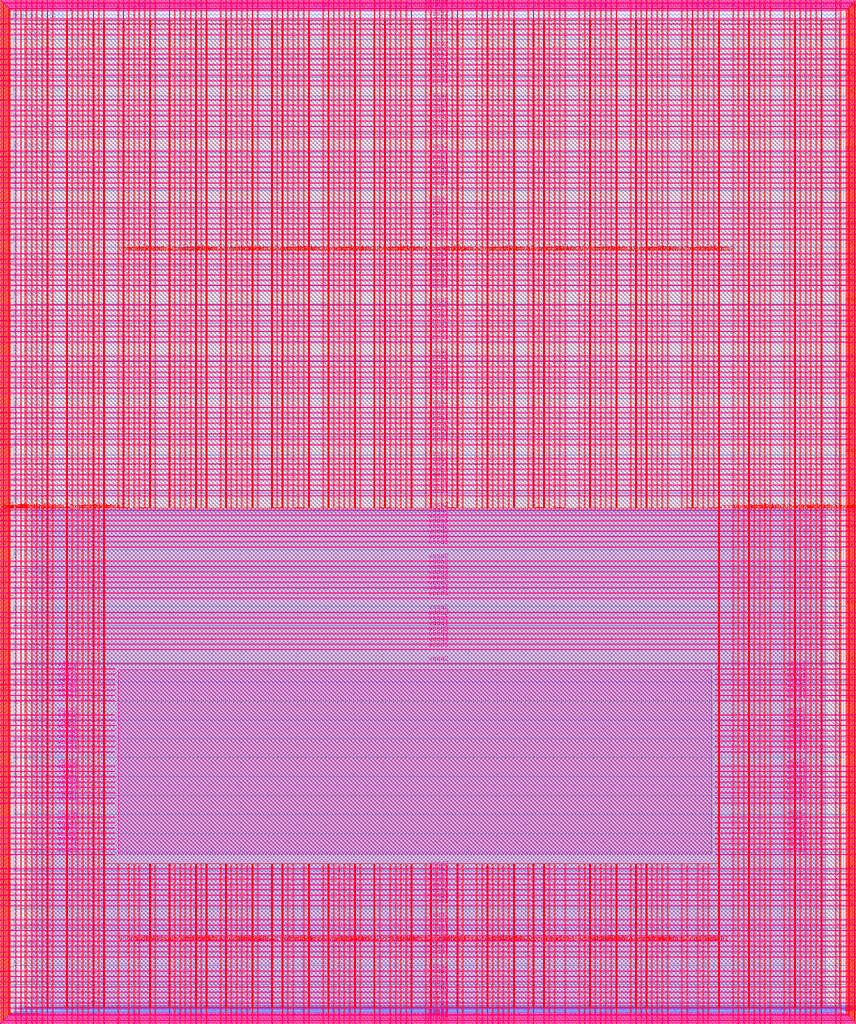
<source format=lef>
VERSION 5.7 ;
  NOWIREEXTENSIONATPIN ON ;
  DIVIDERCHAR "/" ;
  BUSBITCHARS "[]" ;
MACRO user_project_wrapper
  CLASS BLOCK ;
  FOREIGN user_project_wrapper ;
  ORIGIN 0.000 0.000 ;
  SIZE 2920.000 BY 3520.000 ;
  PIN analog_io[0]
    DIRECTION INOUT ;
    USE SIGNAL ;
    PORT
      LAYER met3 ;
        RECT 2917.600 1426.380 2924.800 1427.580 ;
    END
  END analog_io[0]
  PIN analog_io[10]
    DIRECTION INOUT ;
    USE SIGNAL ;
    PORT
      LAYER met2 ;
        RECT 2230.490 3517.600 2231.050 3524.800 ;
    END
  END analog_io[10]
  PIN analog_io[11]
    DIRECTION INOUT ;
    USE SIGNAL ;
    PORT
      LAYER met2 ;
        RECT 1905.730 3517.600 1906.290 3524.800 ;
    END
  END analog_io[11]
  PIN analog_io[12]
    DIRECTION INOUT ;
    USE SIGNAL ;
    PORT
      LAYER met2 ;
        RECT 1581.430 3517.600 1581.990 3524.800 ;
    END
  END analog_io[12]
  PIN analog_io[13]
    DIRECTION INOUT ;
    USE SIGNAL ;
    PORT
      LAYER met2 ;
        RECT 1257.130 3517.600 1257.690 3524.800 ;
    END
  END analog_io[13]
  PIN analog_io[14]
    DIRECTION INOUT ;
    USE SIGNAL ;
    PORT
      LAYER met2 ;
        RECT 932.370 3517.600 932.930 3524.800 ;
    END
  END analog_io[14]
  PIN analog_io[15]
    DIRECTION INOUT ;
    USE SIGNAL ;
    PORT
      LAYER met2 ;
        RECT 608.070 3517.600 608.630 3524.800 ;
    END
  END analog_io[15]
  PIN analog_io[16]
    DIRECTION INOUT ;
    USE SIGNAL ;
    PORT
      LAYER met2 ;
        RECT 283.770 3517.600 284.330 3524.800 ;
    END
  END analog_io[16]
  PIN analog_io[17]
    DIRECTION INOUT ;
    USE SIGNAL ;
    PORT
      LAYER met3 ;
        RECT -4.800 3486.100 2.400 3487.300 ;
    END
  END analog_io[17]
  PIN analog_io[18]
    DIRECTION INOUT ;
    USE SIGNAL ;
    PORT
      LAYER met3 ;
        RECT -4.800 3224.980 2.400 3226.180 ;
    END
  END analog_io[18]
  PIN analog_io[19]
    DIRECTION INOUT ;
    USE SIGNAL ;
    PORT
      LAYER met3 ;
        RECT -4.800 2964.540 2.400 2965.740 ;
    END
  END analog_io[19]
  PIN analog_io[1]
    DIRECTION INOUT ;
    USE SIGNAL ;
    PORT
      LAYER met3 ;
        RECT 2917.600 1692.260 2924.800 1693.460 ;
    END
  END analog_io[1]
  PIN analog_io[20]
    DIRECTION INOUT ;
    USE SIGNAL ;
    PORT
      LAYER met3 ;
        RECT -4.800 2703.420 2.400 2704.620 ;
    END
  END analog_io[20]
  PIN analog_io[21]
    DIRECTION INOUT ;
    USE SIGNAL ;
    PORT
      LAYER met3 ;
        RECT -4.800 2442.980 2.400 2444.180 ;
    END
  END analog_io[21]
  PIN analog_io[22]
    DIRECTION INOUT ;
    USE SIGNAL ;
    PORT
      LAYER met3 ;
        RECT -4.800 2182.540 2.400 2183.740 ;
    END
  END analog_io[22]
  PIN analog_io[23]
    DIRECTION INOUT ;
    USE SIGNAL ;
    PORT
      LAYER met3 ;
        RECT -4.800 1921.420 2.400 1922.620 ;
    END
  END analog_io[23]
  PIN analog_io[24]
    DIRECTION INOUT ;
    USE SIGNAL ;
    PORT
      LAYER met3 ;
        RECT -4.800 1660.980 2.400 1662.180 ;
    END
  END analog_io[24]
  PIN analog_io[25]
    DIRECTION INOUT ;
    USE SIGNAL ;
    PORT
      LAYER met3 ;
        RECT -4.800 1399.860 2.400 1401.060 ;
    END
  END analog_io[25]
  PIN analog_io[26]
    DIRECTION INOUT ;
    USE SIGNAL ;
    PORT
      LAYER met3 ;
        RECT -4.800 1139.420 2.400 1140.620 ;
    END
  END analog_io[26]
  PIN analog_io[27]
    DIRECTION INOUT ;
    USE SIGNAL ;
    PORT
      LAYER met3 ;
        RECT -4.800 878.980 2.400 880.180 ;
    END
  END analog_io[27]
  PIN analog_io[28]
    DIRECTION INOUT ;
    USE SIGNAL ;
    PORT
      LAYER met3 ;
        RECT -4.800 617.860 2.400 619.060 ;
    END
  END analog_io[28]
  PIN analog_io[2]
    DIRECTION INOUT ;
    USE SIGNAL ;
    PORT
      LAYER met3 ;
        RECT 2917.600 1958.140 2924.800 1959.340 ;
    END
  END analog_io[2]
  PIN analog_io[3]
    DIRECTION INOUT ;
    USE SIGNAL ;
    PORT
      LAYER met3 ;
        RECT 2917.600 2223.340 2924.800 2224.540 ;
    END
  END analog_io[3]
  PIN analog_io[4]
    DIRECTION INOUT ;
    USE SIGNAL ;
    PORT
      LAYER met3 ;
        RECT 2917.600 2489.220 2924.800 2490.420 ;
    END
  END analog_io[4]
  PIN analog_io[5]
    DIRECTION INOUT ;
    USE SIGNAL ;
    PORT
      LAYER met3 ;
        RECT 2917.600 2755.100 2924.800 2756.300 ;
    END
  END analog_io[5]
  PIN analog_io[6]
    DIRECTION INOUT ;
    USE SIGNAL ;
    PORT
      LAYER met3 ;
        RECT 2917.600 3020.300 2924.800 3021.500 ;
    END
  END analog_io[6]
  PIN analog_io[7]
    DIRECTION INOUT ;
    USE SIGNAL ;
    PORT
      LAYER met3 ;
        RECT 2917.600 3286.180 2924.800 3287.380 ;
    END
  END analog_io[7]
  PIN analog_io[8]
    DIRECTION INOUT ;
    USE SIGNAL ;
    PORT
      LAYER met2 ;
        RECT 2879.090 3517.600 2879.650 3524.800 ;
    END
  END analog_io[8]
  PIN analog_io[9]
    DIRECTION INOUT ;
    USE SIGNAL ;
    PORT
      LAYER met2 ;
        RECT 2554.790 3517.600 2555.350 3524.800 ;
    END
  END analog_io[9]
  PIN io_in[0]
    DIRECTION INPUT ;
    USE SIGNAL ;
    PORT
      LAYER met3 ;
        RECT 2917.600 32.380 2924.800 33.580 ;
    END
  END io_in[0]
  PIN io_in[10]
    DIRECTION INPUT ;
    USE SIGNAL ;
    PORT
      LAYER met3 ;
        RECT 2917.600 2289.980 2924.800 2291.180 ;
    END
  END io_in[10]
  PIN io_in[11]
    DIRECTION INPUT ;
    USE SIGNAL ;
    PORT
      LAYER met3 ;
        RECT 2917.600 2555.860 2924.800 2557.060 ;
    END
  END io_in[11]
  PIN io_in[12]
    DIRECTION INPUT ;
    USE SIGNAL ;
    PORT
      LAYER met3 ;
        RECT 2917.600 2821.060 2924.800 2822.260 ;
    END
  END io_in[12]
  PIN io_in[13]
    DIRECTION INPUT ;
    USE SIGNAL ;
    PORT
      LAYER met3 ;
        RECT 2917.600 3086.940 2924.800 3088.140 ;
    END
  END io_in[13]
  PIN io_in[14]
    DIRECTION INPUT ;
    USE SIGNAL ;
    PORT
      LAYER met3 ;
        RECT 2917.600 3352.820 2924.800 3354.020 ;
    END
  END io_in[14]
  PIN io_in[15]
    DIRECTION INPUT ;
    USE SIGNAL ;
    PORT
      LAYER met2 ;
        RECT 2798.130 3517.600 2798.690 3524.800 ;
    END
  END io_in[15]
  PIN io_in[16]
    DIRECTION INPUT ;
    USE SIGNAL ;
    PORT
      LAYER met2 ;
        RECT 2473.830 3517.600 2474.390 3524.800 ;
    END
  END io_in[16]
  PIN io_in[17]
    DIRECTION INPUT ;
    USE SIGNAL ;
    PORT
      LAYER met2 ;
        RECT 2149.070 3517.600 2149.630 3524.800 ;
    END
  END io_in[17]
  PIN io_in[18]
    DIRECTION INPUT ;
    USE SIGNAL ;
    PORT
      LAYER met2 ;
        RECT 1824.770 3517.600 1825.330 3524.800 ;
    END
  END io_in[18]
  PIN io_in[19]
    DIRECTION INPUT ;
    USE SIGNAL ;
    PORT
      LAYER met2 ;
        RECT 1500.470 3517.600 1501.030 3524.800 ;
    END
  END io_in[19]
  PIN io_in[1]
    DIRECTION INPUT ;
    USE SIGNAL ;
    PORT
      LAYER met3 ;
        RECT 2917.600 230.940 2924.800 232.140 ;
    END
  END io_in[1]
  PIN io_in[20]
    DIRECTION INPUT ;
    USE SIGNAL ;
    PORT
      LAYER met2 ;
        RECT 1175.710 3517.600 1176.270 3524.800 ;
    END
  END io_in[20]
  PIN io_in[21]
    DIRECTION INPUT ;
    USE SIGNAL ;
    PORT
      LAYER met2 ;
        RECT 851.410 3517.600 851.970 3524.800 ;
    END
  END io_in[21]
  PIN io_in[22]
    DIRECTION INPUT ;
    USE SIGNAL ;
    PORT
      LAYER met2 ;
        RECT 527.110 3517.600 527.670 3524.800 ;
    END
  END io_in[22]
  PIN io_in[23]
    DIRECTION INPUT ;
    USE SIGNAL ;
    PORT
      LAYER met2 ;
        RECT 202.350 3517.600 202.910 3524.800 ;
    END
  END io_in[23]
  PIN io_in[24]
    DIRECTION INPUT ;
    USE SIGNAL ;
    PORT
      LAYER met3 ;
        RECT -4.800 3420.820 2.400 3422.020 ;
    END
  END io_in[24]
  PIN io_in[25]
    DIRECTION INPUT ;
    USE SIGNAL ;
    PORT
      LAYER met3 ;
        RECT -4.800 3159.700 2.400 3160.900 ;
    END
  END io_in[25]
  PIN io_in[26]
    DIRECTION INPUT ;
    USE SIGNAL ;
    PORT
      LAYER met3 ;
        RECT -4.800 2899.260 2.400 2900.460 ;
    END
  END io_in[26]
  PIN io_in[27]
    DIRECTION INPUT ;
    USE SIGNAL ;
    PORT
      LAYER met3 ;
        RECT -4.800 2638.820 2.400 2640.020 ;
    END
  END io_in[27]
  PIN io_in[28]
    DIRECTION INPUT ;
    USE SIGNAL ;
    PORT
      LAYER met3 ;
        RECT -4.800 2377.700 2.400 2378.900 ;
    END
  END io_in[28]
  PIN io_in[29]
    DIRECTION INPUT ;
    USE SIGNAL ;
    PORT
      LAYER met3 ;
        RECT -4.800 2117.260 2.400 2118.460 ;
    END
  END io_in[29]
  PIN io_in[2]
    DIRECTION INPUT ;
    USE SIGNAL ;
    PORT
      LAYER met3 ;
        RECT 2917.600 430.180 2924.800 431.380 ;
    END
  END io_in[2]
  PIN io_in[30]
    DIRECTION INPUT ;
    USE SIGNAL ;
    PORT
      LAYER met3 ;
        RECT -4.800 1856.140 2.400 1857.340 ;
    END
  END io_in[30]
  PIN io_in[31]
    DIRECTION INPUT ;
    USE SIGNAL ;
    PORT
      LAYER met3 ;
        RECT -4.800 1595.700 2.400 1596.900 ;
    END
  END io_in[31]
  PIN io_in[32]
    DIRECTION INPUT ;
    USE SIGNAL ;
    PORT
      LAYER met3 ;
        RECT -4.800 1335.260 2.400 1336.460 ;
    END
  END io_in[32]
  PIN io_in[33]
    DIRECTION INPUT ;
    USE SIGNAL ;
    PORT
      LAYER met3 ;
        RECT -4.800 1074.140 2.400 1075.340 ;
    END
  END io_in[33]
  PIN io_in[34]
    DIRECTION INPUT ;
    USE SIGNAL ;
    PORT
      LAYER met3 ;
        RECT -4.800 813.700 2.400 814.900 ;
    END
  END io_in[34]
  PIN io_in[35]
    DIRECTION INPUT ;
    USE SIGNAL ;
    PORT
      LAYER met3 ;
        RECT -4.800 552.580 2.400 553.780 ;
    END
  END io_in[35]
  PIN io_in[36]
    DIRECTION INPUT ;
    USE SIGNAL ;
    PORT
      LAYER met3 ;
        RECT -4.800 357.420 2.400 358.620 ;
    END
  END io_in[36]
  PIN io_in[37]
    DIRECTION INPUT ;
    USE SIGNAL ;
    PORT
      LAYER met3 ;
        RECT -4.800 161.580 2.400 162.780 ;
    END
  END io_in[37]
  PIN io_in[3]
    DIRECTION INPUT ;
    USE SIGNAL ;
    PORT
      LAYER met3 ;
        RECT 2917.600 629.420 2924.800 630.620 ;
    END
  END io_in[3]
  PIN io_in[4]
    DIRECTION INPUT ;
    USE SIGNAL ;
    PORT
      LAYER met3 ;
        RECT 2917.600 828.660 2924.800 829.860 ;
    END
  END io_in[4]
  PIN io_in[5]
    DIRECTION INPUT ;
    USE SIGNAL ;
    PORT
      LAYER met3 ;
        RECT 2917.600 1027.900 2924.800 1029.100 ;
    END
  END io_in[5]
  PIN io_in[6]
    DIRECTION INPUT ;
    USE SIGNAL ;
    PORT
      LAYER met3 ;
        RECT 2917.600 1227.140 2924.800 1228.340 ;
    END
  END io_in[6]
  PIN io_in[7]
    DIRECTION INPUT ;
    USE SIGNAL ;
    PORT
      LAYER met3 ;
        RECT 2917.600 1493.020 2924.800 1494.220 ;
    END
  END io_in[7]
  PIN io_in[8]
    DIRECTION INPUT ;
    USE SIGNAL ;
    PORT
      LAYER met3 ;
        RECT 2917.600 1758.900 2924.800 1760.100 ;
    END
  END io_in[8]
  PIN io_in[9]
    DIRECTION INPUT ;
    USE SIGNAL ;
    PORT
      LAYER met3 ;
        RECT 2917.600 2024.100 2924.800 2025.300 ;
    END
  END io_in[9]
  PIN io_oeb[0]
    DIRECTION OUTPUT TRISTATE ;
    USE SIGNAL ;
    PORT
      LAYER met3 ;
        RECT 2917.600 164.980 2924.800 166.180 ;
    END
  END io_oeb[0]
  PIN io_oeb[10]
    DIRECTION OUTPUT TRISTATE ;
    USE SIGNAL ;
    PORT
      LAYER met3 ;
        RECT 2917.600 2422.580 2924.800 2423.780 ;
    END
  END io_oeb[10]
  PIN io_oeb[11]
    DIRECTION OUTPUT TRISTATE ;
    USE SIGNAL ;
    PORT
      LAYER met3 ;
        RECT 2917.600 2688.460 2924.800 2689.660 ;
    END
  END io_oeb[11]
  PIN io_oeb[12]
    DIRECTION OUTPUT TRISTATE ;
    USE SIGNAL ;
    PORT
      LAYER met3 ;
        RECT 2917.600 2954.340 2924.800 2955.540 ;
    END
  END io_oeb[12]
  PIN io_oeb[13]
    DIRECTION OUTPUT TRISTATE ;
    USE SIGNAL ;
    PORT
      LAYER met3 ;
        RECT 2917.600 3219.540 2924.800 3220.740 ;
    END
  END io_oeb[13]
  PIN io_oeb[14]
    DIRECTION OUTPUT TRISTATE ;
    USE SIGNAL ;
    PORT
      LAYER met3 ;
        RECT 2917.600 3485.420 2924.800 3486.620 ;
    END
  END io_oeb[14]
  PIN io_oeb[15]
    DIRECTION OUTPUT TRISTATE ;
    USE SIGNAL ;
    PORT
      LAYER met2 ;
        RECT 2635.750 3517.600 2636.310 3524.800 ;
    END
  END io_oeb[15]
  PIN io_oeb[16]
    DIRECTION OUTPUT TRISTATE ;
    USE SIGNAL ;
    PORT
      LAYER met2 ;
        RECT 2311.450 3517.600 2312.010 3524.800 ;
    END
  END io_oeb[16]
  PIN io_oeb[17]
    DIRECTION OUTPUT TRISTATE ;
    USE SIGNAL ;
    PORT
      LAYER met2 ;
        RECT 1987.150 3517.600 1987.710 3524.800 ;
    END
  END io_oeb[17]
  PIN io_oeb[18]
    DIRECTION OUTPUT TRISTATE ;
    USE SIGNAL ;
    PORT
      LAYER met2 ;
        RECT 1662.390 3517.600 1662.950 3524.800 ;
    END
  END io_oeb[18]
  PIN io_oeb[19]
    DIRECTION OUTPUT TRISTATE ;
    USE SIGNAL ;
    PORT
      LAYER met2 ;
        RECT 1338.090 3517.600 1338.650 3524.800 ;
    END
  END io_oeb[19]
  PIN io_oeb[1]
    DIRECTION OUTPUT TRISTATE ;
    USE SIGNAL ;
    PORT
      LAYER met3 ;
        RECT 2917.600 364.220 2924.800 365.420 ;
    END
  END io_oeb[1]
  PIN io_oeb[20]
    DIRECTION OUTPUT TRISTATE ;
    USE SIGNAL ;
    PORT
      LAYER met2 ;
        RECT 1013.790 3517.600 1014.350 3524.800 ;
    END
  END io_oeb[20]
  PIN io_oeb[21]
    DIRECTION OUTPUT TRISTATE ;
    USE SIGNAL ;
    PORT
      LAYER met2 ;
        RECT 689.030 3517.600 689.590 3524.800 ;
    END
  END io_oeb[21]
  PIN io_oeb[22]
    DIRECTION OUTPUT TRISTATE ;
    USE SIGNAL ;
    PORT
      LAYER met2 ;
        RECT 364.730 3517.600 365.290 3524.800 ;
    END
  END io_oeb[22]
  PIN io_oeb[23]
    DIRECTION OUTPUT TRISTATE ;
    USE SIGNAL ;
    PORT
      LAYER met2 ;
        RECT 40.430 3517.600 40.990 3524.800 ;
    END
  END io_oeb[23]
  PIN io_oeb[24]
    DIRECTION OUTPUT TRISTATE ;
    USE SIGNAL ;
    PORT
      LAYER met3 ;
        RECT -4.800 3290.260 2.400 3291.460 ;
    END
  END io_oeb[24]
  PIN io_oeb[25]
    DIRECTION OUTPUT TRISTATE ;
    USE SIGNAL ;
    PORT
      LAYER met3 ;
        RECT -4.800 3029.820 2.400 3031.020 ;
    END
  END io_oeb[25]
  PIN io_oeb[26]
    DIRECTION OUTPUT TRISTATE ;
    USE SIGNAL ;
    PORT
      LAYER met3 ;
        RECT -4.800 2768.700 2.400 2769.900 ;
    END
  END io_oeb[26]
  PIN io_oeb[27]
    DIRECTION OUTPUT TRISTATE ;
    USE SIGNAL ;
    PORT
      LAYER met3 ;
        RECT -4.800 2508.260 2.400 2509.460 ;
    END
  END io_oeb[27]
  PIN io_oeb[28]
    DIRECTION OUTPUT TRISTATE ;
    USE SIGNAL ;
    PORT
      LAYER met3 ;
        RECT -4.800 2247.140 2.400 2248.340 ;
    END
  END io_oeb[28]
  PIN io_oeb[29]
    DIRECTION OUTPUT TRISTATE ;
    USE SIGNAL ;
    PORT
      LAYER met3 ;
        RECT -4.800 1986.700 2.400 1987.900 ;
    END
  END io_oeb[29]
  PIN io_oeb[2]
    DIRECTION OUTPUT TRISTATE ;
    USE SIGNAL ;
    PORT
      LAYER met3 ;
        RECT 2917.600 563.460 2924.800 564.660 ;
    END
  END io_oeb[2]
  PIN io_oeb[30]
    DIRECTION OUTPUT TRISTATE ;
    USE SIGNAL ;
    PORT
      LAYER met3 ;
        RECT -4.800 1726.260 2.400 1727.460 ;
    END
  END io_oeb[30]
  PIN io_oeb[31]
    DIRECTION OUTPUT TRISTATE ;
    USE SIGNAL ;
    PORT
      LAYER met3 ;
        RECT -4.800 1465.140 2.400 1466.340 ;
    END
  END io_oeb[31]
  PIN io_oeb[32]
    DIRECTION OUTPUT TRISTATE ;
    USE SIGNAL ;
    PORT
      LAYER met3 ;
        RECT -4.800 1204.700 2.400 1205.900 ;
    END
  END io_oeb[32]
  PIN io_oeb[33]
    DIRECTION OUTPUT TRISTATE ;
    USE SIGNAL ;
    PORT
      LAYER met3 ;
        RECT -4.800 943.580 2.400 944.780 ;
    END
  END io_oeb[33]
  PIN io_oeb[34]
    DIRECTION OUTPUT TRISTATE ;
    USE SIGNAL ;
    PORT
      LAYER met3 ;
        RECT -4.800 683.140 2.400 684.340 ;
    END
  END io_oeb[34]
  PIN io_oeb[35]
    DIRECTION OUTPUT TRISTATE ;
    USE SIGNAL ;
    PORT
      LAYER met3 ;
        RECT -4.800 422.700 2.400 423.900 ;
    END
  END io_oeb[35]
  PIN io_oeb[36]
    DIRECTION OUTPUT TRISTATE ;
    USE SIGNAL ;
    PORT
      LAYER met3 ;
        RECT -4.800 226.860 2.400 228.060 ;
    END
  END io_oeb[36]
  PIN io_oeb[37]
    DIRECTION OUTPUT TRISTATE ;
    USE SIGNAL ;
    PORT
      LAYER met3 ;
        RECT -4.800 31.700 2.400 32.900 ;
    END
  END io_oeb[37]
  PIN io_oeb[3]
    DIRECTION OUTPUT TRISTATE ;
    USE SIGNAL ;
    PORT
      LAYER met3 ;
        RECT 2917.600 762.700 2924.800 763.900 ;
    END
  END io_oeb[3]
  PIN io_oeb[4]
    DIRECTION OUTPUT TRISTATE ;
    USE SIGNAL ;
    PORT
      LAYER met3 ;
        RECT 2917.600 961.940 2924.800 963.140 ;
    END
  END io_oeb[4]
  PIN io_oeb[5]
    DIRECTION OUTPUT TRISTATE ;
    USE SIGNAL ;
    PORT
      LAYER met3 ;
        RECT 2917.600 1161.180 2924.800 1162.380 ;
    END
  END io_oeb[5]
  PIN io_oeb[6]
    DIRECTION OUTPUT TRISTATE ;
    USE SIGNAL ;
    PORT
      LAYER met3 ;
        RECT 2917.600 1360.420 2924.800 1361.620 ;
    END
  END io_oeb[6]
  PIN io_oeb[7]
    DIRECTION OUTPUT TRISTATE ;
    USE SIGNAL ;
    PORT
      LAYER met3 ;
        RECT 2917.600 1625.620 2924.800 1626.820 ;
    END
  END io_oeb[7]
  PIN io_oeb[8]
    DIRECTION OUTPUT TRISTATE ;
    USE SIGNAL ;
    PORT
      LAYER met3 ;
        RECT 2917.600 1891.500 2924.800 1892.700 ;
    END
  END io_oeb[8]
  PIN io_oeb[9]
    DIRECTION OUTPUT TRISTATE ;
    USE SIGNAL ;
    PORT
      LAYER met3 ;
        RECT 2917.600 2157.380 2924.800 2158.580 ;
    END
  END io_oeb[9]
  PIN io_out[0]
    DIRECTION OUTPUT TRISTATE ;
    USE SIGNAL ;
    PORT
      LAYER met3 ;
        RECT 2917.600 98.340 2924.800 99.540 ;
    END
  END io_out[0]
  PIN io_out[10]
    DIRECTION OUTPUT TRISTATE ;
    USE SIGNAL ;
    PORT
      LAYER met3 ;
        RECT 2917.600 2356.620 2924.800 2357.820 ;
    END
  END io_out[10]
  PIN io_out[11]
    DIRECTION OUTPUT TRISTATE ;
    USE SIGNAL ;
    PORT
      LAYER met3 ;
        RECT 2917.600 2621.820 2924.800 2623.020 ;
    END
  END io_out[11]
  PIN io_out[12]
    DIRECTION OUTPUT TRISTATE ;
    USE SIGNAL ;
    PORT
      LAYER met3 ;
        RECT 2917.600 2887.700 2924.800 2888.900 ;
    END
  END io_out[12]
  PIN io_out[13]
    DIRECTION OUTPUT TRISTATE ;
    USE SIGNAL ;
    PORT
      LAYER met3 ;
        RECT 2917.600 3153.580 2924.800 3154.780 ;
    END
  END io_out[13]
  PIN io_out[14]
    DIRECTION OUTPUT TRISTATE ;
    USE SIGNAL ;
    PORT
      LAYER met3 ;
        RECT 2917.600 3418.780 2924.800 3419.980 ;
    END
  END io_out[14]
  PIN io_out[15]
    DIRECTION OUTPUT TRISTATE ;
    USE SIGNAL ;
    PORT
      LAYER met2 ;
        RECT 2717.170 3517.600 2717.730 3524.800 ;
    END
  END io_out[15]
  PIN io_out[16]
    DIRECTION OUTPUT TRISTATE ;
    USE SIGNAL ;
    PORT
      LAYER met2 ;
        RECT 2392.410 3517.600 2392.970 3524.800 ;
    END
  END io_out[16]
  PIN io_out[17]
    DIRECTION OUTPUT TRISTATE ;
    USE SIGNAL ;
    PORT
      LAYER met2 ;
        RECT 2068.110 3517.600 2068.670 3524.800 ;
    END
  END io_out[17]
  PIN io_out[18]
    DIRECTION OUTPUT TRISTATE ;
    USE SIGNAL ;
    PORT
      LAYER met2 ;
        RECT 1743.810 3517.600 1744.370 3524.800 ;
    END
  END io_out[18]
  PIN io_out[19]
    DIRECTION OUTPUT TRISTATE ;
    USE SIGNAL ;
    PORT
      LAYER met2 ;
        RECT 1419.050 3517.600 1419.610 3524.800 ;
    END
  END io_out[19]
  PIN io_out[1]
    DIRECTION OUTPUT TRISTATE ;
    USE SIGNAL ;
    PORT
      LAYER met3 ;
        RECT 2917.600 297.580 2924.800 298.780 ;
    END
  END io_out[1]
  PIN io_out[20]
    DIRECTION OUTPUT TRISTATE ;
    USE SIGNAL ;
    PORT
      LAYER met2 ;
        RECT 1094.750 3517.600 1095.310 3524.800 ;
    END
  END io_out[20]
  PIN io_out[21]
    DIRECTION OUTPUT TRISTATE ;
    USE SIGNAL ;
    PORT
      LAYER met2 ;
        RECT 770.450 3517.600 771.010 3524.800 ;
    END
  END io_out[21]
  PIN io_out[22]
    DIRECTION OUTPUT TRISTATE ;
    USE SIGNAL ;
    PORT
      LAYER met2 ;
        RECT 445.690 3517.600 446.250 3524.800 ;
    END
  END io_out[22]
  PIN io_out[23]
    DIRECTION OUTPUT TRISTATE ;
    USE SIGNAL ;
    PORT
      LAYER met2 ;
        RECT 121.390 3517.600 121.950 3524.800 ;
    END
  END io_out[23]
  PIN io_out[24]
    DIRECTION OUTPUT TRISTATE ;
    USE SIGNAL ;
    PORT
      LAYER met3 ;
        RECT -4.800 3355.540 2.400 3356.740 ;
    END
  END io_out[24]
  PIN io_out[25]
    DIRECTION OUTPUT TRISTATE ;
    USE SIGNAL ;
    PORT
      LAYER met3 ;
        RECT -4.800 3095.100 2.400 3096.300 ;
    END
  END io_out[25]
  PIN io_out[26]
    DIRECTION OUTPUT TRISTATE ;
    USE SIGNAL ;
    PORT
      LAYER met3 ;
        RECT -4.800 2833.980 2.400 2835.180 ;
    END
  END io_out[26]
  PIN io_out[27]
    DIRECTION OUTPUT TRISTATE ;
    USE SIGNAL ;
    PORT
      LAYER met3 ;
        RECT -4.800 2573.540 2.400 2574.740 ;
    END
  END io_out[27]
  PIN io_out[28]
    DIRECTION OUTPUT TRISTATE ;
    USE SIGNAL ;
    PORT
      LAYER met3 ;
        RECT -4.800 2312.420 2.400 2313.620 ;
    END
  END io_out[28]
  PIN io_out[29]
    DIRECTION OUTPUT TRISTATE ;
    USE SIGNAL ;
    PORT
      LAYER met3 ;
        RECT -4.800 2051.980 2.400 2053.180 ;
    END
  END io_out[29]
  PIN io_out[2]
    DIRECTION OUTPUT TRISTATE ;
    USE SIGNAL ;
    PORT
      LAYER met3 ;
        RECT 2917.600 496.820 2924.800 498.020 ;
    END
  END io_out[2]
  PIN io_out[30]
    DIRECTION OUTPUT TRISTATE ;
    USE SIGNAL ;
    PORT
      LAYER met3 ;
        RECT -4.800 1791.540 2.400 1792.740 ;
    END
  END io_out[30]
  PIN io_out[31]
    DIRECTION OUTPUT TRISTATE ;
    USE SIGNAL ;
    PORT
      LAYER met3 ;
        RECT -4.800 1530.420 2.400 1531.620 ;
    END
  END io_out[31]
  PIN io_out[32]
    DIRECTION OUTPUT TRISTATE ;
    USE SIGNAL ;
    PORT
      LAYER met3 ;
        RECT -4.800 1269.980 2.400 1271.180 ;
    END
  END io_out[32]
  PIN io_out[33]
    DIRECTION OUTPUT TRISTATE ;
    USE SIGNAL ;
    PORT
      LAYER met3 ;
        RECT -4.800 1008.860 2.400 1010.060 ;
    END
  END io_out[33]
  PIN io_out[34]
    DIRECTION OUTPUT TRISTATE ;
    USE SIGNAL ;
    PORT
      LAYER met3 ;
        RECT -4.800 748.420 2.400 749.620 ;
    END
  END io_out[34]
  PIN io_out[35]
    DIRECTION OUTPUT TRISTATE ;
    USE SIGNAL ;
    PORT
      LAYER met3 ;
        RECT -4.800 487.300 2.400 488.500 ;
    END
  END io_out[35]
  PIN io_out[36]
    DIRECTION OUTPUT TRISTATE ;
    USE SIGNAL ;
    PORT
      LAYER met3 ;
        RECT -4.800 292.140 2.400 293.340 ;
    END
  END io_out[36]
  PIN io_out[37]
    DIRECTION OUTPUT TRISTATE ;
    USE SIGNAL ;
    PORT
      LAYER met3 ;
        RECT -4.800 96.300 2.400 97.500 ;
    END
  END io_out[37]
  PIN io_out[3]
    DIRECTION OUTPUT TRISTATE ;
    USE SIGNAL ;
    PORT
      LAYER met3 ;
        RECT 2917.600 696.060 2924.800 697.260 ;
    END
  END io_out[3]
  PIN io_out[4]
    DIRECTION OUTPUT TRISTATE ;
    USE SIGNAL ;
    PORT
      LAYER met3 ;
        RECT 2917.600 895.300 2924.800 896.500 ;
    END
  END io_out[4]
  PIN io_out[5]
    DIRECTION OUTPUT TRISTATE ;
    USE SIGNAL ;
    PORT
      LAYER met3 ;
        RECT 2917.600 1094.540 2924.800 1095.740 ;
    END
  END io_out[5]
  PIN io_out[6]
    DIRECTION OUTPUT TRISTATE ;
    USE SIGNAL ;
    PORT
      LAYER met3 ;
        RECT 2917.600 1293.780 2924.800 1294.980 ;
    END
  END io_out[6]
  PIN io_out[7]
    DIRECTION OUTPUT TRISTATE ;
    USE SIGNAL ;
    PORT
      LAYER met3 ;
        RECT 2917.600 1559.660 2924.800 1560.860 ;
    END
  END io_out[7]
  PIN io_out[8]
    DIRECTION OUTPUT TRISTATE ;
    USE SIGNAL ;
    PORT
      LAYER met3 ;
        RECT 2917.600 1824.860 2924.800 1826.060 ;
    END
  END io_out[8]
  PIN io_out[9]
    DIRECTION OUTPUT TRISTATE ;
    USE SIGNAL ;
    PORT
      LAYER met3 ;
        RECT 2917.600 2090.740 2924.800 2091.940 ;
    END
  END io_out[9]
  PIN la_data_in[0]
    DIRECTION INPUT ;
    USE SIGNAL ;
    PORT
      LAYER met2 ;
        RECT 629.230 -4.800 629.790 2.400 ;
    END
  END la_data_in[0]
  PIN la_data_in[100]
    DIRECTION INPUT ;
    USE SIGNAL ;
    PORT
      LAYER met2 ;
        RECT 2402.530 -4.800 2403.090 2.400 ;
    END
  END la_data_in[100]
  PIN la_data_in[101]
    DIRECTION INPUT ;
    USE SIGNAL ;
    PORT
      LAYER met2 ;
        RECT 2420.010 -4.800 2420.570 2.400 ;
    END
  END la_data_in[101]
  PIN la_data_in[102]
    DIRECTION INPUT ;
    USE SIGNAL ;
    PORT
      LAYER met2 ;
        RECT 2437.950 -4.800 2438.510 2.400 ;
    END
  END la_data_in[102]
  PIN la_data_in[103]
    DIRECTION INPUT ;
    USE SIGNAL ;
    PORT
      LAYER met2 ;
        RECT 2455.430 -4.800 2455.990 2.400 ;
    END
  END la_data_in[103]
  PIN la_data_in[104]
    DIRECTION INPUT ;
    USE SIGNAL ;
    PORT
      LAYER met2 ;
        RECT 2473.370 -4.800 2473.930 2.400 ;
    END
  END la_data_in[104]
  PIN la_data_in[105]
    DIRECTION INPUT ;
    USE SIGNAL ;
    PORT
      LAYER met2 ;
        RECT 2490.850 -4.800 2491.410 2.400 ;
    END
  END la_data_in[105]
  PIN la_data_in[106]
    DIRECTION INPUT ;
    USE SIGNAL ;
    PORT
      LAYER met2 ;
        RECT 2508.790 -4.800 2509.350 2.400 ;
    END
  END la_data_in[106]
  PIN la_data_in[107]
    DIRECTION INPUT ;
    USE SIGNAL ;
    PORT
      LAYER met2 ;
        RECT 2526.730 -4.800 2527.290 2.400 ;
    END
  END la_data_in[107]
  PIN la_data_in[108]
    DIRECTION INPUT ;
    USE SIGNAL ;
    PORT
      LAYER met2 ;
        RECT 2544.210 -4.800 2544.770 2.400 ;
    END
  END la_data_in[108]
  PIN la_data_in[109]
    DIRECTION INPUT ;
    USE SIGNAL ;
    PORT
      LAYER met2 ;
        RECT 2562.150 -4.800 2562.710 2.400 ;
    END
  END la_data_in[109]
  PIN la_data_in[10]
    DIRECTION INPUT ;
    USE SIGNAL ;
    PORT
      LAYER met2 ;
        RECT 806.330 -4.800 806.890 2.400 ;
    END
  END la_data_in[10]
  PIN la_data_in[110]
    DIRECTION INPUT ;
    USE SIGNAL ;
    PORT
      LAYER met2 ;
        RECT 2579.630 -4.800 2580.190 2.400 ;
    END
  END la_data_in[110]
  PIN la_data_in[111]
    DIRECTION INPUT ;
    USE SIGNAL ;
    PORT
      LAYER met2 ;
        RECT 2597.570 -4.800 2598.130 2.400 ;
    END
  END la_data_in[111]
  PIN la_data_in[112]
    DIRECTION INPUT ;
    USE SIGNAL ;
    PORT
      LAYER met2 ;
        RECT 2615.050 -4.800 2615.610 2.400 ;
    END
  END la_data_in[112]
  PIN la_data_in[113]
    DIRECTION INPUT ;
    USE SIGNAL ;
    PORT
      LAYER met2 ;
        RECT 2632.990 -4.800 2633.550 2.400 ;
    END
  END la_data_in[113]
  PIN la_data_in[114]
    DIRECTION INPUT ;
    USE SIGNAL ;
    PORT
      LAYER met2 ;
        RECT 2650.470 -4.800 2651.030 2.400 ;
    END
  END la_data_in[114]
  PIN la_data_in[115]
    DIRECTION INPUT ;
    USE SIGNAL ;
    PORT
      LAYER met2 ;
        RECT 2668.410 -4.800 2668.970 2.400 ;
    END
  END la_data_in[115]
  PIN la_data_in[116]
    DIRECTION INPUT ;
    USE SIGNAL ;
    PORT
      LAYER met2 ;
        RECT 2685.890 -4.800 2686.450 2.400 ;
    END
  END la_data_in[116]
  PIN la_data_in[117]
    DIRECTION INPUT ;
    USE SIGNAL ;
    PORT
      LAYER met2 ;
        RECT 2703.830 -4.800 2704.390 2.400 ;
    END
  END la_data_in[117]
  PIN la_data_in[118]
    DIRECTION INPUT ;
    USE SIGNAL ;
    PORT
      LAYER met2 ;
        RECT 2721.770 -4.800 2722.330 2.400 ;
    END
  END la_data_in[118]
  PIN la_data_in[119]
    DIRECTION INPUT ;
    USE SIGNAL ;
    PORT
      LAYER met2 ;
        RECT 2739.250 -4.800 2739.810 2.400 ;
    END
  END la_data_in[119]
  PIN la_data_in[11]
    DIRECTION INPUT ;
    USE SIGNAL ;
    PORT
      LAYER met2 ;
        RECT 824.270 -4.800 824.830 2.400 ;
    END
  END la_data_in[11]
  PIN la_data_in[120]
    DIRECTION INPUT ;
    USE SIGNAL ;
    PORT
      LAYER met2 ;
        RECT 2757.190 -4.800 2757.750 2.400 ;
    END
  END la_data_in[120]
  PIN la_data_in[121]
    DIRECTION INPUT ;
    USE SIGNAL ;
    PORT
      LAYER met2 ;
        RECT 2774.670 -4.800 2775.230 2.400 ;
    END
  END la_data_in[121]
  PIN la_data_in[122]
    DIRECTION INPUT ;
    USE SIGNAL ;
    PORT
      LAYER met2 ;
        RECT 2792.610 -4.800 2793.170 2.400 ;
    END
  END la_data_in[122]
  PIN la_data_in[123]
    DIRECTION INPUT ;
    USE SIGNAL ;
    PORT
      LAYER met2 ;
        RECT 2810.090 -4.800 2810.650 2.400 ;
    END
  END la_data_in[123]
  PIN la_data_in[124]
    DIRECTION INPUT ;
    USE SIGNAL ;
    PORT
      LAYER met2 ;
        RECT 2828.030 -4.800 2828.590 2.400 ;
    END
  END la_data_in[124]
  PIN la_data_in[125]
    DIRECTION INPUT ;
    USE SIGNAL ;
    PORT
      LAYER met2 ;
        RECT 2845.510 -4.800 2846.070 2.400 ;
    END
  END la_data_in[125]
  PIN la_data_in[126]
    DIRECTION INPUT ;
    USE SIGNAL ;
    PORT
      LAYER met2 ;
        RECT 2863.450 -4.800 2864.010 2.400 ;
    END
  END la_data_in[126]
  PIN la_data_in[127]
    DIRECTION INPUT ;
    USE SIGNAL ;
    PORT
      LAYER met2 ;
        RECT 2881.390 -4.800 2881.950 2.400 ;
    END
  END la_data_in[127]
  PIN la_data_in[12]
    DIRECTION INPUT ;
    USE SIGNAL ;
    PORT
      LAYER met2 ;
        RECT 841.750 -4.800 842.310 2.400 ;
    END
  END la_data_in[12]
  PIN la_data_in[13]
    DIRECTION INPUT ;
    USE SIGNAL ;
    PORT
      LAYER met2 ;
        RECT 859.690 -4.800 860.250 2.400 ;
    END
  END la_data_in[13]
  PIN la_data_in[14]
    DIRECTION INPUT ;
    USE SIGNAL ;
    PORT
      LAYER met2 ;
        RECT 877.170 -4.800 877.730 2.400 ;
    END
  END la_data_in[14]
  PIN la_data_in[15]
    DIRECTION INPUT ;
    USE SIGNAL ;
    PORT
      LAYER met2 ;
        RECT 895.110 -4.800 895.670 2.400 ;
    END
  END la_data_in[15]
  PIN la_data_in[16]
    DIRECTION INPUT ;
    USE SIGNAL ;
    PORT
      LAYER met2 ;
        RECT 912.590 -4.800 913.150 2.400 ;
    END
  END la_data_in[16]
  PIN la_data_in[17]
    DIRECTION INPUT ;
    USE SIGNAL ;
    PORT
      LAYER met2 ;
        RECT 930.530 -4.800 931.090 2.400 ;
    END
  END la_data_in[17]
  PIN la_data_in[18]
    DIRECTION INPUT ;
    USE SIGNAL ;
    PORT
      LAYER met2 ;
        RECT 948.470 -4.800 949.030 2.400 ;
    END
  END la_data_in[18]
  PIN la_data_in[19]
    DIRECTION INPUT ;
    USE SIGNAL ;
    PORT
      LAYER met2 ;
        RECT 965.950 -4.800 966.510 2.400 ;
    END
  END la_data_in[19]
  PIN la_data_in[1]
    DIRECTION INPUT ;
    USE SIGNAL ;
    PORT
      LAYER met2 ;
        RECT 646.710 -4.800 647.270 2.400 ;
    END
  END la_data_in[1]
  PIN la_data_in[20]
    DIRECTION INPUT ;
    USE SIGNAL ;
    PORT
      LAYER met2 ;
        RECT 983.890 -4.800 984.450 2.400 ;
    END
  END la_data_in[20]
  PIN la_data_in[21]
    DIRECTION INPUT ;
    USE SIGNAL ;
    PORT
      LAYER met2 ;
        RECT 1001.370 -4.800 1001.930 2.400 ;
    END
  END la_data_in[21]
  PIN la_data_in[22]
    DIRECTION INPUT ;
    USE SIGNAL ;
    PORT
      LAYER met2 ;
        RECT 1019.310 -4.800 1019.870 2.400 ;
    END
  END la_data_in[22]
  PIN la_data_in[23]
    DIRECTION INPUT ;
    USE SIGNAL ;
    PORT
      LAYER met2 ;
        RECT 1036.790 -4.800 1037.350 2.400 ;
    END
  END la_data_in[23]
  PIN la_data_in[24]
    DIRECTION INPUT ;
    USE SIGNAL ;
    PORT
      LAYER met2 ;
        RECT 1054.730 -4.800 1055.290 2.400 ;
    END
  END la_data_in[24]
  PIN la_data_in[25]
    DIRECTION INPUT ;
    USE SIGNAL ;
    PORT
      LAYER met2 ;
        RECT 1072.210 -4.800 1072.770 2.400 ;
    END
  END la_data_in[25]
  PIN la_data_in[26]
    DIRECTION INPUT ;
    USE SIGNAL ;
    PORT
      LAYER met2 ;
        RECT 1090.150 -4.800 1090.710 2.400 ;
    END
  END la_data_in[26]
  PIN la_data_in[27]
    DIRECTION INPUT ;
    USE SIGNAL ;
    PORT
      LAYER met2 ;
        RECT 1107.630 -4.800 1108.190 2.400 ;
    END
  END la_data_in[27]
  PIN la_data_in[28]
    DIRECTION INPUT ;
    USE SIGNAL ;
    PORT
      LAYER met2 ;
        RECT 1125.570 -4.800 1126.130 2.400 ;
    END
  END la_data_in[28]
  PIN la_data_in[29]
    DIRECTION INPUT ;
    USE SIGNAL ;
    PORT
      LAYER met2 ;
        RECT 1143.510 -4.800 1144.070 2.400 ;
    END
  END la_data_in[29]
  PIN la_data_in[2]
    DIRECTION INPUT ;
    USE SIGNAL ;
    PORT
      LAYER met2 ;
        RECT 664.650 -4.800 665.210 2.400 ;
    END
  END la_data_in[2]
  PIN la_data_in[30]
    DIRECTION INPUT ;
    USE SIGNAL ;
    PORT
      LAYER met2 ;
        RECT 1160.990 -4.800 1161.550 2.400 ;
    END
  END la_data_in[30]
  PIN la_data_in[31]
    DIRECTION INPUT ;
    USE SIGNAL ;
    PORT
      LAYER met2 ;
        RECT 1178.930 -4.800 1179.490 2.400 ;
    END
  END la_data_in[31]
  PIN la_data_in[32]
    DIRECTION INPUT ;
    USE SIGNAL ;
    PORT
      LAYER met2 ;
        RECT 1196.410 -4.800 1196.970 2.400 ;
    END
  END la_data_in[32]
  PIN la_data_in[33]
    DIRECTION INPUT ;
    USE SIGNAL ;
    PORT
      LAYER met2 ;
        RECT 1214.350 -4.800 1214.910 2.400 ;
    END
  END la_data_in[33]
  PIN la_data_in[34]
    DIRECTION INPUT ;
    USE SIGNAL ;
    PORT
      LAYER met2 ;
        RECT 1231.830 -4.800 1232.390 2.400 ;
    END
  END la_data_in[34]
  PIN la_data_in[35]
    DIRECTION INPUT ;
    USE SIGNAL ;
    PORT
      LAYER met2 ;
        RECT 1249.770 -4.800 1250.330 2.400 ;
    END
  END la_data_in[35]
  PIN la_data_in[36]
    DIRECTION INPUT ;
    USE SIGNAL ;
    PORT
      LAYER met2 ;
        RECT 1267.250 -4.800 1267.810 2.400 ;
    END
  END la_data_in[36]
  PIN la_data_in[37]
    DIRECTION INPUT ;
    USE SIGNAL ;
    PORT
      LAYER met2 ;
        RECT 1285.190 -4.800 1285.750 2.400 ;
    END
  END la_data_in[37]
  PIN la_data_in[38]
    DIRECTION INPUT ;
    USE SIGNAL ;
    PORT
      LAYER met2 ;
        RECT 1303.130 -4.800 1303.690 2.400 ;
    END
  END la_data_in[38]
  PIN la_data_in[39]
    DIRECTION INPUT ;
    USE SIGNAL ;
    PORT
      LAYER met2 ;
        RECT 1320.610 -4.800 1321.170 2.400 ;
    END
  END la_data_in[39]
  PIN la_data_in[3]
    DIRECTION INPUT ;
    USE SIGNAL ;
    PORT
      LAYER met2 ;
        RECT 682.130 -4.800 682.690 2.400 ;
    END
  END la_data_in[3]
  PIN la_data_in[40]
    DIRECTION INPUT ;
    USE SIGNAL ;
    PORT
      LAYER met2 ;
        RECT 1338.550 -4.800 1339.110 2.400 ;
    END
  END la_data_in[40]
  PIN la_data_in[41]
    DIRECTION INPUT ;
    USE SIGNAL ;
    PORT
      LAYER met2 ;
        RECT 1356.030 -4.800 1356.590 2.400 ;
    END
  END la_data_in[41]
  PIN la_data_in[42]
    DIRECTION INPUT ;
    USE SIGNAL ;
    PORT
      LAYER met2 ;
        RECT 1373.970 -4.800 1374.530 2.400 ;
    END
  END la_data_in[42]
  PIN la_data_in[43]
    DIRECTION INPUT ;
    USE SIGNAL ;
    PORT
      LAYER met2 ;
        RECT 1391.450 -4.800 1392.010 2.400 ;
    END
  END la_data_in[43]
  PIN la_data_in[44]
    DIRECTION INPUT ;
    USE SIGNAL ;
    PORT
      LAYER met2 ;
        RECT 1409.390 -4.800 1409.950 2.400 ;
    END
  END la_data_in[44]
  PIN la_data_in[45]
    DIRECTION INPUT ;
    USE SIGNAL ;
    PORT
      LAYER met2 ;
        RECT 1426.870 -4.800 1427.430 2.400 ;
    END
  END la_data_in[45]
  PIN la_data_in[46]
    DIRECTION INPUT ;
    USE SIGNAL ;
    PORT
      LAYER met2 ;
        RECT 1444.810 -4.800 1445.370 2.400 ;
    END
  END la_data_in[46]
  PIN la_data_in[47]
    DIRECTION INPUT ;
    USE SIGNAL ;
    PORT
      LAYER met2 ;
        RECT 1462.750 -4.800 1463.310 2.400 ;
    END
  END la_data_in[47]
  PIN la_data_in[48]
    DIRECTION INPUT ;
    USE SIGNAL ;
    PORT
      LAYER met2 ;
        RECT 1480.230 -4.800 1480.790 2.400 ;
    END
  END la_data_in[48]
  PIN la_data_in[49]
    DIRECTION INPUT ;
    USE SIGNAL ;
    PORT
      LAYER met2 ;
        RECT 1498.170 -4.800 1498.730 2.400 ;
    END
  END la_data_in[49]
  PIN la_data_in[4]
    DIRECTION INPUT ;
    USE SIGNAL ;
    PORT
      LAYER met2 ;
        RECT 700.070 -4.800 700.630 2.400 ;
    END
  END la_data_in[4]
  PIN la_data_in[50]
    DIRECTION INPUT ;
    USE SIGNAL ;
    PORT
      LAYER met2 ;
        RECT 1515.650 -4.800 1516.210 2.400 ;
    END
  END la_data_in[50]
  PIN la_data_in[51]
    DIRECTION INPUT ;
    USE SIGNAL ;
    PORT
      LAYER met2 ;
        RECT 1533.590 -4.800 1534.150 2.400 ;
    END
  END la_data_in[51]
  PIN la_data_in[52]
    DIRECTION INPUT ;
    USE SIGNAL ;
    PORT
      LAYER met2 ;
        RECT 1551.070 -4.800 1551.630 2.400 ;
    END
  END la_data_in[52]
  PIN la_data_in[53]
    DIRECTION INPUT ;
    USE SIGNAL ;
    PORT
      LAYER met2 ;
        RECT 1569.010 -4.800 1569.570 2.400 ;
    END
  END la_data_in[53]
  PIN la_data_in[54]
    DIRECTION INPUT ;
    USE SIGNAL ;
    PORT
      LAYER met2 ;
        RECT 1586.490 -4.800 1587.050 2.400 ;
    END
  END la_data_in[54]
  PIN la_data_in[55]
    DIRECTION INPUT ;
    USE SIGNAL ;
    PORT
      LAYER met2 ;
        RECT 1604.430 -4.800 1604.990 2.400 ;
    END
  END la_data_in[55]
  PIN la_data_in[56]
    DIRECTION INPUT ;
    USE SIGNAL ;
    PORT
      LAYER met2 ;
        RECT 1621.910 -4.800 1622.470 2.400 ;
    END
  END la_data_in[56]
  PIN la_data_in[57]
    DIRECTION INPUT ;
    USE SIGNAL ;
    PORT
      LAYER met2 ;
        RECT 1639.850 -4.800 1640.410 2.400 ;
    END
  END la_data_in[57]
  PIN la_data_in[58]
    DIRECTION INPUT ;
    USE SIGNAL ;
    PORT
      LAYER met2 ;
        RECT 1657.790 -4.800 1658.350 2.400 ;
    END
  END la_data_in[58]
  PIN la_data_in[59]
    DIRECTION INPUT ;
    USE SIGNAL ;
    PORT
      LAYER met2 ;
        RECT 1675.270 -4.800 1675.830 2.400 ;
    END
  END la_data_in[59]
  PIN la_data_in[5]
    DIRECTION INPUT ;
    USE SIGNAL ;
    PORT
      LAYER met2 ;
        RECT 717.550 -4.800 718.110 2.400 ;
    END
  END la_data_in[5]
  PIN la_data_in[60]
    DIRECTION INPUT ;
    USE SIGNAL ;
    PORT
      LAYER met2 ;
        RECT 1693.210 -4.800 1693.770 2.400 ;
    END
  END la_data_in[60]
  PIN la_data_in[61]
    DIRECTION INPUT ;
    USE SIGNAL ;
    PORT
      LAYER met2 ;
        RECT 1710.690 -4.800 1711.250 2.400 ;
    END
  END la_data_in[61]
  PIN la_data_in[62]
    DIRECTION INPUT ;
    USE SIGNAL ;
    PORT
      LAYER met2 ;
        RECT 1728.630 -4.800 1729.190 2.400 ;
    END
  END la_data_in[62]
  PIN la_data_in[63]
    DIRECTION INPUT ;
    USE SIGNAL ;
    PORT
      LAYER met2 ;
        RECT 1746.110 -4.800 1746.670 2.400 ;
    END
  END la_data_in[63]
  PIN la_data_in[64]
    DIRECTION INPUT ;
    USE SIGNAL ;
    PORT
      LAYER met2 ;
        RECT 1764.050 -4.800 1764.610 2.400 ;
    END
  END la_data_in[64]
  PIN la_data_in[65]
    DIRECTION INPUT ;
    USE SIGNAL ;
    PORT
      LAYER met2 ;
        RECT 1781.530 -4.800 1782.090 2.400 ;
    END
  END la_data_in[65]
  PIN la_data_in[66]
    DIRECTION INPUT ;
    USE SIGNAL ;
    PORT
      LAYER met2 ;
        RECT 1799.470 -4.800 1800.030 2.400 ;
    END
  END la_data_in[66]
  PIN la_data_in[67]
    DIRECTION INPUT ;
    USE SIGNAL ;
    PORT
      LAYER met2 ;
        RECT 1817.410 -4.800 1817.970 2.400 ;
    END
  END la_data_in[67]
  PIN la_data_in[68]
    DIRECTION INPUT ;
    USE SIGNAL ;
    PORT
      LAYER met2 ;
        RECT 1834.890 -4.800 1835.450 2.400 ;
    END
  END la_data_in[68]
  PIN la_data_in[69]
    DIRECTION INPUT ;
    USE SIGNAL ;
    PORT
      LAYER met2 ;
        RECT 1852.830 -4.800 1853.390 2.400 ;
    END
  END la_data_in[69]
  PIN la_data_in[6]
    DIRECTION INPUT ;
    USE SIGNAL ;
    PORT
      LAYER met2 ;
        RECT 735.490 -4.800 736.050 2.400 ;
    END
  END la_data_in[6]
  PIN la_data_in[70]
    DIRECTION INPUT ;
    USE SIGNAL ;
    PORT
      LAYER met2 ;
        RECT 1870.310 -4.800 1870.870 2.400 ;
    END
  END la_data_in[70]
  PIN la_data_in[71]
    DIRECTION INPUT ;
    USE SIGNAL ;
    PORT
      LAYER met2 ;
        RECT 1888.250 -4.800 1888.810 2.400 ;
    END
  END la_data_in[71]
  PIN la_data_in[72]
    DIRECTION INPUT ;
    USE SIGNAL ;
    PORT
      LAYER met2 ;
        RECT 1905.730 -4.800 1906.290 2.400 ;
    END
  END la_data_in[72]
  PIN la_data_in[73]
    DIRECTION INPUT ;
    USE SIGNAL ;
    PORT
      LAYER met2 ;
        RECT 1923.670 -4.800 1924.230 2.400 ;
    END
  END la_data_in[73]
  PIN la_data_in[74]
    DIRECTION INPUT ;
    USE SIGNAL ;
    PORT
      LAYER met2 ;
        RECT 1941.150 -4.800 1941.710 2.400 ;
    END
  END la_data_in[74]
  PIN la_data_in[75]
    DIRECTION INPUT ;
    USE SIGNAL ;
    PORT
      LAYER met2 ;
        RECT 1959.090 -4.800 1959.650 2.400 ;
    END
  END la_data_in[75]
  PIN la_data_in[76]
    DIRECTION INPUT ;
    USE SIGNAL ;
    PORT
      LAYER met2 ;
        RECT 1976.570 -4.800 1977.130 2.400 ;
    END
  END la_data_in[76]
  PIN la_data_in[77]
    DIRECTION INPUT ;
    USE SIGNAL ;
    PORT
      LAYER met2 ;
        RECT 1994.510 -4.800 1995.070 2.400 ;
    END
  END la_data_in[77]
  PIN la_data_in[78]
    DIRECTION INPUT ;
    USE SIGNAL ;
    PORT
      LAYER met2 ;
        RECT 2012.450 -4.800 2013.010 2.400 ;
    END
  END la_data_in[78]
  PIN la_data_in[79]
    DIRECTION INPUT ;
    USE SIGNAL ;
    PORT
      LAYER met2 ;
        RECT 2029.930 -4.800 2030.490 2.400 ;
    END
  END la_data_in[79]
  PIN la_data_in[7]
    DIRECTION INPUT ;
    USE SIGNAL ;
    PORT
      LAYER met2 ;
        RECT 752.970 -4.800 753.530 2.400 ;
    END
  END la_data_in[7]
  PIN la_data_in[80]
    DIRECTION INPUT ;
    USE SIGNAL ;
    PORT
      LAYER met2 ;
        RECT 2047.870 -4.800 2048.430 2.400 ;
    END
  END la_data_in[80]
  PIN la_data_in[81]
    DIRECTION INPUT ;
    USE SIGNAL ;
    PORT
      LAYER met2 ;
        RECT 2065.350 -4.800 2065.910 2.400 ;
    END
  END la_data_in[81]
  PIN la_data_in[82]
    DIRECTION INPUT ;
    USE SIGNAL ;
    PORT
      LAYER met2 ;
        RECT 2083.290 -4.800 2083.850 2.400 ;
    END
  END la_data_in[82]
  PIN la_data_in[83]
    DIRECTION INPUT ;
    USE SIGNAL ;
    PORT
      LAYER met2 ;
        RECT 2100.770 -4.800 2101.330 2.400 ;
    END
  END la_data_in[83]
  PIN la_data_in[84]
    DIRECTION INPUT ;
    USE SIGNAL ;
    PORT
      LAYER met2 ;
        RECT 2118.710 -4.800 2119.270 2.400 ;
    END
  END la_data_in[84]
  PIN la_data_in[85]
    DIRECTION INPUT ;
    USE SIGNAL ;
    PORT
      LAYER met2 ;
        RECT 2136.190 -4.800 2136.750 2.400 ;
    END
  END la_data_in[85]
  PIN la_data_in[86]
    DIRECTION INPUT ;
    USE SIGNAL ;
    PORT
      LAYER met2 ;
        RECT 2154.130 -4.800 2154.690 2.400 ;
    END
  END la_data_in[86]
  PIN la_data_in[87]
    DIRECTION INPUT ;
    USE SIGNAL ;
    PORT
      LAYER met2 ;
        RECT 2172.070 -4.800 2172.630 2.400 ;
    END
  END la_data_in[87]
  PIN la_data_in[88]
    DIRECTION INPUT ;
    USE SIGNAL ;
    PORT
      LAYER met2 ;
        RECT 2189.550 -4.800 2190.110 2.400 ;
    END
  END la_data_in[88]
  PIN la_data_in[89]
    DIRECTION INPUT ;
    USE SIGNAL ;
    PORT
      LAYER met2 ;
        RECT 2207.490 -4.800 2208.050 2.400 ;
    END
  END la_data_in[89]
  PIN la_data_in[8]
    DIRECTION INPUT ;
    USE SIGNAL ;
    PORT
      LAYER met2 ;
        RECT 770.910 -4.800 771.470 2.400 ;
    END
  END la_data_in[8]
  PIN la_data_in[90]
    DIRECTION INPUT ;
    USE SIGNAL ;
    PORT
      LAYER met2 ;
        RECT 2224.970 -4.800 2225.530 2.400 ;
    END
  END la_data_in[90]
  PIN la_data_in[91]
    DIRECTION INPUT ;
    USE SIGNAL ;
    PORT
      LAYER met2 ;
        RECT 2242.910 -4.800 2243.470 2.400 ;
    END
  END la_data_in[91]
  PIN la_data_in[92]
    DIRECTION INPUT ;
    USE SIGNAL ;
    PORT
      LAYER met2 ;
        RECT 2260.390 -4.800 2260.950 2.400 ;
    END
  END la_data_in[92]
  PIN la_data_in[93]
    DIRECTION INPUT ;
    USE SIGNAL ;
    PORT
      LAYER met2 ;
        RECT 2278.330 -4.800 2278.890 2.400 ;
    END
  END la_data_in[93]
  PIN la_data_in[94]
    DIRECTION INPUT ;
    USE SIGNAL ;
    PORT
      LAYER met2 ;
        RECT 2295.810 -4.800 2296.370 2.400 ;
    END
  END la_data_in[94]
  PIN la_data_in[95]
    DIRECTION INPUT ;
    USE SIGNAL ;
    PORT
      LAYER met2 ;
        RECT 2313.750 -4.800 2314.310 2.400 ;
    END
  END la_data_in[95]
  PIN la_data_in[96]
    DIRECTION INPUT ;
    USE SIGNAL ;
    PORT
      LAYER met2 ;
        RECT 2331.230 -4.800 2331.790 2.400 ;
    END
  END la_data_in[96]
  PIN la_data_in[97]
    DIRECTION INPUT ;
    USE SIGNAL ;
    PORT
      LAYER met2 ;
        RECT 2349.170 -4.800 2349.730 2.400 ;
    END
  END la_data_in[97]
  PIN la_data_in[98]
    DIRECTION INPUT ;
    USE SIGNAL ;
    PORT
      LAYER met2 ;
        RECT 2367.110 -4.800 2367.670 2.400 ;
    END
  END la_data_in[98]
  PIN la_data_in[99]
    DIRECTION INPUT ;
    USE SIGNAL ;
    PORT
      LAYER met2 ;
        RECT 2384.590 -4.800 2385.150 2.400 ;
    END
  END la_data_in[99]
  PIN la_data_in[9]
    DIRECTION INPUT ;
    USE SIGNAL ;
    PORT
      LAYER met2 ;
        RECT 788.850 -4.800 789.410 2.400 ;
    END
  END la_data_in[9]
  PIN la_data_out[0]
    DIRECTION OUTPUT TRISTATE ;
    USE SIGNAL ;
    PORT
      LAYER met2 ;
        RECT 634.750 -4.800 635.310 2.400 ;
    END
  END la_data_out[0]
  PIN la_data_out[100]
    DIRECTION OUTPUT TRISTATE ;
    USE SIGNAL ;
    PORT
      LAYER met2 ;
        RECT 2408.510 -4.800 2409.070 2.400 ;
    END
  END la_data_out[100]
  PIN la_data_out[101]
    DIRECTION OUTPUT TRISTATE ;
    USE SIGNAL ;
    PORT
      LAYER met2 ;
        RECT 2425.990 -4.800 2426.550 2.400 ;
    END
  END la_data_out[101]
  PIN la_data_out[102]
    DIRECTION OUTPUT TRISTATE ;
    USE SIGNAL ;
    PORT
      LAYER met2 ;
        RECT 2443.930 -4.800 2444.490 2.400 ;
    END
  END la_data_out[102]
  PIN la_data_out[103]
    DIRECTION OUTPUT TRISTATE ;
    USE SIGNAL ;
    PORT
      LAYER met2 ;
        RECT 2461.410 -4.800 2461.970 2.400 ;
    END
  END la_data_out[103]
  PIN la_data_out[104]
    DIRECTION OUTPUT TRISTATE ;
    USE SIGNAL ;
    PORT
      LAYER met2 ;
        RECT 2479.350 -4.800 2479.910 2.400 ;
    END
  END la_data_out[104]
  PIN la_data_out[105]
    DIRECTION OUTPUT TRISTATE ;
    USE SIGNAL ;
    PORT
      LAYER met2 ;
        RECT 2496.830 -4.800 2497.390 2.400 ;
    END
  END la_data_out[105]
  PIN la_data_out[106]
    DIRECTION OUTPUT TRISTATE ;
    USE SIGNAL ;
    PORT
      LAYER met2 ;
        RECT 2514.770 -4.800 2515.330 2.400 ;
    END
  END la_data_out[106]
  PIN la_data_out[107]
    DIRECTION OUTPUT TRISTATE ;
    USE SIGNAL ;
    PORT
      LAYER met2 ;
        RECT 2532.250 -4.800 2532.810 2.400 ;
    END
  END la_data_out[107]
  PIN la_data_out[108]
    DIRECTION OUTPUT TRISTATE ;
    USE SIGNAL ;
    PORT
      LAYER met2 ;
        RECT 2550.190 -4.800 2550.750 2.400 ;
    END
  END la_data_out[108]
  PIN la_data_out[109]
    DIRECTION OUTPUT TRISTATE ;
    USE SIGNAL ;
    PORT
      LAYER met2 ;
        RECT 2567.670 -4.800 2568.230 2.400 ;
    END
  END la_data_out[109]
  PIN la_data_out[10]
    DIRECTION OUTPUT TRISTATE ;
    USE SIGNAL ;
    PORT
      LAYER met2 ;
        RECT 812.310 -4.800 812.870 2.400 ;
    END
  END la_data_out[10]
  PIN la_data_out[110]
    DIRECTION OUTPUT TRISTATE ;
    USE SIGNAL ;
    PORT
      LAYER met2 ;
        RECT 2585.610 -4.800 2586.170 2.400 ;
    END
  END la_data_out[110]
  PIN la_data_out[111]
    DIRECTION OUTPUT TRISTATE ;
    USE SIGNAL ;
    PORT
      LAYER met2 ;
        RECT 2603.550 -4.800 2604.110 2.400 ;
    END
  END la_data_out[111]
  PIN la_data_out[112]
    DIRECTION OUTPUT TRISTATE ;
    USE SIGNAL ;
    PORT
      LAYER met2 ;
        RECT 2621.030 -4.800 2621.590 2.400 ;
    END
  END la_data_out[112]
  PIN la_data_out[113]
    DIRECTION OUTPUT TRISTATE ;
    USE SIGNAL ;
    PORT
      LAYER met2 ;
        RECT 2638.970 -4.800 2639.530 2.400 ;
    END
  END la_data_out[113]
  PIN la_data_out[114]
    DIRECTION OUTPUT TRISTATE ;
    USE SIGNAL ;
    PORT
      LAYER met2 ;
        RECT 2656.450 -4.800 2657.010 2.400 ;
    END
  END la_data_out[114]
  PIN la_data_out[115]
    DIRECTION OUTPUT TRISTATE ;
    USE SIGNAL ;
    PORT
      LAYER met2 ;
        RECT 2674.390 -4.800 2674.950 2.400 ;
    END
  END la_data_out[115]
  PIN la_data_out[116]
    DIRECTION OUTPUT TRISTATE ;
    USE SIGNAL ;
    PORT
      LAYER met2 ;
        RECT 2691.870 -4.800 2692.430 2.400 ;
    END
  END la_data_out[116]
  PIN la_data_out[117]
    DIRECTION OUTPUT TRISTATE ;
    USE SIGNAL ;
    PORT
      LAYER met2 ;
        RECT 2709.810 -4.800 2710.370 2.400 ;
    END
  END la_data_out[117]
  PIN la_data_out[118]
    DIRECTION OUTPUT TRISTATE ;
    USE SIGNAL ;
    PORT
      LAYER met2 ;
        RECT 2727.290 -4.800 2727.850 2.400 ;
    END
  END la_data_out[118]
  PIN la_data_out[119]
    DIRECTION OUTPUT TRISTATE ;
    USE SIGNAL ;
    PORT
      LAYER met2 ;
        RECT 2745.230 -4.800 2745.790 2.400 ;
    END
  END la_data_out[119]
  PIN la_data_out[11]
    DIRECTION OUTPUT TRISTATE ;
    USE SIGNAL ;
    PORT
      LAYER met2 ;
        RECT 830.250 -4.800 830.810 2.400 ;
    END
  END la_data_out[11]
  PIN la_data_out[120]
    DIRECTION OUTPUT TRISTATE ;
    USE SIGNAL ;
    PORT
      LAYER met2 ;
        RECT 2763.170 -4.800 2763.730 2.400 ;
    END
  END la_data_out[120]
  PIN la_data_out[121]
    DIRECTION OUTPUT TRISTATE ;
    USE SIGNAL ;
    PORT
      LAYER met2 ;
        RECT 2780.650 -4.800 2781.210 2.400 ;
    END
  END la_data_out[121]
  PIN la_data_out[122]
    DIRECTION OUTPUT TRISTATE ;
    USE SIGNAL ;
    PORT
      LAYER met2 ;
        RECT 2798.590 -4.800 2799.150 2.400 ;
    END
  END la_data_out[122]
  PIN la_data_out[123]
    DIRECTION OUTPUT TRISTATE ;
    USE SIGNAL ;
    PORT
      LAYER met2 ;
        RECT 2816.070 -4.800 2816.630 2.400 ;
    END
  END la_data_out[123]
  PIN la_data_out[124]
    DIRECTION OUTPUT TRISTATE ;
    USE SIGNAL ;
    PORT
      LAYER met2 ;
        RECT 2834.010 -4.800 2834.570 2.400 ;
    END
  END la_data_out[124]
  PIN la_data_out[125]
    DIRECTION OUTPUT TRISTATE ;
    USE SIGNAL ;
    PORT
      LAYER met2 ;
        RECT 2851.490 -4.800 2852.050 2.400 ;
    END
  END la_data_out[125]
  PIN la_data_out[126]
    DIRECTION OUTPUT TRISTATE ;
    USE SIGNAL ;
    PORT
      LAYER met2 ;
        RECT 2869.430 -4.800 2869.990 2.400 ;
    END
  END la_data_out[126]
  PIN la_data_out[127]
    DIRECTION OUTPUT TRISTATE ;
    USE SIGNAL ;
    PORT
      LAYER met2 ;
        RECT 2886.910 -4.800 2887.470 2.400 ;
    END
  END la_data_out[127]
  PIN la_data_out[12]
    DIRECTION OUTPUT TRISTATE ;
    USE SIGNAL ;
    PORT
      LAYER met2 ;
        RECT 847.730 -4.800 848.290 2.400 ;
    END
  END la_data_out[12]
  PIN la_data_out[13]
    DIRECTION OUTPUT TRISTATE ;
    USE SIGNAL ;
    PORT
      LAYER met2 ;
        RECT 865.670 -4.800 866.230 2.400 ;
    END
  END la_data_out[13]
  PIN la_data_out[14]
    DIRECTION OUTPUT TRISTATE ;
    USE SIGNAL ;
    PORT
      LAYER met2 ;
        RECT 883.150 -4.800 883.710 2.400 ;
    END
  END la_data_out[14]
  PIN la_data_out[15]
    DIRECTION OUTPUT TRISTATE ;
    USE SIGNAL ;
    PORT
      LAYER met2 ;
        RECT 901.090 -4.800 901.650 2.400 ;
    END
  END la_data_out[15]
  PIN la_data_out[16]
    DIRECTION OUTPUT TRISTATE ;
    USE SIGNAL ;
    PORT
      LAYER met2 ;
        RECT 918.570 -4.800 919.130 2.400 ;
    END
  END la_data_out[16]
  PIN la_data_out[17]
    DIRECTION OUTPUT TRISTATE ;
    USE SIGNAL ;
    PORT
      LAYER met2 ;
        RECT 936.510 -4.800 937.070 2.400 ;
    END
  END la_data_out[17]
  PIN la_data_out[18]
    DIRECTION OUTPUT TRISTATE ;
    USE SIGNAL ;
    PORT
      LAYER met2 ;
        RECT 953.990 -4.800 954.550 2.400 ;
    END
  END la_data_out[18]
  PIN la_data_out[19]
    DIRECTION OUTPUT TRISTATE ;
    USE SIGNAL ;
    PORT
      LAYER met2 ;
        RECT 971.930 -4.800 972.490 2.400 ;
    END
  END la_data_out[19]
  PIN la_data_out[1]
    DIRECTION OUTPUT TRISTATE ;
    USE SIGNAL ;
    PORT
      LAYER met2 ;
        RECT 652.690 -4.800 653.250 2.400 ;
    END
  END la_data_out[1]
  PIN la_data_out[20]
    DIRECTION OUTPUT TRISTATE ;
    USE SIGNAL ;
    PORT
      LAYER met2 ;
        RECT 989.410 -4.800 989.970 2.400 ;
    END
  END la_data_out[20]
  PIN la_data_out[21]
    DIRECTION OUTPUT TRISTATE ;
    USE SIGNAL ;
    PORT
      LAYER met2 ;
        RECT 1007.350 -4.800 1007.910 2.400 ;
    END
  END la_data_out[21]
  PIN la_data_out[22]
    DIRECTION OUTPUT TRISTATE ;
    USE SIGNAL ;
    PORT
      LAYER met2 ;
        RECT 1025.290 -4.800 1025.850 2.400 ;
    END
  END la_data_out[22]
  PIN la_data_out[23]
    DIRECTION OUTPUT TRISTATE ;
    USE SIGNAL ;
    PORT
      LAYER met2 ;
        RECT 1042.770 -4.800 1043.330 2.400 ;
    END
  END la_data_out[23]
  PIN la_data_out[24]
    DIRECTION OUTPUT TRISTATE ;
    USE SIGNAL ;
    PORT
      LAYER met2 ;
        RECT 1060.710 -4.800 1061.270 2.400 ;
    END
  END la_data_out[24]
  PIN la_data_out[25]
    DIRECTION OUTPUT TRISTATE ;
    USE SIGNAL ;
    PORT
      LAYER met2 ;
        RECT 1078.190 -4.800 1078.750 2.400 ;
    END
  END la_data_out[25]
  PIN la_data_out[26]
    DIRECTION OUTPUT TRISTATE ;
    USE SIGNAL ;
    PORT
      LAYER met2 ;
        RECT 1096.130 -4.800 1096.690 2.400 ;
    END
  END la_data_out[26]
  PIN la_data_out[27]
    DIRECTION OUTPUT TRISTATE ;
    USE SIGNAL ;
    PORT
      LAYER met2 ;
        RECT 1113.610 -4.800 1114.170 2.400 ;
    END
  END la_data_out[27]
  PIN la_data_out[28]
    DIRECTION OUTPUT TRISTATE ;
    USE SIGNAL ;
    PORT
      LAYER met2 ;
        RECT 1131.550 -4.800 1132.110 2.400 ;
    END
  END la_data_out[28]
  PIN la_data_out[29]
    DIRECTION OUTPUT TRISTATE ;
    USE SIGNAL ;
    PORT
      LAYER met2 ;
        RECT 1149.030 -4.800 1149.590 2.400 ;
    END
  END la_data_out[29]
  PIN la_data_out[2]
    DIRECTION OUTPUT TRISTATE ;
    USE SIGNAL ;
    PORT
      LAYER met2 ;
        RECT 670.630 -4.800 671.190 2.400 ;
    END
  END la_data_out[2]
  PIN la_data_out[30]
    DIRECTION OUTPUT TRISTATE ;
    USE SIGNAL ;
    PORT
      LAYER met2 ;
        RECT 1166.970 -4.800 1167.530 2.400 ;
    END
  END la_data_out[30]
  PIN la_data_out[31]
    DIRECTION OUTPUT TRISTATE ;
    USE SIGNAL ;
    PORT
      LAYER met2 ;
        RECT 1184.910 -4.800 1185.470 2.400 ;
    END
  END la_data_out[31]
  PIN la_data_out[32]
    DIRECTION OUTPUT TRISTATE ;
    USE SIGNAL ;
    PORT
      LAYER met2 ;
        RECT 1202.390 -4.800 1202.950 2.400 ;
    END
  END la_data_out[32]
  PIN la_data_out[33]
    DIRECTION OUTPUT TRISTATE ;
    USE SIGNAL ;
    PORT
      LAYER met2 ;
        RECT 1220.330 -4.800 1220.890 2.400 ;
    END
  END la_data_out[33]
  PIN la_data_out[34]
    DIRECTION OUTPUT TRISTATE ;
    USE SIGNAL ;
    PORT
      LAYER met2 ;
        RECT 1237.810 -4.800 1238.370 2.400 ;
    END
  END la_data_out[34]
  PIN la_data_out[35]
    DIRECTION OUTPUT TRISTATE ;
    USE SIGNAL ;
    PORT
      LAYER met2 ;
        RECT 1255.750 -4.800 1256.310 2.400 ;
    END
  END la_data_out[35]
  PIN la_data_out[36]
    DIRECTION OUTPUT TRISTATE ;
    USE SIGNAL ;
    PORT
      LAYER met2 ;
        RECT 1273.230 -4.800 1273.790 2.400 ;
    END
  END la_data_out[36]
  PIN la_data_out[37]
    DIRECTION OUTPUT TRISTATE ;
    USE SIGNAL ;
    PORT
      LAYER met2 ;
        RECT 1291.170 -4.800 1291.730 2.400 ;
    END
  END la_data_out[37]
  PIN la_data_out[38]
    DIRECTION OUTPUT TRISTATE ;
    USE SIGNAL ;
    PORT
      LAYER met2 ;
        RECT 1308.650 -4.800 1309.210 2.400 ;
    END
  END la_data_out[38]
  PIN la_data_out[39]
    DIRECTION OUTPUT TRISTATE ;
    USE SIGNAL ;
    PORT
      LAYER met2 ;
        RECT 1326.590 -4.800 1327.150 2.400 ;
    END
  END la_data_out[39]
  PIN la_data_out[3]
    DIRECTION OUTPUT TRISTATE ;
    USE SIGNAL ;
    PORT
      LAYER met2 ;
        RECT 688.110 -4.800 688.670 2.400 ;
    END
  END la_data_out[3]
  PIN la_data_out[40]
    DIRECTION OUTPUT TRISTATE ;
    USE SIGNAL ;
    PORT
      LAYER met2 ;
        RECT 1344.070 -4.800 1344.630 2.400 ;
    END
  END la_data_out[40]
  PIN la_data_out[41]
    DIRECTION OUTPUT TRISTATE ;
    USE SIGNAL ;
    PORT
      LAYER met2 ;
        RECT 1362.010 -4.800 1362.570 2.400 ;
    END
  END la_data_out[41]
  PIN la_data_out[42]
    DIRECTION OUTPUT TRISTATE ;
    USE SIGNAL ;
    PORT
      LAYER met2 ;
        RECT 1379.950 -4.800 1380.510 2.400 ;
    END
  END la_data_out[42]
  PIN la_data_out[43]
    DIRECTION OUTPUT TRISTATE ;
    USE SIGNAL ;
    PORT
      LAYER met2 ;
        RECT 1397.430 -4.800 1397.990 2.400 ;
    END
  END la_data_out[43]
  PIN la_data_out[44]
    DIRECTION OUTPUT TRISTATE ;
    USE SIGNAL ;
    PORT
      LAYER met2 ;
        RECT 1415.370 -4.800 1415.930 2.400 ;
    END
  END la_data_out[44]
  PIN la_data_out[45]
    DIRECTION OUTPUT TRISTATE ;
    USE SIGNAL ;
    PORT
      LAYER met2 ;
        RECT 1432.850 -4.800 1433.410 2.400 ;
    END
  END la_data_out[45]
  PIN la_data_out[46]
    DIRECTION OUTPUT TRISTATE ;
    USE SIGNAL ;
    PORT
      LAYER met2 ;
        RECT 1450.790 -4.800 1451.350 2.400 ;
    END
  END la_data_out[46]
  PIN la_data_out[47]
    DIRECTION OUTPUT TRISTATE ;
    USE SIGNAL ;
    PORT
      LAYER met2 ;
        RECT 1468.270 -4.800 1468.830 2.400 ;
    END
  END la_data_out[47]
  PIN la_data_out[48]
    DIRECTION OUTPUT TRISTATE ;
    USE SIGNAL ;
    PORT
      LAYER met2 ;
        RECT 1486.210 -4.800 1486.770 2.400 ;
    END
  END la_data_out[48]
  PIN la_data_out[49]
    DIRECTION OUTPUT TRISTATE ;
    USE SIGNAL ;
    PORT
      LAYER met2 ;
        RECT 1503.690 -4.800 1504.250 2.400 ;
    END
  END la_data_out[49]
  PIN la_data_out[4]
    DIRECTION OUTPUT TRISTATE ;
    USE SIGNAL ;
    PORT
      LAYER met2 ;
        RECT 706.050 -4.800 706.610 2.400 ;
    END
  END la_data_out[4]
  PIN la_data_out[50]
    DIRECTION OUTPUT TRISTATE ;
    USE SIGNAL ;
    PORT
      LAYER met2 ;
        RECT 1521.630 -4.800 1522.190 2.400 ;
    END
  END la_data_out[50]
  PIN la_data_out[51]
    DIRECTION OUTPUT TRISTATE ;
    USE SIGNAL ;
    PORT
      LAYER met2 ;
        RECT 1539.570 -4.800 1540.130 2.400 ;
    END
  END la_data_out[51]
  PIN la_data_out[52]
    DIRECTION OUTPUT TRISTATE ;
    USE SIGNAL ;
    PORT
      LAYER met2 ;
        RECT 1557.050 -4.800 1557.610 2.400 ;
    END
  END la_data_out[52]
  PIN la_data_out[53]
    DIRECTION OUTPUT TRISTATE ;
    USE SIGNAL ;
    PORT
      LAYER met2 ;
        RECT 1574.990 -4.800 1575.550 2.400 ;
    END
  END la_data_out[53]
  PIN la_data_out[54]
    DIRECTION OUTPUT TRISTATE ;
    USE SIGNAL ;
    PORT
      LAYER met2 ;
        RECT 1592.470 -4.800 1593.030 2.400 ;
    END
  END la_data_out[54]
  PIN la_data_out[55]
    DIRECTION OUTPUT TRISTATE ;
    USE SIGNAL ;
    PORT
      LAYER met2 ;
        RECT 1610.410 -4.800 1610.970 2.400 ;
    END
  END la_data_out[55]
  PIN la_data_out[56]
    DIRECTION OUTPUT TRISTATE ;
    USE SIGNAL ;
    PORT
      LAYER met2 ;
        RECT 1627.890 -4.800 1628.450 2.400 ;
    END
  END la_data_out[56]
  PIN la_data_out[57]
    DIRECTION OUTPUT TRISTATE ;
    USE SIGNAL ;
    PORT
      LAYER met2 ;
        RECT 1645.830 -4.800 1646.390 2.400 ;
    END
  END la_data_out[57]
  PIN la_data_out[58]
    DIRECTION OUTPUT TRISTATE ;
    USE SIGNAL ;
    PORT
      LAYER met2 ;
        RECT 1663.310 -4.800 1663.870 2.400 ;
    END
  END la_data_out[58]
  PIN la_data_out[59]
    DIRECTION OUTPUT TRISTATE ;
    USE SIGNAL ;
    PORT
      LAYER met2 ;
        RECT 1681.250 -4.800 1681.810 2.400 ;
    END
  END la_data_out[59]
  PIN la_data_out[5]
    DIRECTION OUTPUT TRISTATE ;
    USE SIGNAL ;
    PORT
      LAYER met2 ;
        RECT 723.530 -4.800 724.090 2.400 ;
    END
  END la_data_out[5]
  PIN la_data_out[60]
    DIRECTION OUTPUT TRISTATE ;
    USE SIGNAL ;
    PORT
      LAYER met2 ;
        RECT 1699.190 -4.800 1699.750 2.400 ;
    END
  END la_data_out[60]
  PIN la_data_out[61]
    DIRECTION OUTPUT TRISTATE ;
    USE SIGNAL ;
    PORT
      LAYER met2 ;
        RECT 1716.670 -4.800 1717.230 2.400 ;
    END
  END la_data_out[61]
  PIN la_data_out[62]
    DIRECTION OUTPUT TRISTATE ;
    USE SIGNAL ;
    PORT
      LAYER met2 ;
        RECT 1734.610 -4.800 1735.170 2.400 ;
    END
  END la_data_out[62]
  PIN la_data_out[63]
    DIRECTION OUTPUT TRISTATE ;
    USE SIGNAL ;
    PORT
      LAYER met2 ;
        RECT 1752.090 -4.800 1752.650 2.400 ;
    END
  END la_data_out[63]
  PIN la_data_out[64]
    DIRECTION OUTPUT TRISTATE ;
    USE SIGNAL ;
    PORT
      LAYER met2 ;
        RECT 1770.030 -4.800 1770.590 2.400 ;
    END
  END la_data_out[64]
  PIN la_data_out[65]
    DIRECTION OUTPUT TRISTATE ;
    USE SIGNAL ;
    PORT
      LAYER met2 ;
        RECT 1787.510 -4.800 1788.070 2.400 ;
    END
  END la_data_out[65]
  PIN la_data_out[66]
    DIRECTION OUTPUT TRISTATE ;
    USE SIGNAL ;
    PORT
      LAYER met2 ;
        RECT 1805.450 -4.800 1806.010 2.400 ;
    END
  END la_data_out[66]
  PIN la_data_out[67]
    DIRECTION OUTPUT TRISTATE ;
    USE SIGNAL ;
    PORT
      LAYER met2 ;
        RECT 1822.930 -4.800 1823.490 2.400 ;
    END
  END la_data_out[67]
  PIN la_data_out[68]
    DIRECTION OUTPUT TRISTATE ;
    USE SIGNAL ;
    PORT
      LAYER met2 ;
        RECT 1840.870 -4.800 1841.430 2.400 ;
    END
  END la_data_out[68]
  PIN la_data_out[69]
    DIRECTION OUTPUT TRISTATE ;
    USE SIGNAL ;
    PORT
      LAYER met2 ;
        RECT 1858.350 -4.800 1858.910 2.400 ;
    END
  END la_data_out[69]
  PIN la_data_out[6]
    DIRECTION OUTPUT TRISTATE ;
    USE SIGNAL ;
    PORT
      LAYER met2 ;
        RECT 741.470 -4.800 742.030 2.400 ;
    END
  END la_data_out[6]
  PIN la_data_out[70]
    DIRECTION OUTPUT TRISTATE ;
    USE SIGNAL ;
    PORT
      LAYER met2 ;
        RECT 1876.290 -4.800 1876.850 2.400 ;
    END
  END la_data_out[70]
  PIN la_data_out[71]
    DIRECTION OUTPUT TRISTATE ;
    USE SIGNAL ;
    PORT
      LAYER met2 ;
        RECT 1894.230 -4.800 1894.790 2.400 ;
    END
  END la_data_out[71]
  PIN la_data_out[72]
    DIRECTION OUTPUT TRISTATE ;
    USE SIGNAL ;
    PORT
      LAYER met2 ;
        RECT 1911.710 -4.800 1912.270 2.400 ;
    END
  END la_data_out[72]
  PIN la_data_out[73]
    DIRECTION OUTPUT TRISTATE ;
    USE SIGNAL ;
    PORT
      LAYER met2 ;
        RECT 1929.650 -4.800 1930.210 2.400 ;
    END
  END la_data_out[73]
  PIN la_data_out[74]
    DIRECTION OUTPUT TRISTATE ;
    USE SIGNAL ;
    PORT
      LAYER met2 ;
        RECT 1947.130 -4.800 1947.690 2.400 ;
    END
  END la_data_out[74]
  PIN la_data_out[75]
    DIRECTION OUTPUT TRISTATE ;
    USE SIGNAL ;
    PORT
      LAYER met2 ;
        RECT 1965.070 -4.800 1965.630 2.400 ;
    END
  END la_data_out[75]
  PIN la_data_out[76]
    DIRECTION OUTPUT TRISTATE ;
    USE SIGNAL ;
    PORT
      LAYER met2 ;
        RECT 1982.550 -4.800 1983.110 2.400 ;
    END
  END la_data_out[76]
  PIN la_data_out[77]
    DIRECTION OUTPUT TRISTATE ;
    USE SIGNAL ;
    PORT
      LAYER met2 ;
        RECT 2000.490 -4.800 2001.050 2.400 ;
    END
  END la_data_out[77]
  PIN la_data_out[78]
    DIRECTION OUTPUT TRISTATE ;
    USE SIGNAL ;
    PORT
      LAYER met2 ;
        RECT 2017.970 -4.800 2018.530 2.400 ;
    END
  END la_data_out[78]
  PIN la_data_out[79]
    DIRECTION OUTPUT TRISTATE ;
    USE SIGNAL ;
    PORT
      LAYER met2 ;
        RECT 2035.910 -4.800 2036.470 2.400 ;
    END
  END la_data_out[79]
  PIN la_data_out[7]
    DIRECTION OUTPUT TRISTATE ;
    USE SIGNAL ;
    PORT
      LAYER met2 ;
        RECT 758.950 -4.800 759.510 2.400 ;
    END
  END la_data_out[7]
  PIN la_data_out[80]
    DIRECTION OUTPUT TRISTATE ;
    USE SIGNAL ;
    PORT
      LAYER met2 ;
        RECT 2053.850 -4.800 2054.410 2.400 ;
    END
  END la_data_out[80]
  PIN la_data_out[81]
    DIRECTION OUTPUT TRISTATE ;
    USE SIGNAL ;
    PORT
      LAYER met2 ;
        RECT 2071.330 -4.800 2071.890 2.400 ;
    END
  END la_data_out[81]
  PIN la_data_out[82]
    DIRECTION OUTPUT TRISTATE ;
    USE SIGNAL ;
    PORT
      LAYER met2 ;
        RECT 2089.270 -4.800 2089.830 2.400 ;
    END
  END la_data_out[82]
  PIN la_data_out[83]
    DIRECTION OUTPUT TRISTATE ;
    USE SIGNAL ;
    PORT
      LAYER met2 ;
        RECT 2106.750 -4.800 2107.310 2.400 ;
    END
  END la_data_out[83]
  PIN la_data_out[84]
    DIRECTION OUTPUT TRISTATE ;
    USE SIGNAL ;
    PORT
      LAYER met2 ;
        RECT 2124.690 -4.800 2125.250 2.400 ;
    END
  END la_data_out[84]
  PIN la_data_out[85]
    DIRECTION OUTPUT TRISTATE ;
    USE SIGNAL ;
    PORT
      LAYER met2 ;
        RECT 2142.170 -4.800 2142.730 2.400 ;
    END
  END la_data_out[85]
  PIN la_data_out[86]
    DIRECTION OUTPUT TRISTATE ;
    USE SIGNAL ;
    PORT
      LAYER met2 ;
        RECT 2160.110 -4.800 2160.670 2.400 ;
    END
  END la_data_out[86]
  PIN la_data_out[87]
    DIRECTION OUTPUT TRISTATE ;
    USE SIGNAL ;
    PORT
      LAYER met2 ;
        RECT 2177.590 -4.800 2178.150 2.400 ;
    END
  END la_data_out[87]
  PIN la_data_out[88]
    DIRECTION OUTPUT TRISTATE ;
    USE SIGNAL ;
    PORT
      LAYER met2 ;
        RECT 2195.530 -4.800 2196.090 2.400 ;
    END
  END la_data_out[88]
  PIN la_data_out[89]
    DIRECTION OUTPUT TRISTATE ;
    USE SIGNAL ;
    PORT
      LAYER met2 ;
        RECT 2213.010 -4.800 2213.570 2.400 ;
    END
  END la_data_out[89]
  PIN la_data_out[8]
    DIRECTION OUTPUT TRISTATE ;
    USE SIGNAL ;
    PORT
      LAYER met2 ;
        RECT 776.890 -4.800 777.450 2.400 ;
    END
  END la_data_out[8]
  PIN la_data_out[90]
    DIRECTION OUTPUT TRISTATE ;
    USE SIGNAL ;
    PORT
      LAYER met2 ;
        RECT 2230.950 -4.800 2231.510 2.400 ;
    END
  END la_data_out[90]
  PIN la_data_out[91]
    DIRECTION OUTPUT TRISTATE ;
    USE SIGNAL ;
    PORT
      LAYER met2 ;
        RECT 2248.890 -4.800 2249.450 2.400 ;
    END
  END la_data_out[91]
  PIN la_data_out[92]
    DIRECTION OUTPUT TRISTATE ;
    USE SIGNAL ;
    PORT
      LAYER met2 ;
        RECT 2266.370 -4.800 2266.930 2.400 ;
    END
  END la_data_out[92]
  PIN la_data_out[93]
    DIRECTION OUTPUT TRISTATE ;
    USE SIGNAL ;
    PORT
      LAYER met2 ;
        RECT 2284.310 -4.800 2284.870 2.400 ;
    END
  END la_data_out[93]
  PIN la_data_out[94]
    DIRECTION OUTPUT TRISTATE ;
    USE SIGNAL ;
    PORT
      LAYER met2 ;
        RECT 2301.790 -4.800 2302.350 2.400 ;
    END
  END la_data_out[94]
  PIN la_data_out[95]
    DIRECTION OUTPUT TRISTATE ;
    USE SIGNAL ;
    PORT
      LAYER met2 ;
        RECT 2319.730 -4.800 2320.290 2.400 ;
    END
  END la_data_out[95]
  PIN la_data_out[96]
    DIRECTION OUTPUT TRISTATE ;
    USE SIGNAL ;
    PORT
      LAYER met2 ;
        RECT 2337.210 -4.800 2337.770 2.400 ;
    END
  END la_data_out[96]
  PIN la_data_out[97]
    DIRECTION OUTPUT TRISTATE ;
    USE SIGNAL ;
    PORT
      LAYER met2 ;
        RECT 2355.150 -4.800 2355.710 2.400 ;
    END
  END la_data_out[97]
  PIN la_data_out[98]
    DIRECTION OUTPUT TRISTATE ;
    USE SIGNAL ;
    PORT
      LAYER met2 ;
        RECT 2372.630 -4.800 2373.190 2.400 ;
    END
  END la_data_out[98]
  PIN la_data_out[99]
    DIRECTION OUTPUT TRISTATE ;
    USE SIGNAL ;
    PORT
      LAYER met2 ;
        RECT 2390.570 -4.800 2391.130 2.400 ;
    END
  END la_data_out[99]
  PIN la_data_out[9]
    DIRECTION OUTPUT TRISTATE ;
    USE SIGNAL ;
    PORT
      LAYER met2 ;
        RECT 794.370 -4.800 794.930 2.400 ;
    END
  END la_data_out[9]
  PIN la_oenb[0]
    DIRECTION INPUT ;
    USE SIGNAL ;
    PORT
      LAYER met2 ;
        RECT 640.730 -4.800 641.290 2.400 ;
    END
  END la_oenb[0]
  PIN la_oenb[100]
    DIRECTION INPUT ;
    USE SIGNAL ;
    PORT
      LAYER met2 ;
        RECT 2414.030 -4.800 2414.590 2.400 ;
    END
  END la_oenb[100]
  PIN la_oenb[101]
    DIRECTION INPUT ;
    USE SIGNAL ;
    PORT
      LAYER met2 ;
        RECT 2431.970 -4.800 2432.530 2.400 ;
    END
  END la_oenb[101]
  PIN la_oenb[102]
    DIRECTION INPUT ;
    USE SIGNAL ;
    PORT
      LAYER met2 ;
        RECT 2449.450 -4.800 2450.010 2.400 ;
    END
  END la_oenb[102]
  PIN la_oenb[103]
    DIRECTION INPUT ;
    USE SIGNAL ;
    PORT
      LAYER met2 ;
        RECT 2467.390 -4.800 2467.950 2.400 ;
    END
  END la_oenb[103]
  PIN la_oenb[104]
    DIRECTION INPUT ;
    USE SIGNAL ;
    PORT
      LAYER met2 ;
        RECT 2485.330 -4.800 2485.890 2.400 ;
    END
  END la_oenb[104]
  PIN la_oenb[105]
    DIRECTION INPUT ;
    USE SIGNAL ;
    PORT
      LAYER met2 ;
        RECT 2502.810 -4.800 2503.370 2.400 ;
    END
  END la_oenb[105]
  PIN la_oenb[106]
    DIRECTION INPUT ;
    USE SIGNAL ;
    PORT
      LAYER met2 ;
        RECT 2520.750 -4.800 2521.310 2.400 ;
    END
  END la_oenb[106]
  PIN la_oenb[107]
    DIRECTION INPUT ;
    USE SIGNAL ;
    PORT
      LAYER met2 ;
        RECT 2538.230 -4.800 2538.790 2.400 ;
    END
  END la_oenb[107]
  PIN la_oenb[108]
    DIRECTION INPUT ;
    USE SIGNAL ;
    PORT
      LAYER met2 ;
        RECT 2556.170 -4.800 2556.730 2.400 ;
    END
  END la_oenb[108]
  PIN la_oenb[109]
    DIRECTION INPUT ;
    USE SIGNAL ;
    PORT
      LAYER met2 ;
        RECT 2573.650 -4.800 2574.210 2.400 ;
    END
  END la_oenb[109]
  PIN la_oenb[10]
    DIRECTION INPUT ;
    USE SIGNAL ;
    PORT
      LAYER met2 ;
        RECT 818.290 -4.800 818.850 2.400 ;
    END
  END la_oenb[10]
  PIN la_oenb[110]
    DIRECTION INPUT ;
    USE SIGNAL ;
    PORT
      LAYER met2 ;
        RECT 2591.590 -4.800 2592.150 2.400 ;
    END
  END la_oenb[110]
  PIN la_oenb[111]
    DIRECTION INPUT ;
    USE SIGNAL ;
    PORT
      LAYER met2 ;
        RECT 2609.070 -4.800 2609.630 2.400 ;
    END
  END la_oenb[111]
  PIN la_oenb[112]
    DIRECTION INPUT ;
    USE SIGNAL ;
    PORT
      LAYER met2 ;
        RECT 2627.010 -4.800 2627.570 2.400 ;
    END
  END la_oenb[112]
  PIN la_oenb[113]
    DIRECTION INPUT ;
    USE SIGNAL ;
    PORT
      LAYER met2 ;
        RECT 2644.950 -4.800 2645.510 2.400 ;
    END
  END la_oenb[113]
  PIN la_oenb[114]
    DIRECTION INPUT ;
    USE SIGNAL ;
    PORT
      LAYER met2 ;
        RECT 2662.430 -4.800 2662.990 2.400 ;
    END
  END la_oenb[114]
  PIN la_oenb[115]
    DIRECTION INPUT ;
    USE SIGNAL ;
    PORT
      LAYER met2 ;
        RECT 2680.370 -4.800 2680.930 2.400 ;
    END
  END la_oenb[115]
  PIN la_oenb[116]
    DIRECTION INPUT ;
    USE SIGNAL ;
    PORT
      LAYER met2 ;
        RECT 2697.850 -4.800 2698.410 2.400 ;
    END
  END la_oenb[116]
  PIN la_oenb[117]
    DIRECTION INPUT ;
    USE SIGNAL ;
    PORT
      LAYER met2 ;
        RECT 2715.790 -4.800 2716.350 2.400 ;
    END
  END la_oenb[117]
  PIN la_oenb[118]
    DIRECTION INPUT ;
    USE SIGNAL ;
    PORT
      LAYER met2 ;
        RECT 2733.270 -4.800 2733.830 2.400 ;
    END
  END la_oenb[118]
  PIN la_oenb[119]
    DIRECTION INPUT ;
    USE SIGNAL ;
    PORT
      LAYER met2 ;
        RECT 2751.210 -4.800 2751.770 2.400 ;
    END
  END la_oenb[119]
  PIN la_oenb[11]
    DIRECTION INPUT ;
    USE SIGNAL ;
    PORT
      LAYER met2 ;
        RECT 835.770 -4.800 836.330 2.400 ;
    END
  END la_oenb[11]
  PIN la_oenb[120]
    DIRECTION INPUT ;
    USE SIGNAL ;
    PORT
      LAYER met2 ;
        RECT 2768.690 -4.800 2769.250 2.400 ;
    END
  END la_oenb[120]
  PIN la_oenb[121]
    DIRECTION INPUT ;
    USE SIGNAL ;
    PORT
      LAYER met2 ;
        RECT 2786.630 -4.800 2787.190 2.400 ;
    END
  END la_oenb[121]
  PIN la_oenb[122]
    DIRECTION INPUT ;
    USE SIGNAL ;
    PORT
      LAYER met2 ;
        RECT 2804.110 -4.800 2804.670 2.400 ;
    END
  END la_oenb[122]
  PIN la_oenb[123]
    DIRECTION INPUT ;
    USE SIGNAL ;
    PORT
      LAYER met2 ;
        RECT 2822.050 -4.800 2822.610 2.400 ;
    END
  END la_oenb[123]
  PIN la_oenb[124]
    DIRECTION INPUT ;
    USE SIGNAL ;
    PORT
      LAYER met2 ;
        RECT 2839.990 -4.800 2840.550 2.400 ;
    END
  END la_oenb[124]
  PIN la_oenb[125]
    DIRECTION INPUT ;
    USE SIGNAL ;
    PORT
      LAYER met2 ;
        RECT 2857.470 -4.800 2858.030 2.400 ;
    END
  END la_oenb[125]
  PIN la_oenb[126]
    DIRECTION INPUT ;
    USE SIGNAL ;
    PORT
      LAYER met2 ;
        RECT 2875.410 -4.800 2875.970 2.400 ;
    END
  END la_oenb[126]
  PIN la_oenb[127]
    DIRECTION INPUT ;
    USE SIGNAL ;
    PORT
      LAYER met2 ;
        RECT 2892.890 -4.800 2893.450 2.400 ;
    END
  END la_oenb[127]
  PIN la_oenb[12]
    DIRECTION INPUT ;
    USE SIGNAL ;
    PORT
      LAYER met2 ;
        RECT 853.710 -4.800 854.270 2.400 ;
    END
  END la_oenb[12]
  PIN la_oenb[13]
    DIRECTION INPUT ;
    USE SIGNAL ;
    PORT
      LAYER met2 ;
        RECT 871.190 -4.800 871.750 2.400 ;
    END
  END la_oenb[13]
  PIN la_oenb[14]
    DIRECTION INPUT ;
    USE SIGNAL ;
    PORT
      LAYER met2 ;
        RECT 889.130 -4.800 889.690 2.400 ;
    END
  END la_oenb[14]
  PIN la_oenb[15]
    DIRECTION INPUT ;
    USE SIGNAL ;
    PORT
      LAYER met2 ;
        RECT 907.070 -4.800 907.630 2.400 ;
    END
  END la_oenb[15]
  PIN la_oenb[16]
    DIRECTION INPUT ;
    USE SIGNAL ;
    PORT
      LAYER met2 ;
        RECT 924.550 -4.800 925.110 2.400 ;
    END
  END la_oenb[16]
  PIN la_oenb[17]
    DIRECTION INPUT ;
    USE SIGNAL ;
    PORT
      LAYER met2 ;
        RECT 942.490 -4.800 943.050 2.400 ;
    END
  END la_oenb[17]
  PIN la_oenb[18]
    DIRECTION INPUT ;
    USE SIGNAL ;
    PORT
      LAYER met2 ;
        RECT 959.970 -4.800 960.530 2.400 ;
    END
  END la_oenb[18]
  PIN la_oenb[19]
    DIRECTION INPUT ;
    USE SIGNAL ;
    PORT
      LAYER met2 ;
        RECT 977.910 -4.800 978.470 2.400 ;
    END
  END la_oenb[19]
  PIN la_oenb[1]
    DIRECTION INPUT ;
    USE SIGNAL ;
    PORT
      LAYER met2 ;
        RECT 658.670 -4.800 659.230 2.400 ;
    END
  END la_oenb[1]
  PIN la_oenb[20]
    DIRECTION INPUT ;
    USE SIGNAL ;
    PORT
      LAYER met2 ;
        RECT 995.390 -4.800 995.950 2.400 ;
    END
  END la_oenb[20]
  PIN la_oenb[21]
    DIRECTION INPUT ;
    USE SIGNAL ;
    PORT
      LAYER met2 ;
        RECT 1013.330 -4.800 1013.890 2.400 ;
    END
  END la_oenb[21]
  PIN la_oenb[22]
    DIRECTION INPUT ;
    USE SIGNAL ;
    PORT
      LAYER met2 ;
        RECT 1030.810 -4.800 1031.370 2.400 ;
    END
  END la_oenb[22]
  PIN la_oenb[23]
    DIRECTION INPUT ;
    USE SIGNAL ;
    PORT
      LAYER met2 ;
        RECT 1048.750 -4.800 1049.310 2.400 ;
    END
  END la_oenb[23]
  PIN la_oenb[24]
    DIRECTION INPUT ;
    USE SIGNAL ;
    PORT
      LAYER met2 ;
        RECT 1066.690 -4.800 1067.250 2.400 ;
    END
  END la_oenb[24]
  PIN la_oenb[25]
    DIRECTION INPUT ;
    USE SIGNAL ;
    PORT
      LAYER met2 ;
        RECT 1084.170 -4.800 1084.730 2.400 ;
    END
  END la_oenb[25]
  PIN la_oenb[26]
    DIRECTION INPUT ;
    USE SIGNAL ;
    PORT
      LAYER met2 ;
        RECT 1102.110 -4.800 1102.670 2.400 ;
    END
  END la_oenb[26]
  PIN la_oenb[27]
    DIRECTION INPUT ;
    USE SIGNAL ;
    PORT
      LAYER met2 ;
        RECT 1119.590 -4.800 1120.150 2.400 ;
    END
  END la_oenb[27]
  PIN la_oenb[28]
    DIRECTION INPUT ;
    USE SIGNAL ;
    PORT
      LAYER met2 ;
        RECT 1137.530 -4.800 1138.090 2.400 ;
    END
  END la_oenb[28]
  PIN la_oenb[29]
    DIRECTION INPUT ;
    USE SIGNAL ;
    PORT
      LAYER met2 ;
        RECT 1155.010 -4.800 1155.570 2.400 ;
    END
  END la_oenb[29]
  PIN la_oenb[2]
    DIRECTION INPUT ;
    USE SIGNAL ;
    PORT
      LAYER met2 ;
        RECT 676.150 -4.800 676.710 2.400 ;
    END
  END la_oenb[2]
  PIN la_oenb[30]
    DIRECTION INPUT ;
    USE SIGNAL ;
    PORT
      LAYER met2 ;
        RECT 1172.950 -4.800 1173.510 2.400 ;
    END
  END la_oenb[30]
  PIN la_oenb[31]
    DIRECTION INPUT ;
    USE SIGNAL ;
    PORT
      LAYER met2 ;
        RECT 1190.430 -4.800 1190.990 2.400 ;
    END
  END la_oenb[31]
  PIN la_oenb[32]
    DIRECTION INPUT ;
    USE SIGNAL ;
    PORT
      LAYER met2 ;
        RECT 1208.370 -4.800 1208.930 2.400 ;
    END
  END la_oenb[32]
  PIN la_oenb[33]
    DIRECTION INPUT ;
    USE SIGNAL ;
    PORT
      LAYER met2 ;
        RECT 1225.850 -4.800 1226.410 2.400 ;
    END
  END la_oenb[33]
  PIN la_oenb[34]
    DIRECTION INPUT ;
    USE SIGNAL ;
    PORT
      LAYER met2 ;
        RECT 1243.790 -4.800 1244.350 2.400 ;
    END
  END la_oenb[34]
  PIN la_oenb[35]
    DIRECTION INPUT ;
    USE SIGNAL ;
    PORT
      LAYER met2 ;
        RECT 1261.730 -4.800 1262.290 2.400 ;
    END
  END la_oenb[35]
  PIN la_oenb[36]
    DIRECTION INPUT ;
    USE SIGNAL ;
    PORT
      LAYER met2 ;
        RECT 1279.210 -4.800 1279.770 2.400 ;
    END
  END la_oenb[36]
  PIN la_oenb[37]
    DIRECTION INPUT ;
    USE SIGNAL ;
    PORT
      LAYER met2 ;
        RECT 1297.150 -4.800 1297.710 2.400 ;
    END
  END la_oenb[37]
  PIN la_oenb[38]
    DIRECTION INPUT ;
    USE SIGNAL ;
    PORT
      LAYER met2 ;
        RECT 1314.630 -4.800 1315.190 2.400 ;
    END
  END la_oenb[38]
  PIN la_oenb[39]
    DIRECTION INPUT ;
    USE SIGNAL ;
    PORT
      LAYER met2 ;
        RECT 1332.570 -4.800 1333.130 2.400 ;
    END
  END la_oenb[39]
  PIN la_oenb[3]
    DIRECTION INPUT ;
    USE SIGNAL ;
    PORT
      LAYER met2 ;
        RECT 694.090 -4.800 694.650 2.400 ;
    END
  END la_oenb[3]
  PIN la_oenb[40]
    DIRECTION INPUT ;
    USE SIGNAL ;
    PORT
      LAYER met2 ;
        RECT 1350.050 -4.800 1350.610 2.400 ;
    END
  END la_oenb[40]
  PIN la_oenb[41]
    DIRECTION INPUT ;
    USE SIGNAL ;
    PORT
      LAYER met2 ;
        RECT 1367.990 -4.800 1368.550 2.400 ;
    END
  END la_oenb[41]
  PIN la_oenb[42]
    DIRECTION INPUT ;
    USE SIGNAL ;
    PORT
      LAYER met2 ;
        RECT 1385.470 -4.800 1386.030 2.400 ;
    END
  END la_oenb[42]
  PIN la_oenb[43]
    DIRECTION INPUT ;
    USE SIGNAL ;
    PORT
      LAYER met2 ;
        RECT 1403.410 -4.800 1403.970 2.400 ;
    END
  END la_oenb[43]
  PIN la_oenb[44]
    DIRECTION INPUT ;
    USE SIGNAL ;
    PORT
      LAYER met2 ;
        RECT 1421.350 -4.800 1421.910 2.400 ;
    END
  END la_oenb[44]
  PIN la_oenb[45]
    DIRECTION INPUT ;
    USE SIGNAL ;
    PORT
      LAYER met2 ;
        RECT 1438.830 -4.800 1439.390 2.400 ;
    END
  END la_oenb[45]
  PIN la_oenb[46]
    DIRECTION INPUT ;
    USE SIGNAL ;
    PORT
      LAYER met2 ;
        RECT 1456.770 -4.800 1457.330 2.400 ;
    END
  END la_oenb[46]
  PIN la_oenb[47]
    DIRECTION INPUT ;
    USE SIGNAL ;
    PORT
      LAYER met2 ;
        RECT 1474.250 -4.800 1474.810 2.400 ;
    END
  END la_oenb[47]
  PIN la_oenb[48]
    DIRECTION INPUT ;
    USE SIGNAL ;
    PORT
      LAYER met2 ;
        RECT 1492.190 -4.800 1492.750 2.400 ;
    END
  END la_oenb[48]
  PIN la_oenb[49]
    DIRECTION INPUT ;
    USE SIGNAL ;
    PORT
      LAYER met2 ;
        RECT 1509.670 -4.800 1510.230 2.400 ;
    END
  END la_oenb[49]
  PIN la_oenb[4]
    DIRECTION INPUT ;
    USE SIGNAL ;
    PORT
      LAYER met2 ;
        RECT 712.030 -4.800 712.590 2.400 ;
    END
  END la_oenb[4]
  PIN la_oenb[50]
    DIRECTION INPUT ;
    USE SIGNAL ;
    PORT
      LAYER met2 ;
        RECT 1527.610 -4.800 1528.170 2.400 ;
    END
  END la_oenb[50]
  PIN la_oenb[51]
    DIRECTION INPUT ;
    USE SIGNAL ;
    PORT
      LAYER met2 ;
        RECT 1545.090 -4.800 1545.650 2.400 ;
    END
  END la_oenb[51]
  PIN la_oenb[52]
    DIRECTION INPUT ;
    USE SIGNAL ;
    PORT
      LAYER met2 ;
        RECT 1563.030 -4.800 1563.590 2.400 ;
    END
  END la_oenb[52]
  PIN la_oenb[53]
    DIRECTION INPUT ;
    USE SIGNAL ;
    PORT
      LAYER met2 ;
        RECT 1580.970 -4.800 1581.530 2.400 ;
    END
  END la_oenb[53]
  PIN la_oenb[54]
    DIRECTION INPUT ;
    USE SIGNAL ;
    PORT
      LAYER met2 ;
        RECT 1598.450 -4.800 1599.010 2.400 ;
    END
  END la_oenb[54]
  PIN la_oenb[55]
    DIRECTION INPUT ;
    USE SIGNAL ;
    PORT
      LAYER met2 ;
        RECT 1616.390 -4.800 1616.950 2.400 ;
    END
  END la_oenb[55]
  PIN la_oenb[56]
    DIRECTION INPUT ;
    USE SIGNAL ;
    PORT
      LAYER met2 ;
        RECT 1633.870 -4.800 1634.430 2.400 ;
    END
  END la_oenb[56]
  PIN la_oenb[57]
    DIRECTION INPUT ;
    USE SIGNAL ;
    PORT
      LAYER met2 ;
        RECT 1651.810 -4.800 1652.370 2.400 ;
    END
  END la_oenb[57]
  PIN la_oenb[58]
    DIRECTION INPUT ;
    USE SIGNAL ;
    PORT
      LAYER met2 ;
        RECT 1669.290 -4.800 1669.850 2.400 ;
    END
  END la_oenb[58]
  PIN la_oenb[59]
    DIRECTION INPUT ;
    USE SIGNAL ;
    PORT
      LAYER met2 ;
        RECT 1687.230 -4.800 1687.790 2.400 ;
    END
  END la_oenb[59]
  PIN la_oenb[5]
    DIRECTION INPUT ;
    USE SIGNAL ;
    PORT
      LAYER met2 ;
        RECT 729.510 -4.800 730.070 2.400 ;
    END
  END la_oenb[5]
  PIN la_oenb[60]
    DIRECTION INPUT ;
    USE SIGNAL ;
    PORT
      LAYER met2 ;
        RECT 1704.710 -4.800 1705.270 2.400 ;
    END
  END la_oenb[60]
  PIN la_oenb[61]
    DIRECTION INPUT ;
    USE SIGNAL ;
    PORT
      LAYER met2 ;
        RECT 1722.650 -4.800 1723.210 2.400 ;
    END
  END la_oenb[61]
  PIN la_oenb[62]
    DIRECTION INPUT ;
    USE SIGNAL ;
    PORT
      LAYER met2 ;
        RECT 1740.130 -4.800 1740.690 2.400 ;
    END
  END la_oenb[62]
  PIN la_oenb[63]
    DIRECTION INPUT ;
    USE SIGNAL ;
    PORT
      LAYER met2 ;
        RECT 1758.070 -4.800 1758.630 2.400 ;
    END
  END la_oenb[63]
  PIN la_oenb[64]
    DIRECTION INPUT ;
    USE SIGNAL ;
    PORT
      LAYER met2 ;
        RECT 1776.010 -4.800 1776.570 2.400 ;
    END
  END la_oenb[64]
  PIN la_oenb[65]
    DIRECTION INPUT ;
    USE SIGNAL ;
    PORT
      LAYER met2 ;
        RECT 1793.490 -4.800 1794.050 2.400 ;
    END
  END la_oenb[65]
  PIN la_oenb[66]
    DIRECTION INPUT ;
    USE SIGNAL ;
    PORT
      LAYER met2 ;
        RECT 1811.430 -4.800 1811.990 2.400 ;
    END
  END la_oenb[66]
  PIN la_oenb[67]
    DIRECTION INPUT ;
    USE SIGNAL ;
    PORT
      LAYER met2 ;
        RECT 1828.910 -4.800 1829.470 2.400 ;
    END
  END la_oenb[67]
  PIN la_oenb[68]
    DIRECTION INPUT ;
    USE SIGNAL ;
    PORT
      LAYER met2 ;
        RECT 1846.850 -4.800 1847.410 2.400 ;
    END
  END la_oenb[68]
  PIN la_oenb[69]
    DIRECTION INPUT ;
    USE SIGNAL ;
    PORT
      LAYER met2 ;
        RECT 1864.330 -4.800 1864.890 2.400 ;
    END
  END la_oenb[69]
  PIN la_oenb[6]
    DIRECTION INPUT ;
    USE SIGNAL ;
    PORT
      LAYER met2 ;
        RECT 747.450 -4.800 748.010 2.400 ;
    END
  END la_oenb[6]
  PIN la_oenb[70]
    DIRECTION INPUT ;
    USE SIGNAL ;
    PORT
      LAYER met2 ;
        RECT 1882.270 -4.800 1882.830 2.400 ;
    END
  END la_oenb[70]
  PIN la_oenb[71]
    DIRECTION INPUT ;
    USE SIGNAL ;
    PORT
      LAYER met2 ;
        RECT 1899.750 -4.800 1900.310 2.400 ;
    END
  END la_oenb[71]
  PIN la_oenb[72]
    DIRECTION INPUT ;
    USE SIGNAL ;
    PORT
      LAYER met2 ;
        RECT 1917.690 -4.800 1918.250 2.400 ;
    END
  END la_oenb[72]
  PIN la_oenb[73]
    DIRECTION INPUT ;
    USE SIGNAL ;
    PORT
      LAYER met2 ;
        RECT 1935.630 -4.800 1936.190 2.400 ;
    END
  END la_oenb[73]
  PIN la_oenb[74]
    DIRECTION INPUT ;
    USE SIGNAL ;
    PORT
      LAYER met2 ;
        RECT 1953.110 -4.800 1953.670 2.400 ;
    END
  END la_oenb[74]
  PIN la_oenb[75]
    DIRECTION INPUT ;
    USE SIGNAL ;
    PORT
      LAYER met2 ;
        RECT 1971.050 -4.800 1971.610 2.400 ;
    END
  END la_oenb[75]
  PIN la_oenb[76]
    DIRECTION INPUT ;
    USE SIGNAL ;
    PORT
      LAYER met2 ;
        RECT 1988.530 -4.800 1989.090 2.400 ;
    END
  END la_oenb[76]
  PIN la_oenb[77]
    DIRECTION INPUT ;
    USE SIGNAL ;
    PORT
      LAYER met2 ;
        RECT 2006.470 -4.800 2007.030 2.400 ;
    END
  END la_oenb[77]
  PIN la_oenb[78]
    DIRECTION INPUT ;
    USE SIGNAL ;
    PORT
      LAYER met2 ;
        RECT 2023.950 -4.800 2024.510 2.400 ;
    END
  END la_oenb[78]
  PIN la_oenb[79]
    DIRECTION INPUT ;
    USE SIGNAL ;
    PORT
      LAYER met2 ;
        RECT 2041.890 -4.800 2042.450 2.400 ;
    END
  END la_oenb[79]
  PIN la_oenb[7]
    DIRECTION INPUT ;
    USE SIGNAL ;
    PORT
      LAYER met2 ;
        RECT 764.930 -4.800 765.490 2.400 ;
    END
  END la_oenb[7]
  PIN la_oenb[80]
    DIRECTION INPUT ;
    USE SIGNAL ;
    PORT
      LAYER met2 ;
        RECT 2059.370 -4.800 2059.930 2.400 ;
    END
  END la_oenb[80]
  PIN la_oenb[81]
    DIRECTION INPUT ;
    USE SIGNAL ;
    PORT
      LAYER met2 ;
        RECT 2077.310 -4.800 2077.870 2.400 ;
    END
  END la_oenb[81]
  PIN la_oenb[82]
    DIRECTION INPUT ;
    USE SIGNAL ;
    PORT
      LAYER met2 ;
        RECT 2094.790 -4.800 2095.350 2.400 ;
    END
  END la_oenb[82]
  PIN la_oenb[83]
    DIRECTION INPUT ;
    USE SIGNAL ;
    PORT
      LAYER met2 ;
        RECT 2112.730 -4.800 2113.290 2.400 ;
    END
  END la_oenb[83]
  PIN la_oenb[84]
    DIRECTION INPUT ;
    USE SIGNAL ;
    PORT
      LAYER met2 ;
        RECT 2130.670 -4.800 2131.230 2.400 ;
    END
  END la_oenb[84]
  PIN la_oenb[85]
    DIRECTION INPUT ;
    USE SIGNAL ;
    PORT
      LAYER met2 ;
        RECT 2148.150 -4.800 2148.710 2.400 ;
    END
  END la_oenb[85]
  PIN la_oenb[86]
    DIRECTION INPUT ;
    USE SIGNAL ;
    PORT
      LAYER met2 ;
        RECT 2166.090 -4.800 2166.650 2.400 ;
    END
  END la_oenb[86]
  PIN la_oenb[87]
    DIRECTION INPUT ;
    USE SIGNAL ;
    PORT
      LAYER met2 ;
        RECT 2183.570 -4.800 2184.130 2.400 ;
    END
  END la_oenb[87]
  PIN la_oenb[88]
    DIRECTION INPUT ;
    USE SIGNAL ;
    PORT
      LAYER met2 ;
        RECT 2201.510 -4.800 2202.070 2.400 ;
    END
  END la_oenb[88]
  PIN la_oenb[89]
    DIRECTION INPUT ;
    USE SIGNAL ;
    PORT
      LAYER met2 ;
        RECT 2218.990 -4.800 2219.550 2.400 ;
    END
  END la_oenb[89]
  PIN la_oenb[8]
    DIRECTION INPUT ;
    USE SIGNAL ;
    PORT
      LAYER met2 ;
        RECT 782.870 -4.800 783.430 2.400 ;
    END
  END la_oenb[8]
  PIN la_oenb[90]
    DIRECTION INPUT ;
    USE SIGNAL ;
    PORT
      LAYER met2 ;
        RECT 2236.930 -4.800 2237.490 2.400 ;
    END
  END la_oenb[90]
  PIN la_oenb[91]
    DIRECTION INPUT ;
    USE SIGNAL ;
    PORT
      LAYER met2 ;
        RECT 2254.410 -4.800 2254.970 2.400 ;
    END
  END la_oenb[91]
  PIN la_oenb[92]
    DIRECTION INPUT ;
    USE SIGNAL ;
    PORT
      LAYER met2 ;
        RECT 2272.350 -4.800 2272.910 2.400 ;
    END
  END la_oenb[92]
  PIN la_oenb[93]
    DIRECTION INPUT ;
    USE SIGNAL ;
    PORT
      LAYER met2 ;
        RECT 2290.290 -4.800 2290.850 2.400 ;
    END
  END la_oenb[93]
  PIN la_oenb[94]
    DIRECTION INPUT ;
    USE SIGNAL ;
    PORT
      LAYER met2 ;
        RECT 2307.770 -4.800 2308.330 2.400 ;
    END
  END la_oenb[94]
  PIN la_oenb[95]
    DIRECTION INPUT ;
    USE SIGNAL ;
    PORT
      LAYER met2 ;
        RECT 2325.710 -4.800 2326.270 2.400 ;
    END
  END la_oenb[95]
  PIN la_oenb[96]
    DIRECTION INPUT ;
    USE SIGNAL ;
    PORT
      LAYER met2 ;
        RECT 2343.190 -4.800 2343.750 2.400 ;
    END
  END la_oenb[96]
  PIN la_oenb[97]
    DIRECTION INPUT ;
    USE SIGNAL ;
    PORT
      LAYER met2 ;
        RECT 2361.130 -4.800 2361.690 2.400 ;
    END
  END la_oenb[97]
  PIN la_oenb[98]
    DIRECTION INPUT ;
    USE SIGNAL ;
    PORT
      LAYER met2 ;
        RECT 2378.610 -4.800 2379.170 2.400 ;
    END
  END la_oenb[98]
  PIN la_oenb[99]
    DIRECTION INPUT ;
    USE SIGNAL ;
    PORT
      LAYER met2 ;
        RECT 2396.550 -4.800 2397.110 2.400 ;
    END
  END la_oenb[99]
  PIN la_oenb[9]
    DIRECTION INPUT ;
    USE SIGNAL ;
    PORT
      LAYER met2 ;
        RECT 800.350 -4.800 800.910 2.400 ;
    END
  END la_oenb[9]
  PIN user_clock2
    DIRECTION INPUT ;
    USE SIGNAL ;
    PORT
      LAYER met2 ;
        RECT 2898.870 -4.800 2899.430 2.400 ;
    END
  END user_clock2
  PIN user_irq[0]
    DIRECTION OUTPUT TRISTATE ;
    USE SIGNAL ;
    PORT
      LAYER met2 ;
        RECT 2904.850 -4.800 2905.410 2.400 ;
    END
  END user_irq[0]
  PIN user_irq[1]
    DIRECTION OUTPUT TRISTATE ;
    USE SIGNAL ;
    PORT
      LAYER met2 ;
        RECT 2910.830 -4.800 2911.390 2.400 ;
    END
  END user_irq[1]
  PIN user_irq[2]
    DIRECTION OUTPUT TRISTATE ;
    USE SIGNAL ;
    PORT
      LAYER met2 ;
        RECT 2916.810 -4.800 2917.370 2.400 ;
    END
  END user_irq[2]
  PIN vccd1
    DIRECTION INOUT ;
    USE POWER ;
    PORT
      LAYER met4 ;
        RECT -10.030 -4.670 -6.930 3524.350 ;
    END
    PORT
      LAYER met5 ;
        RECT -10.030 -4.670 2929.650 -1.570 ;
    END
    PORT
      LAYER met5 ;
        RECT -10.030 3521.250 2929.650 3524.350 ;
    END
    PORT
      LAYER met4 ;
        RECT 2926.550 -4.670 2929.650 3524.350 ;
    END
    PORT
      LAYER met4 ;
        RECT 8.970 -38.270 12.070 3557.950 ;
    END
    PORT
      LAYER met4 ;
        RECT 188.970 -38.270 192.070 3557.950 ;
    END
    PORT
      LAYER met4 ;
        RECT 368.970 -38.270 372.070 522.635 ;
    END
    PORT
      LAYER met4 ;
        RECT 368.970 1773.125 372.070 3557.950 ;
    END
    PORT
      LAYER met4 ;
        RECT 548.970 -38.270 552.070 522.635 ;
    END
    PORT
      LAYER met4 ;
        RECT 548.970 1773.125 552.070 3557.950 ;
    END
    PORT
      LAYER met4 ;
        RECT 728.970 -38.270 732.070 522.635 ;
    END
    PORT
      LAYER met4 ;
        RECT 728.970 1773.125 732.070 3557.950 ;
    END
    PORT
      LAYER met4 ;
        RECT 908.970 -38.270 912.070 522.635 ;
    END
    PORT
      LAYER met4 ;
        RECT 908.970 1773.125 912.070 3557.950 ;
    END
    PORT
      LAYER met4 ;
        RECT 1088.970 -38.270 1092.070 522.635 ;
    END
    PORT
      LAYER met4 ;
        RECT 1088.970 1773.125 1092.070 3557.950 ;
    END
    PORT
      LAYER met4 ;
        RECT 1268.970 -38.270 1272.070 522.635 ;
    END
    PORT
      LAYER met4 ;
        RECT 1268.970 1773.125 1272.070 3557.950 ;
    END
    PORT
      LAYER met4 ;
        RECT 1448.970 -38.270 1452.070 522.635 ;
    END
    PORT
      LAYER met4 ;
        RECT 1448.970 1773.125 1452.070 3557.950 ;
    END
    PORT
      LAYER met4 ;
        RECT 1628.970 -38.270 1632.070 522.635 ;
    END
    PORT
      LAYER met4 ;
        RECT 1628.970 1773.125 1632.070 3557.950 ;
    END
    PORT
      LAYER met4 ;
        RECT 1808.970 -38.270 1812.070 522.635 ;
    END
    PORT
      LAYER met4 ;
        RECT 1808.970 1773.125 1812.070 3557.950 ;
    END
    PORT
      LAYER met4 ;
        RECT 1988.970 -38.270 1992.070 522.635 ;
    END
    PORT
      LAYER met4 ;
        RECT 1988.970 1773.125 1992.070 3557.950 ;
    END
    PORT
      LAYER met4 ;
        RECT 2168.970 -38.270 2172.070 522.635 ;
    END
    PORT
      LAYER met4 ;
        RECT 2168.970 1773.125 2172.070 3557.950 ;
    END
    PORT
      LAYER met4 ;
        RECT 2348.970 -38.270 2352.070 522.635 ;
    END
    PORT
      LAYER met4 ;
        RECT 2348.970 1773.125 2352.070 3557.950 ;
    END
    PORT
      LAYER met4 ;
        RECT 2528.970 -38.270 2532.070 3557.950 ;
    END
    PORT
      LAYER met4 ;
        RECT 2708.970 -38.270 2712.070 3557.950 ;
    END
    PORT
      LAYER met4 ;
        RECT 2888.970 -38.270 2892.070 3557.950 ;
    END
    PORT
      LAYER met5 ;
        RECT -43.630 14.330 2963.250 17.430 ;
    END
    PORT
      LAYER met5 ;
        RECT -43.630 194.330 2963.250 197.430 ;
    END
    PORT
      LAYER met5 ;
        RECT -43.630 374.330 2963.250 377.430 ;
    END
    PORT
      LAYER met5 ;
        RECT -43.630 554.330 357.420 557.430 ;
    END
    PORT
      LAYER met5 ;
        RECT -43.630 734.330 357.420 737.430 ;
    END
    PORT
      LAYER met5 ;
        RECT -43.630 914.330 357.420 917.430 ;
    END
    PORT
      LAYER met5 ;
        RECT -43.630 1094.330 357.420 1097.430 ;
    END
    PORT
      LAYER met5 ;
        RECT -43.630 1274.330 2963.250 1277.430 ;
    END
    PORT
      LAYER met5 ;
        RECT -43.630 1454.330 2963.250 1457.430 ;
    END
    PORT
      LAYER met5 ;
        RECT -43.630 1634.330 2963.250 1637.430 ;
    END
    PORT
      LAYER met5 ;
        RECT -43.630 1814.330 2963.250 1817.430 ;
    END
    PORT
      LAYER met5 ;
        RECT -43.630 1994.330 2963.250 1997.430 ;
    END
    PORT
      LAYER met5 ;
        RECT -43.630 2174.330 2963.250 2177.430 ;
    END
    PORT
      LAYER met5 ;
        RECT -43.630 2354.330 2963.250 2357.430 ;
    END
    PORT
      LAYER met5 ;
        RECT -43.630 2534.330 2963.250 2537.430 ;
    END
    PORT
      LAYER met5 ;
        RECT -43.630 2714.330 2963.250 2717.430 ;
    END
    PORT
      LAYER met5 ;
        RECT -43.630 2894.330 2963.250 2897.430 ;
    END
    PORT
      LAYER met5 ;
        RECT -43.630 3074.330 2963.250 3077.430 ;
    END
    PORT
      LAYER met5 ;
        RECT -43.630 3254.330 2963.250 3257.430 ;
    END
    PORT
      LAYER met5 ;
        RECT -43.630 3434.330 2963.250 3437.430 ;
    END
    PORT
      LAYER met5 ;
        RECT 2468.300 554.330 2963.250 557.430 ;
    END
    PORT
      LAYER met5 ;
        RECT 2468.300 734.330 2963.250 737.430 ;
    END
    PORT
      LAYER met5 ;
        RECT 2468.300 914.330 2963.250 917.430 ;
    END
    PORT
      LAYER met5 ;
        RECT 2468.300 1094.330 2963.250 1097.430 ;
    END
  END vccd1
  PIN vccd2
    DIRECTION INOUT ;
    USE POWER ;
    PORT
      LAYER met4 ;
        RECT -19.630 -14.270 -16.530 3533.950 ;
    END
    PORT
      LAYER met5 ;
        RECT -19.630 -14.270 2939.250 -11.170 ;
    END
    PORT
      LAYER met5 ;
        RECT -19.630 3530.850 2939.250 3533.950 ;
    END
    PORT
      LAYER met4 ;
        RECT 2936.150 -14.270 2939.250 3533.950 ;
    END
    PORT
      LAYER met4 ;
        RECT 46.170 -38.270 49.270 3557.950 ;
    END
    PORT
      LAYER met4 ;
        RECT 226.170 -38.270 229.270 3557.950 ;
    END
    PORT
      LAYER met4 ;
        RECT 406.170 -38.270 409.270 522.635 ;
    END
    PORT
      LAYER met4 ;
        RECT 406.170 1773.125 409.270 3557.950 ;
    END
    PORT
      LAYER met4 ;
        RECT 586.170 -38.270 589.270 522.635 ;
    END
    PORT
      LAYER met4 ;
        RECT 586.170 1773.125 589.270 3557.950 ;
    END
    PORT
      LAYER met4 ;
        RECT 766.170 -38.270 769.270 522.635 ;
    END
    PORT
      LAYER met4 ;
        RECT 766.170 1773.125 769.270 3557.950 ;
    END
    PORT
      LAYER met4 ;
        RECT 946.170 -38.270 949.270 522.635 ;
    END
    PORT
      LAYER met4 ;
        RECT 946.170 1773.125 949.270 3557.950 ;
    END
    PORT
      LAYER met4 ;
        RECT 1126.170 -38.270 1129.270 522.635 ;
    END
    PORT
      LAYER met4 ;
        RECT 1126.170 1773.125 1129.270 3557.950 ;
    END
    PORT
      LAYER met4 ;
        RECT 1306.170 1774.900 1309.270 3557.950 ;
    END
    PORT
      LAYER met4 ;
        RECT 1486.170 -38.270 1489.270 522.635 ;
    END
    PORT
      LAYER met4 ;
        RECT 1486.170 1773.125 1489.270 3557.950 ;
    END
    PORT
      LAYER met4 ;
        RECT 1666.170 -38.270 1669.270 522.635 ;
    END
    PORT
      LAYER met4 ;
        RECT 1666.170 1773.125 1669.270 3557.950 ;
    END
    PORT
      LAYER met4 ;
        RECT 1846.170 1774.900 1849.270 3557.950 ;
    END
    PORT
      LAYER met4 ;
        RECT 2026.170 -38.270 2029.270 522.635 ;
    END
    PORT
      LAYER met4 ;
        RECT 2026.170 1773.125 2029.270 3557.950 ;
    END
    PORT
      LAYER met4 ;
        RECT 2206.170 -38.270 2209.270 522.635 ;
    END
    PORT
      LAYER met4 ;
        RECT 2206.170 1773.125 2209.270 3557.950 ;
    END
    PORT
      LAYER met4 ;
        RECT 2386.170 1774.900 2389.270 3557.950 ;
    END
    PORT
      LAYER met4 ;
        RECT 2566.170 -38.270 2569.270 3557.950 ;
    END
    PORT
      LAYER met4 ;
        RECT 2746.170 -38.270 2749.270 3557.950 ;
    END
    PORT
      LAYER met5 ;
        RECT -43.630 51.530 2963.250 54.630 ;
    END
    PORT
      LAYER met5 ;
        RECT -43.630 231.530 2963.250 234.630 ;
    END
    PORT
      LAYER met5 ;
        RECT -43.630 411.530 2963.250 414.630 ;
    END
    PORT
      LAYER met5 ;
        RECT -43.630 591.530 357.420 594.630 ;
    END
    PORT
      LAYER met5 ;
        RECT -43.630 771.530 357.420 774.630 ;
    END
    PORT
      LAYER met5 ;
        RECT -43.630 951.530 357.420 954.630 ;
    END
    PORT
      LAYER met5 ;
        RECT -43.630 1131.530 357.420 1134.630 ;
    END
    PORT
      LAYER met5 ;
        RECT -43.630 1311.530 2963.250 1314.630 ;
    END
    PORT
      LAYER met5 ;
        RECT -43.630 1491.530 2963.250 1494.630 ;
    END
    PORT
      LAYER met5 ;
        RECT -43.630 1671.530 2963.250 1674.630 ;
    END
    PORT
      LAYER met5 ;
        RECT -43.630 1851.530 2963.250 1854.630 ;
    END
    PORT
      LAYER met5 ;
        RECT -43.630 2031.530 2963.250 2034.630 ;
    END
    PORT
      LAYER met5 ;
        RECT -43.630 2211.530 2963.250 2214.630 ;
    END
    PORT
      LAYER met5 ;
        RECT -43.630 2391.530 2963.250 2394.630 ;
    END
    PORT
      LAYER met5 ;
        RECT -43.630 2571.530 2963.250 2574.630 ;
    END
    PORT
      LAYER met5 ;
        RECT -43.630 2751.530 2963.250 2754.630 ;
    END
    PORT
      LAYER met5 ;
        RECT -43.630 2931.530 2963.250 2934.630 ;
    END
    PORT
      LAYER met5 ;
        RECT -43.630 3111.530 2963.250 3114.630 ;
    END
    PORT
      LAYER met5 ;
        RECT -43.630 3291.530 2963.250 3294.630 ;
    END
    PORT
      LAYER met5 ;
        RECT -43.630 3471.530 2963.250 3474.630 ;
    END
    PORT
      LAYER met5 ;
        RECT 2468.300 591.530 2963.250 594.630 ;
    END
    PORT
      LAYER met5 ;
        RECT 2468.300 771.530 2963.250 774.630 ;
    END
    PORT
      LAYER met5 ;
        RECT 2468.300 951.530 2963.250 954.630 ;
    END
    PORT
      LAYER met5 ;
        RECT 2468.300 1131.530 2963.250 1134.630 ;
    END
  END vccd2
  PIN vdda1
    DIRECTION INOUT ;
    USE POWER ;
    PORT
      LAYER met4 ;
        RECT -29.230 -23.870 -26.130 3543.550 ;
    END
    PORT
      LAYER met5 ;
        RECT -29.230 -23.870 2948.850 -20.770 ;
    END
    PORT
      LAYER met5 ;
        RECT -29.230 3540.450 2948.850 3543.550 ;
    END
    PORT
      LAYER met4 ;
        RECT 2945.750 -23.870 2948.850 3543.550 ;
    END
    PORT
      LAYER met4 ;
        RECT 83.370 -38.270 86.470 3557.950 ;
    END
    PORT
      LAYER met4 ;
        RECT 263.370 -38.270 266.470 3557.950 ;
    END
    PORT
      LAYER met4 ;
        RECT 443.370 -38.270 446.470 522.635 ;
    END
    PORT
      LAYER met4 ;
        RECT 443.370 1773.125 446.470 3557.950 ;
    END
    PORT
      LAYER met4 ;
        RECT 623.370 -38.270 626.470 522.635 ;
    END
    PORT
      LAYER met4 ;
        RECT 623.370 1773.125 626.470 3557.950 ;
    END
    PORT
      LAYER met4 ;
        RECT 803.370 -38.270 806.470 522.635 ;
    END
    PORT
      LAYER met4 ;
        RECT 803.370 1773.125 806.470 3557.950 ;
    END
    PORT
      LAYER met4 ;
        RECT 983.370 -38.270 986.470 522.635 ;
    END
    PORT
      LAYER met4 ;
        RECT 983.370 1773.125 986.470 3557.950 ;
    END
    PORT
      LAYER met4 ;
        RECT 1163.370 -38.270 1166.470 522.635 ;
    END
    PORT
      LAYER met4 ;
        RECT 1163.370 1773.125 1166.470 3557.950 ;
    END
    PORT
      LAYER met4 ;
        RECT 1343.370 -38.270 1346.470 522.635 ;
    END
    PORT
      LAYER met4 ;
        RECT 1343.370 1773.125 1346.470 3557.950 ;
    END
    PORT
      LAYER met4 ;
        RECT 1523.370 -38.270 1526.470 522.635 ;
    END
    PORT
      LAYER met4 ;
        RECT 1523.370 1773.125 1526.470 3557.950 ;
    END
    PORT
      LAYER met4 ;
        RECT 1703.370 -38.270 1706.470 522.635 ;
    END
    PORT
      LAYER met4 ;
        RECT 1703.370 1773.125 1706.470 3557.950 ;
    END
    PORT
      LAYER met4 ;
        RECT 1883.370 -38.270 1886.470 522.635 ;
    END
    PORT
      LAYER met4 ;
        RECT 1883.370 1773.125 1886.470 3557.950 ;
    END
    PORT
      LAYER met4 ;
        RECT 2063.370 -38.270 2066.470 522.635 ;
    END
    PORT
      LAYER met4 ;
        RECT 2063.370 1773.125 2066.470 3557.950 ;
    END
    PORT
      LAYER met4 ;
        RECT 2243.370 -38.270 2246.470 522.635 ;
    END
    PORT
      LAYER met4 ;
        RECT 2243.370 1773.125 2246.470 3557.950 ;
    END
    PORT
      LAYER met4 ;
        RECT 2423.370 -38.270 2426.470 522.635 ;
    END
    PORT
      LAYER met4 ;
        RECT 2423.370 1773.125 2426.470 3557.950 ;
    END
    PORT
      LAYER met4 ;
        RECT 2603.370 -38.270 2606.470 3557.950 ;
    END
    PORT
      LAYER met4 ;
        RECT 2783.370 -38.270 2786.470 3557.950 ;
    END
    PORT
      LAYER met5 ;
        RECT -43.630 88.730 2963.250 91.830 ;
    END
    PORT
      LAYER met5 ;
        RECT -43.630 268.730 2963.250 271.830 ;
    END
    PORT
      LAYER met5 ;
        RECT -43.630 448.730 2963.250 451.830 ;
    END
    PORT
      LAYER met5 ;
        RECT -43.630 628.730 357.420 631.830 ;
    END
    PORT
      LAYER met5 ;
        RECT -43.630 808.730 357.420 811.830 ;
    END
    PORT
      LAYER met5 ;
        RECT -43.630 988.730 357.420 991.830 ;
    END
    PORT
      LAYER met5 ;
        RECT -43.630 1168.730 357.420 1171.830 ;
    END
    PORT
      LAYER met5 ;
        RECT -43.630 1348.730 2963.250 1351.830 ;
    END
    PORT
      LAYER met5 ;
        RECT -43.630 1528.730 2963.250 1531.830 ;
    END
    PORT
      LAYER met5 ;
        RECT -43.630 1708.730 2963.250 1711.830 ;
    END
    PORT
      LAYER met5 ;
        RECT -43.630 1888.730 2963.250 1891.830 ;
    END
    PORT
      LAYER met5 ;
        RECT -43.630 2068.730 2963.250 2071.830 ;
    END
    PORT
      LAYER met5 ;
        RECT -43.630 2248.730 2963.250 2251.830 ;
    END
    PORT
      LAYER met5 ;
        RECT -43.630 2428.730 2963.250 2431.830 ;
    END
    PORT
      LAYER met5 ;
        RECT -43.630 2608.730 2963.250 2611.830 ;
    END
    PORT
      LAYER met5 ;
        RECT -43.630 2788.730 2963.250 2791.830 ;
    END
    PORT
      LAYER met5 ;
        RECT -43.630 2968.730 2963.250 2971.830 ;
    END
    PORT
      LAYER met5 ;
        RECT -43.630 3148.730 2963.250 3151.830 ;
    END
    PORT
      LAYER met5 ;
        RECT -43.630 3328.730 2963.250 3331.830 ;
    END
    PORT
      LAYER met5 ;
        RECT 2468.300 628.730 2963.250 631.830 ;
    END
    PORT
      LAYER met5 ;
        RECT 2468.300 808.730 2963.250 811.830 ;
    END
    PORT
      LAYER met5 ;
        RECT 2468.300 988.730 2963.250 991.830 ;
    END
    PORT
      LAYER met5 ;
        RECT 2468.300 1168.730 2963.250 1171.830 ;
    END
  END vdda1
  PIN vdda2
    DIRECTION INOUT ;
    USE POWER ;
    PORT
      LAYER met4 ;
        RECT -38.830 -33.470 -35.730 3553.150 ;
    END
    PORT
      LAYER met5 ;
        RECT -38.830 -33.470 2958.450 -30.370 ;
    END
    PORT
      LAYER met5 ;
        RECT -38.830 3550.050 2958.450 3553.150 ;
    END
    PORT
      LAYER met4 ;
        RECT 2955.350 -33.470 2958.450 3553.150 ;
    END
    PORT
      LAYER met4 ;
        RECT 120.570 -38.270 123.670 3557.950 ;
    END
    PORT
      LAYER met4 ;
        RECT 300.570 -38.270 303.670 3557.950 ;
    END
    PORT
      LAYER met4 ;
        RECT 480.570 -38.270 483.670 522.635 ;
    END
    PORT
      LAYER met4 ;
        RECT 480.570 1773.125 483.670 3557.950 ;
    END
    PORT
      LAYER met4 ;
        RECT 660.570 -38.270 663.670 522.635 ;
    END
    PORT
      LAYER met4 ;
        RECT 660.570 1773.125 663.670 3557.950 ;
    END
    PORT
      LAYER met4 ;
        RECT 840.570 -38.270 843.670 522.635 ;
    END
    PORT
      LAYER met4 ;
        RECT 840.570 1773.125 843.670 3557.950 ;
    END
    PORT
      LAYER met4 ;
        RECT 1020.570 -38.270 1023.670 522.635 ;
    END
    PORT
      LAYER met4 ;
        RECT 1020.570 1773.125 1023.670 3557.950 ;
    END
    PORT
      LAYER met4 ;
        RECT 1200.570 -38.270 1203.670 522.635 ;
    END
    PORT
      LAYER met4 ;
        RECT 1200.570 1773.125 1203.670 3557.950 ;
    END
    PORT
      LAYER met4 ;
        RECT 1380.570 -38.270 1383.670 522.635 ;
    END
    PORT
      LAYER met4 ;
        RECT 1380.570 1773.125 1383.670 3557.950 ;
    END
    PORT
      LAYER met4 ;
        RECT 1560.570 -38.270 1563.670 522.635 ;
    END
    PORT
      LAYER met4 ;
        RECT 1560.570 1773.125 1563.670 3557.950 ;
    END
    PORT
      LAYER met4 ;
        RECT 1740.570 -38.270 1743.670 522.635 ;
    END
    PORT
      LAYER met4 ;
        RECT 1740.570 1773.125 1743.670 3557.950 ;
    END
    PORT
      LAYER met4 ;
        RECT 1920.570 1774.900 1923.670 3557.950 ;
    END
    PORT
      LAYER met4 ;
        RECT 2100.570 -38.270 2103.670 522.635 ;
    END
    PORT
      LAYER met4 ;
        RECT 2100.570 1773.125 2103.670 3557.950 ;
    END
    PORT
      LAYER met4 ;
        RECT 2280.570 -38.270 2283.670 522.635 ;
    END
    PORT
      LAYER met4 ;
        RECT 2280.570 1773.125 2283.670 3557.950 ;
    END
    PORT
      LAYER met4 ;
        RECT 2460.570 1774.900 2463.670 3557.950 ;
    END
    PORT
      LAYER met4 ;
        RECT 2640.570 -38.270 2643.670 3557.950 ;
    END
    PORT
      LAYER met4 ;
        RECT 2820.570 -38.270 2823.670 3557.950 ;
    END
    PORT
      LAYER met5 ;
        RECT -43.630 125.930 2963.250 129.030 ;
    END
    PORT
      LAYER met5 ;
        RECT -43.630 305.930 2963.250 309.030 ;
    END
    PORT
      LAYER met5 ;
        RECT -43.630 485.930 2963.250 489.030 ;
    END
    PORT
      LAYER met5 ;
        RECT -43.630 665.930 357.420 669.030 ;
    END
    PORT
      LAYER met5 ;
        RECT -43.630 845.930 357.420 849.030 ;
    END
    PORT
      LAYER met5 ;
        RECT -43.630 1025.930 357.420 1029.030 ;
    END
    PORT
      LAYER met5 ;
        RECT -43.630 1205.930 357.420 1209.030 ;
    END
    PORT
      LAYER met5 ;
        RECT -43.630 1385.930 2963.250 1389.030 ;
    END
    PORT
      LAYER met5 ;
        RECT -43.630 1565.930 2963.250 1569.030 ;
    END
    PORT
      LAYER met5 ;
        RECT -43.630 1745.930 2963.250 1749.030 ;
    END
    PORT
      LAYER met5 ;
        RECT -43.630 1925.930 2963.250 1929.030 ;
    END
    PORT
      LAYER met5 ;
        RECT -43.630 2105.930 2963.250 2109.030 ;
    END
    PORT
      LAYER met5 ;
        RECT -43.630 2285.930 2963.250 2289.030 ;
    END
    PORT
      LAYER met5 ;
        RECT -43.630 2465.930 2963.250 2469.030 ;
    END
    PORT
      LAYER met5 ;
        RECT -43.630 2645.930 2963.250 2649.030 ;
    END
    PORT
      LAYER met5 ;
        RECT -43.630 2825.930 2963.250 2829.030 ;
    END
    PORT
      LAYER met5 ;
        RECT -43.630 3005.930 2963.250 3009.030 ;
    END
    PORT
      LAYER met5 ;
        RECT -43.630 3185.930 2963.250 3189.030 ;
    END
    PORT
      LAYER met5 ;
        RECT -43.630 3365.930 2963.250 3369.030 ;
    END
    PORT
      LAYER met5 ;
        RECT 2468.300 665.930 2963.250 669.030 ;
    END
    PORT
      LAYER met5 ;
        RECT 2468.300 845.930 2963.250 849.030 ;
    END
    PORT
      LAYER met5 ;
        RECT 2468.300 1025.930 2963.250 1029.030 ;
    END
    PORT
      LAYER met5 ;
        RECT 2468.300 1205.930 2963.250 1209.030 ;
    END
  END vdda2
  PIN vssa1
    DIRECTION INOUT ;
    USE GROUND ;
    PORT
      LAYER met4 ;
        RECT -34.030 -28.670 -30.930 3548.350 ;
    END
    PORT
      LAYER met5 ;
        RECT -34.030 -28.670 2953.650 -25.570 ;
    END
    PORT
      LAYER met5 ;
        RECT -34.030 3545.250 2953.650 3548.350 ;
    END
    PORT
      LAYER met4 ;
        RECT 2950.550 -28.670 2953.650 3548.350 ;
    END
    PORT
      LAYER met4 ;
        RECT 101.970 -38.270 105.070 3557.950 ;
    END
    PORT
      LAYER met4 ;
        RECT 281.970 -38.270 285.070 3557.950 ;
    END
    PORT
      LAYER met4 ;
        RECT 461.970 1774.900 465.070 3557.950 ;
    END
    PORT
      LAYER met4 ;
        RECT 641.970 -38.270 645.070 522.635 ;
    END
    PORT
      LAYER met4 ;
        RECT 641.970 1773.125 645.070 3557.950 ;
    END
    PORT
      LAYER met4 ;
        RECT 821.970 -38.270 825.070 522.635 ;
    END
    PORT
      LAYER met4 ;
        RECT 821.970 1773.125 825.070 3557.950 ;
    END
    PORT
      LAYER met4 ;
        RECT 1001.970 1774.900 1005.070 3557.950 ;
    END
    PORT
      LAYER met4 ;
        RECT 1181.970 -38.270 1185.070 522.635 ;
    END
    PORT
      LAYER met4 ;
        RECT 1181.970 1773.125 1185.070 3557.950 ;
    END
    PORT
      LAYER met4 ;
        RECT 1361.970 -38.270 1365.070 522.635 ;
    END
    PORT
      LAYER met4 ;
        RECT 1361.970 1773.125 1365.070 3557.950 ;
    END
    PORT
      LAYER met4 ;
        RECT 1541.970 1774.900 1545.070 3557.950 ;
    END
    PORT
      LAYER met4 ;
        RECT 1721.970 -38.270 1725.070 522.635 ;
    END
    PORT
      LAYER met4 ;
        RECT 1721.970 1773.125 1725.070 3557.950 ;
    END
    PORT
      LAYER met4 ;
        RECT 1901.970 -38.270 1905.070 522.635 ;
    END
    PORT
      LAYER met4 ;
        RECT 1901.970 1773.125 1905.070 3557.950 ;
    END
    PORT
      LAYER met4 ;
        RECT 2081.970 -38.270 2085.070 522.635 ;
    END
    PORT
      LAYER met4 ;
        RECT 2081.970 1773.125 2085.070 3557.950 ;
    END
    PORT
      LAYER met4 ;
        RECT 2261.970 -38.270 2265.070 522.635 ;
    END
    PORT
      LAYER met4 ;
        RECT 2261.970 1773.125 2265.070 3557.950 ;
    END
    PORT
      LAYER met4 ;
        RECT 2441.970 -38.270 2445.070 522.635 ;
    END
    PORT
      LAYER met4 ;
        RECT 2441.970 1773.125 2445.070 3557.950 ;
    END
    PORT
      LAYER met4 ;
        RECT 2621.970 -38.270 2625.070 3557.950 ;
    END
    PORT
      LAYER met4 ;
        RECT 2801.970 -38.270 2805.070 3557.950 ;
    END
    PORT
      LAYER met5 ;
        RECT -43.630 107.330 2963.250 110.430 ;
    END
    PORT
      LAYER met5 ;
        RECT -43.630 287.330 2963.250 290.430 ;
    END
    PORT
      LAYER met5 ;
        RECT -43.630 467.330 2963.250 470.430 ;
    END
    PORT
      LAYER met5 ;
        RECT -43.630 647.330 357.420 650.430 ;
    END
    PORT
      LAYER met5 ;
        RECT -43.630 827.330 357.420 830.430 ;
    END
    PORT
      LAYER met5 ;
        RECT -43.630 1007.330 357.420 1010.430 ;
    END
    PORT
      LAYER met5 ;
        RECT -43.630 1187.330 357.420 1190.430 ;
    END
    PORT
      LAYER met5 ;
        RECT -43.630 1367.330 2963.250 1370.430 ;
    END
    PORT
      LAYER met5 ;
        RECT -43.630 1547.330 2963.250 1550.430 ;
    END
    PORT
      LAYER met5 ;
        RECT -43.630 1727.330 2963.250 1730.430 ;
    END
    PORT
      LAYER met5 ;
        RECT -43.630 1907.330 2963.250 1910.430 ;
    END
    PORT
      LAYER met5 ;
        RECT -43.630 2087.330 2963.250 2090.430 ;
    END
    PORT
      LAYER met5 ;
        RECT -43.630 2267.330 2963.250 2270.430 ;
    END
    PORT
      LAYER met5 ;
        RECT -43.630 2447.330 2963.250 2450.430 ;
    END
    PORT
      LAYER met5 ;
        RECT -43.630 2627.330 2963.250 2630.430 ;
    END
    PORT
      LAYER met5 ;
        RECT -43.630 2807.330 2963.250 2810.430 ;
    END
    PORT
      LAYER met5 ;
        RECT -43.630 2987.330 2963.250 2990.430 ;
    END
    PORT
      LAYER met5 ;
        RECT -43.630 3167.330 2963.250 3170.430 ;
    END
    PORT
      LAYER met5 ;
        RECT -43.630 3347.330 2963.250 3350.430 ;
    END
    PORT
      LAYER met5 ;
        RECT 2468.300 647.330 2963.250 650.430 ;
    END
    PORT
      LAYER met5 ;
        RECT 2468.300 827.330 2963.250 830.430 ;
    END
    PORT
      LAYER met5 ;
        RECT 2468.300 1007.330 2963.250 1010.430 ;
    END
    PORT
      LAYER met5 ;
        RECT 2468.300 1187.330 2963.250 1190.430 ;
    END
  END vssa1
  PIN vssa2
    DIRECTION INOUT ;
    USE GROUND ;
    PORT
      LAYER met4 ;
        RECT -43.630 -38.270 -40.530 3557.950 ;
    END
    PORT
      LAYER met5 ;
        RECT -43.630 -38.270 2963.250 -35.170 ;
    END
    PORT
      LAYER met5 ;
        RECT -43.630 3554.850 2963.250 3557.950 ;
    END
    PORT
      LAYER met4 ;
        RECT 2960.150 -38.270 2963.250 3557.950 ;
    END
    PORT
      LAYER met4 ;
        RECT 139.170 -38.270 142.270 3557.950 ;
    END
    PORT
      LAYER met4 ;
        RECT 319.170 -38.270 322.270 3557.950 ;
    END
    PORT
      LAYER met4 ;
        RECT 499.170 -38.270 502.270 522.635 ;
    END
    PORT
      LAYER met4 ;
        RECT 499.170 1773.125 502.270 3557.950 ;
    END
    PORT
      LAYER met4 ;
        RECT 679.170 -38.270 682.270 522.635 ;
    END
    PORT
      LAYER met4 ;
        RECT 679.170 1773.125 682.270 3557.950 ;
    END
    PORT
      LAYER met4 ;
        RECT 859.170 -38.270 862.270 522.635 ;
    END
    PORT
      LAYER met4 ;
        RECT 859.170 1773.125 862.270 3557.950 ;
    END
    PORT
      LAYER met4 ;
        RECT 1039.170 -38.270 1042.270 522.635 ;
    END
    PORT
      LAYER met4 ;
        RECT 1039.170 1773.125 1042.270 3557.950 ;
    END
    PORT
      LAYER met4 ;
        RECT 1219.170 -38.270 1222.270 522.635 ;
    END
    PORT
      LAYER met4 ;
        RECT 1219.170 1773.125 1222.270 3557.950 ;
    END
    PORT
      LAYER met4 ;
        RECT 1399.170 -38.270 1402.270 522.635 ;
    END
    PORT
      LAYER met4 ;
        RECT 1399.170 1773.125 1402.270 3557.950 ;
    END
    PORT
      LAYER met4 ;
        RECT 1579.170 -38.270 1582.270 522.635 ;
    END
    PORT
      LAYER met4 ;
        RECT 1579.170 1773.125 1582.270 3557.950 ;
    END
    PORT
      LAYER met4 ;
        RECT 1759.170 -38.270 1762.270 522.635 ;
    END
    PORT
      LAYER met4 ;
        RECT 1759.170 1773.125 1762.270 3557.950 ;
    END
    PORT
      LAYER met4 ;
        RECT 1939.170 -38.270 1942.270 522.635 ;
    END
    PORT
      LAYER met4 ;
        RECT 1939.170 1773.125 1942.270 3557.950 ;
    END
    PORT
      LAYER met4 ;
        RECT 2119.170 -38.270 2122.270 522.635 ;
    END
    PORT
      LAYER met4 ;
        RECT 2119.170 1773.125 2122.270 3557.950 ;
    END
    PORT
      LAYER met4 ;
        RECT 2299.170 -38.270 2302.270 522.635 ;
    END
    PORT
      LAYER met4 ;
        RECT 2299.170 1773.125 2302.270 3557.950 ;
    END
    PORT
      LAYER met4 ;
        RECT 2479.170 -38.270 2482.270 3557.950 ;
    END
    PORT
      LAYER met4 ;
        RECT 2659.170 -38.270 2662.270 3557.950 ;
    END
    PORT
      LAYER met4 ;
        RECT 2839.170 -38.270 2842.270 3557.950 ;
    END
    PORT
      LAYER met5 ;
        RECT -43.630 144.530 2963.250 147.630 ;
    END
    PORT
      LAYER met5 ;
        RECT -43.630 324.530 2963.250 327.630 ;
    END
    PORT
      LAYER met5 ;
        RECT -43.630 504.530 2963.250 507.630 ;
    END
    PORT
      LAYER met5 ;
        RECT -43.630 684.530 357.420 687.630 ;
    END
    PORT
      LAYER met5 ;
        RECT -43.630 864.530 357.420 867.630 ;
    END
    PORT
      LAYER met5 ;
        RECT -43.630 1044.530 357.420 1047.630 ;
    END
    PORT
      LAYER met5 ;
        RECT -43.630 1224.530 2963.250 1227.630 ;
    END
    PORT
      LAYER met5 ;
        RECT -43.630 1404.530 2963.250 1407.630 ;
    END
    PORT
      LAYER met5 ;
        RECT -43.630 1584.530 2963.250 1587.630 ;
    END
    PORT
      LAYER met5 ;
        RECT -43.630 1764.530 2963.250 1767.630 ;
    END
    PORT
      LAYER met5 ;
        RECT -43.630 1944.530 2963.250 1947.630 ;
    END
    PORT
      LAYER met5 ;
        RECT -43.630 2124.530 2963.250 2127.630 ;
    END
    PORT
      LAYER met5 ;
        RECT -43.630 2304.530 2963.250 2307.630 ;
    END
    PORT
      LAYER met5 ;
        RECT -43.630 2484.530 2963.250 2487.630 ;
    END
    PORT
      LAYER met5 ;
        RECT -43.630 2664.530 2963.250 2667.630 ;
    END
    PORT
      LAYER met5 ;
        RECT -43.630 2844.530 2963.250 2847.630 ;
    END
    PORT
      LAYER met5 ;
        RECT -43.630 3024.530 2963.250 3027.630 ;
    END
    PORT
      LAYER met5 ;
        RECT -43.630 3204.530 2963.250 3207.630 ;
    END
    PORT
      LAYER met5 ;
        RECT -43.630 3384.530 2963.250 3387.630 ;
    END
    PORT
      LAYER met5 ;
        RECT 2468.300 684.530 2963.250 687.630 ;
    END
    PORT
      LAYER met5 ;
        RECT 2468.300 864.530 2963.250 867.630 ;
    END
    PORT
      LAYER met5 ;
        RECT 2468.300 1044.530 2963.250 1047.630 ;
    END
  END vssa2
  PIN vssd1
    DIRECTION INOUT ;
    USE GROUND ;
    PORT
      LAYER met4 ;
        RECT -14.830 -9.470 -11.730 3529.150 ;
    END
    PORT
      LAYER met5 ;
        RECT -14.830 -9.470 2934.450 -6.370 ;
    END
    PORT
      LAYER met5 ;
        RECT -14.830 3526.050 2934.450 3529.150 ;
    END
    PORT
      LAYER met4 ;
        RECT 2931.350 -9.470 2934.450 3529.150 ;
    END
    PORT
      LAYER met4 ;
        RECT 27.570 -38.270 30.670 3557.950 ;
    END
    PORT
      LAYER met4 ;
        RECT 207.570 -38.270 210.670 3557.950 ;
    END
    PORT
      LAYER met4 ;
        RECT 387.570 1774.900 390.670 3557.950 ;
    END
    PORT
      LAYER met4 ;
        RECT 567.570 -38.270 570.670 522.635 ;
    END
    PORT
      LAYER met4 ;
        RECT 567.570 1773.125 570.670 3557.950 ;
    END
    PORT
      LAYER met4 ;
        RECT 747.570 -38.270 750.670 522.635 ;
    END
    PORT
      LAYER met4 ;
        RECT 747.570 1773.125 750.670 3557.950 ;
    END
    PORT
      LAYER met4 ;
        RECT 927.570 1774.900 930.670 3557.950 ;
    END
    PORT
      LAYER met4 ;
        RECT 1107.570 -38.270 1110.670 522.635 ;
    END
    PORT
      LAYER met4 ;
        RECT 1107.570 1773.125 1110.670 3557.950 ;
    END
    PORT
      LAYER met4 ;
        RECT 1287.570 -38.270 1290.670 522.635 ;
    END
    PORT
      LAYER met4 ;
        RECT 1287.570 1773.125 1290.670 3557.950 ;
    END
    PORT
      LAYER met4 ;
        RECT 1467.570 -38.270 1470.670 522.635 ;
    END
    PORT
      LAYER met4 ;
        RECT 1467.570 1773.125 1470.670 3557.950 ;
    END
    PORT
      LAYER met4 ;
        RECT 1647.570 -38.270 1650.670 522.635 ;
    END
    PORT
      LAYER met4 ;
        RECT 1647.570 1773.125 1650.670 3557.950 ;
    END
    PORT
      LAYER met4 ;
        RECT 1827.570 -38.270 1830.670 522.635 ;
    END
    PORT
      LAYER met4 ;
        RECT 1827.570 1773.125 1830.670 3557.950 ;
    END
    PORT
      LAYER met4 ;
        RECT 2007.570 -38.270 2010.670 522.635 ;
    END
    PORT
      LAYER met4 ;
        RECT 2007.570 1773.125 2010.670 3557.950 ;
    END
    PORT
      LAYER met4 ;
        RECT 2187.570 -38.270 2190.670 522.635 ;
    END
    PORT
      LAYER met4 ;
        RECT 2187.570 1773.125 2190.670 3557.950 ;
    END
    PORT
      LAYER met4 ;
        RECT 2367.570 -38.270 2370.670 522.635 ;
    END
    PORT
      LAYER met4 ;
        RECT 2367.570 1773.125 2370.670 3557.950 ;
    END
    PORT
      LAYER met4 ;
        RECT 2547.570 -38.270 2550.670 3557.950 ;
    END
    PORT
      LAYER met4 ;
        RECT 2727.570 -38.270 2730.670 3557.950 ;
    END
    PORT
      LAYER met4 ;
        RECT 2907.570 -38.270 2910.670 3557.950 ;
    END
    PORT
      LAYER met5 ;
        RECT -43.630 32.930 2963.250 36.030 ;
    END
    PORT
      LAYER met5 ;
        RECT -43.630 212.930 2963.250 216.030 ;
    END
    PORT
      LAYER met5 ;
        RECT -43.630 392.930 2963.250 396.030 ;
    END
    PORT
      LAYER met5 ;
        RECT -43.630 572.930 357.420 576.030 ;
    END
    PORT
      LAYER met5 ;
        RECT -43.630 752.930 357.420 756.030 ;
    END
    PORT
      LAYER met5 ;
        RECT -43.630 932.930 357.420 936.030 ;
    END
    PORT
      LAYER met5 ;
        RECT -43.630 1112.930 357.420 1116.030 ;
    END
    PORT
      LAYER met5 ;
        RECT -43.630 1292.930 2963.250 1296.030 ;
    END
    PORT
      LAYER met5 ;
        RECT -43.630 1472.930 2963.250 1476.030 ;
    END
    PORT
      LAYER met5 ;
        RECT -43.630 1652.930 2963.250 1656.030 ;
    END
    PORT
      LAYER met5 ;
        RECT -43.630 1832.930 2963.250 1836.030 ;
    END
    PORT
      LAYER met5 ;
        RECT -43.630 2012.930 2963.250 2016.030 ;
    END
    PORT
      LAYER met5 ;
        RECT -43.630 2192.930 2963.250 2196.030 ;
    END
    PORT
      LAYER met5 ;
        RECT -43.630 2372.930 2963.250 2376.030 ;
    END
    PORT
      LAYER met5 ;
        RECT -43.630 2552.930 2963.250 2556.030 ;
    END
    PORT
      LAYER met5 ;
        RECT -43.630 2732.930 2963.250 2736.030 ;
    END
    PORT
      LAYER met5 ;
        RECT -43.630 2912.930 2963.250 2916.030 ;
    END
    PORT
      LAYER met5 ;
        RECT -43.630 3092.930 2963.250 3096.030 ;
    END
    PORT
      LAYER met5 ;
        RECT -43.630 3272.930 2963.250 3276.030 ;
    END
    PORT
      LAYER met5 ;
        RECT -43.630 3452.930 2963.250 3456.030 ;
    END
    PORT
      LAYER met5 ;
        RECT 2468.300 572.930 2963.250 576.030 ;
    END
    PORT
      LAYER met5 ;
        RECT 2468.300 752.930 2963.250 756.030 ;
    END
    PORT
      LAYER met5 ;
        RECT 2468.300 932.930 2963.250 936.030 ;
    END
    PORT
      LAYER met5 ;
        RECT 2468.300 1112.930 2963.250 1116.030 ;
    END
  END vssd1
  PIN vssd2
    DIRECTION INOUT ;
    USE GROUND ;
    PORT
      LAYER met4 ;
        RECT -24.430 -19.070 -21.330 3538.750 ;
    END
    PORT
      LAYER met5 ;
        RECT -24.430 -19.070 2944.050 -15.970 ;
    END
    PORT
      LAYER met5 ;
        RECT -24.430 3535.650 2944.050 3538.750 ;
    END
    PORT
      LAYER met4 ;
        RECT 2940.950 -19.070 2944.050 3538.750 ;
    END
    PORT
      LAYER met4 ;
        RECT 64.770 -38.270 67.870 3557.950 ;
    END
    PORT
      LAYER met4 ;
        RECT 244.770 -38.270 247.870 3557.950 ;
    END
    PORT
      LAYER met4 ;
        RECT 424.770 -38.270 427.870 522.635 ;
    END
    PORT
      LAYER met4 ;
        RECT 424.770 1773.125 427.870 3557.950 ;
    END
    PORT
      LAYER met4 ;
        RECT 604.770 -38.270 607.870 522.635 ;
    END
    PORT
      LAYER met4 ;
        RECT 604.770 1773.125 607.870 3557.950 ;
    END
    PORT
      LAYER met4 ;
        RECT 784.770 -38.270 787.870 522.635 ;
    END
    PORT
      LAYER met4 ;
        RECT 784.770 1773.125 787.870 3557.950 ;
    END
    PORT
      LAYER met4 ;
        RECT 964.770 -38.270 967.870 522.635 ;
    END
    PORT
      LAYER met4 ;
        RECT 964.770 1773.125 967.870 3557.950 ;
    END
    PORT
      LAYER met4 ;
        RECT 1144.770 -38.270 1147.870 522.635 ;
    END
    PORT
      LAYER met4 ;
        RECT 1144.770 1773.125 1147.870 3557.950 ;
    END
    PORT
      LAYER met4 ;
        RECT 1324.770 -38.270 1327.870 522.635 ;
    END
    PORT
      LAYER met4 ;
        RECT 1324.770 1773.125 1327.870 3557.950 ;
    END
    PORT
      LAYER met4 ;
        RECT 1504.770 -38.270 1507.870 522.635 ;
    END
    PORT
      LAYER met4 ;
        RECT 1504.770 1773.125 1507.870 3557.950 ;
    END
    PORT
      LAYER met4 ;
        RECT 1684.770 -38.270 1687.870 522.635 ;
    END
    PORT
      LAYER met4 ;
        RECT 1684.770 1773.125 1687.870 3557.950 ;
    END
    PORT
      LAYER met4 ;
        RECT 1864.770 -38.270 1867.870 522.635 ;
    END
    PORT
      LAYER met4 ;
        RECT 1864.770 1773.125 1867.870 3557.950 ;
    END
    PORT
      LAYER met4 ;
        RECT 2044.770 -38.270 2047.870 522.635 ;
    END
    PORT
      LAYER met4 ;
        RECT 2044.770 1773.125 2047.870 3557.950 ;
    END
    PORT
      LAYER met4 ;
        RECT 2224.770 -38.270 2227.870 522.635 ;
    END
    PORT
      LAYER met4 ;
        RECT 2224.770 1773.125 2227.870 3557.950 ;
    END
    PORT
      LAYER met4 ;
        RECT 2404.770 -38.270 2407.870 522.635 ;
    END
    PORT
      LAYER met4 ;
        RECT 2404.770 1773.125 2407.870 3557.950 ;
    END
    PORT
      LAYER met4 ;
        RECT 2584.770 -38.270 2587.870 3557.950 ;
    END
    PORT
      LAYER met4 ;
        RECT 2764.770 -38.270 2767.870 3557.950 ;
    END
    PORT
      LAYER met5 ;
        RECT -43.630 70.130 2963.250 73.230 ;
    END
    PORT
      LAYER met5 ;
        RECT -43.630 250.130 2963.250 253.230 ;
    END
    PORT
      LAYER met5 ;
        RECT -43.630 430.130 2963.250 433.230 ;
    END
    PORT
      LAYER met5 ;
        RECT -43.630 610.130 357.420 613.230 ;
    END
    PORT
      LAYER met5 ;
        RECT -43.630 790.130 357.420 793.230 ;
    END
    PORT
      LAYER met5 ;
        RECT -43.630 970.130 357.420 973.230 ;
    END
    PORT
      LAYER met5 ;
        RECT -43.630 1150.130 357.420 1153.230 ;
    END
    PORT
      LAYER met5 ;
        RECT -43.630 1330.130 2963.250 1333.230 ;
    END
    PORT
      LAYER met5 ;
        RECT -43.630 1510.130 2963.250 1513.230 ;
    END
    PORT
      LAYER met5 ;
        RECT -43.630 1690.130 2963.250 1693.230 ;
    END
    PORT
      LAYER met5 ;
        RECT -43.630 1870.130 2963.250 1873.230 ;
    END
    PORT
      LAYER met5 ;
        RECT -43.630 2050.130 2963.250 2053.230 ;
    END
    PORT
      LAYER met5 ;
        RECT -43.630 2230.130 2963.250 2233.230 ;
    END
    PORT
      LAYER met5 ;
        RECT -43.630 2410.130 2963.250 2413.230 ;
    END
    PORT
      LAYER met5 ;
        RECT -43.630 2590.130 2963.250 2593.230 ;
    END
    PORT
      LAYER met5 ;
        RECT -43.630 2770.130 2963.250 2773.230 ;
    END
    PORT
      LAYER met5 ;
        RECT -43.630 2950.130 2963.250 2953.230 ;
    END
    PORT
      LAYER met5 ;
        RECT -43.630 3130.130 2963.250 3133.230 ;
    END
    PORT
      LAYER met5 ;
        RECT -43.630 3310.130 2963.250 3313.230 ;
    END
    PORT
      LAYER met5 ;
        RECT -43.630 3490.130 2963.250 3493.230 ;
    END
    PORT
      LAYER met5 ;
        RECT 2468.300 610.130 2963.250 613.230 ;
    END
    PORT
      LAYER met5 ;
        RECT 2468.300 790.130 2963.250 793.230 ;
    END
    PORT
      LAYER met5 ;
        RECT 2468.300 970.130 2963.250 973.230 ;
    END
    PORT
      LAYER met5 ;
        RECT 2468.300 1150.130 2963.250 1153.230 ;
    END
  END vssd2
  PIN wb_clk_i
    DIRECTION INPUT ;
    USE SIGNAL ;
    PORT
      LAYER met2 ;
        RECT 2.710 -4.800 3.270 2.400 ;
    END
  END wb_clk_i
  PIN wb_rst_i
    DIRECTION INPUT ;
    USE SIGNAL ;
    PORT
      LAYER met2 ;
        RECT 8.230 -4.800 8.790 2.400 ;
    END
  END wb_rst_i
  PIN wbs_ack_o
    DIRECTION OUTPUT TRISTATE ;
    USE SIGNAL ;
    PORT
      LAYER met2 ;
        RECT 14.210 -4.800 14.770 2.400 ;
    END
  END wbs_ack_o
  PIN wbs_adr_i[0]
    DIRECTION INPUT ;
    USE SIGNAL ;
    PORT
      LAYER met2 ;
        RECT 38.130 -4.800 38.690 2.400 ;
    END
  END wbs_adr_i[0]
  PIN wbs_adr_i[10]
    DIRECTION INPUT ;
    USE SIGNAL ;
    PORT
      LAYER met2 ;
        RECT 239.150 -4.800 239.710 2.400 ;
    END
  END wbs_adr_i[10]
  PIN wbs_adr_i[11]
    DIRECTION INPUT ;
    USE SIGNAL ;
    PORT
      LAYER met2 ;
        RECT 256.630 -4.800 257.190 2.400 ;
    END
  END wbs_adr_i[11]
  PIN wbs_adr_i[12]
    DIRECTION INPUT ;
    USE SIGNAL ;
    PORT
      LAYER met2 ;
        RECT 274.570 -4.800 275.130 2.400 ;
    END
  END wbs_adr_i[12]
  PIN wbs_adr_i[13]
    DIRECTION INPUT ;
    USE SIGNAL ;
    PORT
      LAYER met2 ;
        RECT 292.050 -4.800 292.610 2.400 ;
    END
  END wbs_adr_i[13]
  PIN wbs_adr_i[14]
    DIRECTION INPUT ;
    USE SIGNAL ;
    PORT
      LAYER met2 ;
        RECT 309.990 -4.800 310.550 2.400 ;
    END
  END wbs_adr_i[14]
  PIN wbs_adr_i[15]
    DIRECTION INPUT ;
    USE SIGNAL ;
    PORT
      LAYER met2 ;
        RECT 327.470 -4.800 328.030 2.400 ;
    END
  END wbs_adr_i[15]
  PIN wbs_adr_i[16]
    DIRECTION INPUT ;
    USE SIGNAL ;
    PORT
      LAYER met2 ;
        RECT 345.410 -4.800 345.970 2.400 ;
    END
  END wbs_adr_i[16]
  PIN wbs_adr_i[17]
    DIRECTION INPUT ;
    USE SIGNAL ;
    PORT
      LAYER met2 ;
        RECT 362.890 -4.800 363.450 2.400 ;
    END
  END wbs_adr_i[17]
  PIN wbs_adr_i[18]
    DIRECTION INPUT ;
    USE SIGNAL ;
    PORT
      LAYER met2 ;
        RECT 380.830 -4.800 381.390 2.400 ;
    END
  END wbs_adr_i[18]
  PIN wbs_adr_i[19]
    DIRECTION INPUT ;
    USE SIGNAL ;
    PORT
      LAYER met2 ;
        RECT 398.310 -4.800 398.870 2.400 ;
    END
  END wbs_adr_i[19]
  PIN wbs_adr_i[1]
    DIRECTION INPUT ;
    USE SIGNAL ;
    PORT
      LAYER met2 ;
        RECT 61.590 -4.800 62.150 2.400 ;
    END
  END wbs_adr_i[1]
  PIN wbs_adr_i[20]
    DIRECTION INPUT ;
    USE SIGNAL ;
    PORT
      LAYER met2 ;
        RECT 416.250 -4.800 416.810 2.400 ;
    END
  END wbs_adr_i[20]
  PIN wbs_adr_i[21]
    DIRECTION INPUT ;
    USE SIGNAL ;
    PORT
      LAYER met2 ;
        RECT 434.190 -4.800 434.750 2.400 ;
    END
  END wbs_adr_i[21]
  PIN wbs_adr_i[22]
    DIRECTION INPUT ;
    USE SIGNAL ;
    PORT
      LAYER met2 ;
        RECT 451.670 -4.800 452.230 2.400 ;
    END
  END wbs_adr_i[22]
  PIN wbs_adr_i[23]
    DIRECTION INPUT ;
    USE SIGNAL ;
    PORT
      LAYER met2 ;
        RECT 469.610 -4.800 470.170 2.400 ;
    END
  END wbs_adr_i[23]
  PIN wbs_adr_i[24]
    DIRECTION INPUT ;
    USE SIGNAL ;
    PORT
      LAYER met2 ;
        RECT 487.090 -4.800 487.650 2.400 ;
    END
  END wbs_adr_i[24]
  PIN wbs_adr_i[25]
    DIRECTION INPUT ;
    USE SIGNAL ;
    PORT
      LAYER met2 ;
        RECT 505.030 -4.800 505.590 2.400 ;
    END
  END wbs_adr_i[25]
  PIN wbs_adr_i[26]
    DIRECTION INPUT ;
    USE SIGNAL ;
    PORT
      LAYER met2 ;
        RECT 522.510 -4.800 523.070 2.400 ;
    END
  END wbs_adr_i[26]
  PIN wbs_adr_i[27]
    DIRECTION INPUT ;
    USE SIGNAL ;
    PORT
      LAYER met2 ;
        RECT 540.450 -4.800 541.010 2.400 ;
    END
  END wbs_adr_i[27]
  PIN wbs_adr_i[28]
    DIRECTION INPUT ;
    USE SIGNAL ;
    PORT
      LAYER met2 ;
        RECT 557.930 -4.800 558.490 2.400 ;
    END
  END wbs_adr_i[28]
  PIN wbs_adr_i[29]
    DIRECTION INPUT ;
    USE SIGNAL ;
    PORT
      LAYER met2 ;
        RECT 575.870 -4.800 576.430 2.400 ;
    END
  END wbs_adr_i[29]
  PIN wbs_adr_i[2]
    DIRECTION INPUT ;
    USE SIGNAL ;
    PORT
      LAYER met2 ;
        RECT 85.050 -4.800 85.610 2.400 ;
    END
  END wbs_adr_i[2]
  PIN wbs_adr_i[30]
    DIRECTION INPUT ;
    USE SIGNAL ;
    PORT
      LAYER met2 ;
        RECT 593.810 -4.800 594.370 2.400 ;
    END
  END wbs_adr_i[30]
  PIN wbs_adr_i[31]
    DIRECTION INPUT ;
    USE SIGNAL ;
    PORT
      LAYER met2 ;
        RECT 611.290 -4.800 611.850 2.400 ;
    END
  END wbs_adr_i[31]
  PIN wbs_adr_i[3]
    DIRECTION INPUT ;
    USE SIGNAL ;
    PORT
      LAYER met2 ;
        RECT 108.970 -4.800 109.530 2.400 ;
    END
  END wbs_adr_i[3]
  PIN wbs_adr_i[4]
    DIRECTION INPUT ;
    USE SIGNAL ;
    PORT
      LAYER met2 ;
        RECT 132.430 -4.800 132.990 2.400 ;
    END
  END wbs_adr_i[4]
  PIN wbs_adr_i[5]
    DIRECTION INPUT ;
    USE SIGNAL ;
    PORT
      LAYER met2 ;
        RECT 150.370 -4.800 150.930 2.400 ;
    END
  END wbs_adr_i[5]
  PIN wbs_adr_i[6]
    DIRECTION INPUT ;
    USE SIGNAL ;
    PORT
      LAYER met2 ;
        RECT 167.850 -4.800 168.410 2.400 ;
    END
  END wbs_adr_i[6]
  PIN wbs_adr_i[7]
    DIRECTION INPUT ;
    USE SIGNAL ;
    PORT
      LAYER met2 ;
        RECT 185.790 -4.800 186.350 2.400 ;
    END
  END wbs_adr_i[7]
  PIN wbs_adr_i[8]
    DIRECTION INPUT ;
    USE SIGNAL ;
    PORT
      LAYER met2 ;
        RECT 203.270 -4.800 203.830 2.400 ;
    END
  END wbs_adr_i[8]
  PIN wbs_adr_i[9]
    DIRECTION INPUT ;
    USE SIGNAL ;
    PORT
      LAYER met2 ;
        RECT 221.210 -4.800 221.770 2.400 ;
    END
  END wbs_adr_i[9]
  PIN wbs_cyc_i
    DIRECTION INPUT ;
    USE SIGNAL ;
    PORT
      LAYER met2 ;
        RECT 20.190 -4.800 20.750 2.400 ;
    END
  END wbs_cyc_i
  PIN wbs_dat_i[0]
    DIRECTION INPUT ;
    USE SIGNAL ;
    PORT
      LAYER met2 ;
        RECT 43.650 -4.800 44.210 2.400 ;
    END
  END wbs_dat_i[0]
  PIN wbs_dat_i[10]
    DIRECTION INPUT ;
    USE SIGNAL ;
    PORT
      LAYER met2 ;
        RECT 244.670 -4.800 245.230 2.400 ;
    END
  END wbs_dat_i[10]
  PIN wbs_dat_i[11]
    DIRECTION INPUT ;
    USE SIGNAL ;
    PORT
      LAYER met2 ;
        RECT 262.610 -4.800 263.170 2.400 ;
    END
  END wbs_dat_i[11]
  PIN wbs_dat_i[12]
    DIRECTION INPUT ;
    USE SIGNAL ;
    PORT
      LAYER met2 ;
        RECT 280.090 -4.800 280.650 2.400 ;
    END
  END wbs_dat_i[12]
  PIN wbs_dat_i[13]
    DIRECTION INPUT ;
    USE SIGNAL ;
    PORT
      LAYER met2 ;
        RECT 298.030 -4.800 298.590 2.400 ;
    END
  END wbs_dat_i[13]
  PIN wbs_dat_i[14]
    DIRECTION INPUT ;
    USE SIGNAL ;
    PORT
      LAYER met2 ;
        RECT 315.970 -4.800 316.530 2.400 ;
    END
  END wbs_dat_i[14]
  PIN wbs_dat_i[15]
    DIRECTION INPUT ;
    USE SIGNAL ;
    PORT
      LAYER met2 ;
        RECT 333.450 -4.800 334.010 2.400 ;
    END
  END wbs_dat_i[15]
  PIN wbs_dat_i[16]
    DIRECTION INPUT ;
    USE SIGNAL ;
    PORT
      LAYER met2 ;
        RECT 351.390 -4.800 351.950 2.400 ;
    END
  END wbs_dat_i[16]
  PIN wbs_dat_i[17]
    DIRECTION INPUT ;
    USE SIGNAL ;
    PORT
      LAYER met2 ;
        RECT 368.870 -4.800 369.430 2.400 ;
    END
  END wbs_dat_i[17]
  PIN wbs_dat_i[18]
    DIRECTION INPUT ;
    USE SIGNAL ;
    PORT
      LAYER met2 ;
        RECT 386.810 -4.800 387.370 2.400 ;
    END
  END wbs_dat_i[18]
  PIN wbs_dat_i[19]
    DIRECTION INPUT ;
    USE SIGNAL ;
    PORT
      LAYER met2 ;
        RECT 404.290 -4.800 404.850 2.400 ;
    END
  END wbs_dat_i[19]
  PIN wbs_dat_i[1]
    DIRECTION INPUT ;
    USE SIGNAL ;
    PORT
      LAYER met2 ;
        RECT 67.570 -4.800 68.130 2.400 ;
    END
  END wbs_dat_i[1]
  PIN wbs_dat_i[20]
    DIRECTION INPUT ;
    USE SIGNAL ;
    PORT
      LAYER met2 ;
        RECT 422.230 -4.800 422.790 2.400 ;
    END
  END wbs_dat_i[20]
  PIN wbs_dat_i[21]
    DIRECTION INPUT ;
    USE SIGNAL ;
    PORT
      LAYER met2 ;
        RECT 439.710 -4.800 440.270 2.400 ;
    END
  END wbs_dat_i[21]
  PIN wbs_dat_i[22]
    DIRECTION INPUT ;
    USE SIGNAL ;
    PORT
      LAYER met2 ;
        RECT 457.650 -4.800 458.210 2.400 ;
    END
  END wbs_dat_i[22]
  PIN wbs_dat_i[23]
    DIRECTION INPUT ;
    USE SIGNAL ;
    PORT
      LAYER met2 ;
        RECT 475.590 -4.800 476.150 2.400 ;
    END
  END wbs_dat_i[23]
  PIN wbs_dat_i[24]
    DIRECTION INPUT ;
    USE SIGNAL ;
    PORT
      LAYER met2 ;
        RECT 493.070 -4.800 493.630 2.400 ;
    END
  END wbs_dat_i[24]
  PIN wbs_dat_i[25]
    DIRECTION INPUT ;
    USE SIGNAL ;
    PORT
      LAYER met2 ;
        RECT 511.010 -4.800 511.570 2.400 ;
    END
  END wbs_dat_i[25]
  PIN wbs_dat_i[26]
    DIRECTION INPUT ;
    USE SIGNAL ;
    PORT
      LAYER met2 ;
        RECT 528.490 -4.800 529.050 2.400 ;
    END
  END wbs_dat_i[26]
  PIN wbs_dat_i[27]
    DIRECTION INPUT ;
    USE SIGNAL ;
    PORT
      LAYER met2 ;
        RECT 546.430 -4.800 546.990 2.400 ;
    END
  END wbs_dat_i[27]
  PIN wbs_dat_i[28]
    DIRECTION INPUT ;
    USE SIGNAL ;
    PORT
      LAYER met2 ;
        RECT 563.910 -4.800 564.470 2.400 ;
    END
  END wbs_dat_i[28]
  PIN wbs_dat_i[29]
    DIRECTION INPUT ;
    USE SIGNAL ;
    PORT
      LAYER met2 ;
        RECT 581.850 -4.800 582.410 2.400 ;
    END
  END wbs_dat_i[29]
  PIN wbs_dat_i[2]
    DIRECTION INPUT ;
    USE SIGNAL ;
    PORT
      LAYER met2 ;
        RECT 91.030 -4.800 91.590 2.400 ;
    END
  END wbs_dat_i[2]
  PIN wbs_dat_i[30]
    DIRECTION INPUT ;
    USE SIGNAL ;
    PORT
      LAYER met2 ;
        RECT 599.330 -4.800 599.890 2.400 ;
    END
  END wbs_dat_i[30]
  PIN wbs_dat_i[31]
    DIRECTION INPUT ;
    USE SIGNAL ;
    PORT
      LAYER met2 ;
        RECT 617.270 -4.800 617.830 2.400 ;
    END
  END wbs_dat_i[31]
  PIN wbs_dat_i[3]
    DIRECTION INPUT ;
    USE SIGNAL ;
    PORT
      LAYER met2 ;
        RECT 114.950 -4.800 115.510 2.400 ;
    END
  END wbs_dat_i[3]
  PIN wbs_dat_i[4]
    DIRECTION INPUT ;
    USE SIGNAL ;
    PORT
      LAYER met2 ;
        RECT 138.410 -4.800 138.970 2.400 ;
    END
  END wbs_dat_i[4]
  PIN wbs_dat_i[5]
    DIRECTION INPUT ;
    USE SIGNAL ;
    PORT
      LAYER met2 ;
        RECT 156.350 -4.800 156.910 2.400 ;
    END
  END wbs_dat_i[5]
  PIN wbs_dat_i[6]
    DIRECTION INPUT ;
    USE SIGNAL ;
    PORT
      LAYER met2 ;
        RECT 173.830 -4.800 174.390 2.400 ;
    END
  END wbs_dat_i[6]
  PIN wbs_dat_i[7]
    DIRECTION INPUT ;
    USE SIGNAL ;
    PORT
      LAYER met2 ;
        RECT 191.770 -4.800 192.330 2.400 ;
    END
  END wbs_dat_i[7]
  PIN wbs_dat_i[8]
    DIRECTION INPUT ;
    USE SIGNAL ;
    PORT
      LAYER met2 ;
        RECT 209.250 -4.800 209.810 2.400 ;
    END
  END wbs_dat_i[8]
  PIN wbs_dat_i[9]
    DIRECTION INPUT ;
    USE SIGNAL ;
    PORT
      LAYER met2 ;
        RECT 227.190 -4.800 227.750 2.400 ;
    END
  END wbs_dat_i[9]
  PIN wbs_dat_o[0]
    DIRECTION OUTPUT TRISTATE ;
    USE SIGNAL ;
    PORT
      LAYER met2 ;
        RECT 49.630 -4.800 50.190 2.400 ;
    END
  END wbs_dat_o[0]
  PIN wbs_dat_o[10]
    DIRECTION OUTPUT TRISTATE ;
    USE SIGNAL ;
    PORT
      LAYER met2 ;
        RECT 250.650 -4.800 251.210 2.400 ;
    END
  END wbs_dat_o[10]
  PIN wbs_dat_o[11]
    DIRECTION OUTPUT TRISTATE ;
    USE SIGNAL ;
    PORT
      LAYER met2 ;
        RECT 268.590 -4.800 269.150 2.400 ;
    END
  END wbs_dat_o[11]
  PIN wbs_dat_o[12]
    DIRECTION OUTPUT TRISTATE ;
    USE SIGNAL ;
    PORT
      LAYER met2 ;
        RECT 286.070 -4.800 286.630 2.400 ;
    END
  END wbs_dat_o[12]
  PIN wbs_dat_o[13]
    DIRECTION OUTPUT TRISTATE ;
    USE SIGNAL ;
    PORT
      LAYER met2 ;
        RECT 304.010 -4.800 304.570 2.400 ;
    END
  END wbs_dat_o[13]
  PIN wbs_dat_o[14]
    DIRECTION OUTPUT TRISTATE ;
    USE SIGNAL ;
    PORT
      LAYER met2 ;
        RECT 321.490 -4.800 322.050 2.400 ;
    END
  END wbs_dat_o[14]
  PIN wbs_dat_o[15]
    DIRECTION OUTPUT TRISTATE ;
    USE SIGNAL ;
    PORT
      LAYER met2 ;
        RECT 339.430 -4.800 339.990 2.400 ;
    END
  END wbs_dat_o[15]
  PIN wbs_dat_o[16]
    DIRECTION OUTPUT TRISTATE ;
    USE SIGNAL ;
    PORT
      LAYER met2 ;
        RECT 357.370 -4.800 357.930 2.400 ;
    END
  END wbs_dat_o[16]
  PIN wbs_dat_o[17]
    DIRECTION OUTPUT TRISTATE ;
    USE SIGNAL ;
    PORT
      LAYER met2 ;
        RECT 374.850 -4.800 375.410 2.400 ;
    END
  END wbs_dat_o[17]
  PIN wbs_dat_o[18]
    DIRECTION OUTPUT TRISTATE ;
    USE SIGNAL ;
    PORT
      LAYER met2 ;
        RECT 392.790 -4.800 393.350 2.400 ;
    END
  END wbs_dat_o[18]
  PIN wbs_dat_o[19]
    DIRECTION OUTPUT TRISTATE ;
    USE SIGNAL ;
    PORT
      LAYER met2 ;
        RECT 410.270 -4.800 410.830 2.400 ;
    END
  END wbs_dat_o[19]
  PIN wbs_dat_o[1]
    DIRECTION OUTPUT TRISTATE ;
    USE SIGNAL ;
    PORT
      LAYER met2 ;
        RECT 73.550 -4.800 74.110 2.400 ;
    END
  END wbs_dat_o[1]
  PIN wbs_dat_o[20]
    DIRECTION OUTPUT TRISTATE ;
    USE SIGNAL ;
    PORT
      LAYER met2 ;
        RECT 428.210 -4.800 428.770 2.400 ;
    END
  END wbs_dat_o[20]
  PIN wbs_dat_o[21]
    DIRECTION OUTPUT TRISTATE ;
    USE SIGNAL ;
    PORT
      LAYER met2 ;
        RECT 445.690 -4.800 446.250 2.400 ;
    END
  END wbs_dat_o[21]
  PIN wbs_dat_o[22]
    DIRECTION OUTPUT TRISTATE ;
    USE SIGNAL ;
    PORT
      LAYER met2 ;
        RECT 463.630 -4.800 464.190 2.400 ;
    END
  END wbs_dat_o[22]
  PIN wbs_dat_o[23]
    DIRECTION OUTPUT TRISTATE ;
    USE SIGNAL ;
    PORT
      LAYER met2 ;
        RECT 481.110 -4.800 481.670 2.400 ;
    END
  END wbs_dat_o[23]
  PIN wbs_dat_o[24]
    DIRECTION OUTPUT TRISTATE ;
    USE SIGNAL ;
    PORT
      LAYER met2 ;
        RECT 499.050 -4.800 499.610 2.400 ;
    END
  END wbs_dat_o[24]
  PIN wbs_dat_o[25]
    DIRECTION OUTPUT TRISTATE ;
    USE SIGNAL ;
    PORT
      LAYER met2 ;
        RECT 516.530 -4.800 517.090 2.400 ;
    END
  END wbs_dat_o[25]
  PIN wbs_dat_o[26]
    DIRECTION OUTPUT TRISTATE ;
    USE SIGNAL ;
    PORT
      LAYER met2 ;
        RECT 534.470 -4.800 535.030 2.400 ;
    END
  END wbs_dat_o[26]
  PIN wbs_dat_o[27]
    DIRECTION OUTPUT TRISTATE ;
    USE SIGNAL ;
    PORT
      LAYER met2 ;
        RECT 552.410 -4.800 552.970 2.400 ;
    END
  END wbs_dat_o[27]
  PIN wbs_dat_o[28]
    DIRECTION OUTPUT TRISTATE ;
    USE SIGNAL ;
    PORT
      LAYER met2 ;
        RECT 569.890 -4.800 570.450 2.400 ;
    END
  END wbs_dat_o[28]
  PIN wbs_dat_o[29]
    DIRECTION OUTPUT TRISTATE ;
    USE SIGNAL ;
    PORT
      LAYER met2 ;
        RECT 587.830 -4.800 588.390 2.400 ;
    END
  END wbs_dat_o[29]
  PIN wbs_dat_o[2]
    DIRECTION OUTPUT TRISTATE ;
    USE SIGNAL ;
    PORT
      LAYER met2 ;
        RECT 97.010 -4.800 97.570 2.400 ;
    END
  END wbs_dat_o[2]
  PIN wbs_dat_o[30]
    DIRECTION OUTPUT TRISTATE ;
    USE SIGNAL ;
    PORT
      LAYER met2 ;
        RECT 605.310 -4.800 605.870 2.400 ;
    END
  END wbs_dat_o[30]
  PIN wbs_dat_o[31]
    DIRECTION OUTPUT TRISTATE ;
    USE SIGNAL ;
    PORT
      LAYER met2 ;
        RECT 623.250 -4.800 623.810 2.400 ;
    END
  END wbs_dat_o[31]
  PIN wbs_dat_o[3]
    DIRECTION OUTPUT TRISTATE ;
    USE SIGNAL ;
    PORT
      LAYER met2 ;
        RECT 120.930 -4.800 121.490 2.400 ;
    END
  END wbs_dat_o[3]
  PIN wbs_dat_o[4]
    DIRECTION OUTPUT TRISTATE ;
    USE SIGNAL ;
    PORT
      LAYER met2 ;
        RECT 144.390 -4.800 144.950 2.400 ;
    END
  END wbs_dat_o[4]
  PIN wbs_dat_o[5]
    DIRECTION OUTPUT TRISTATE ;
    USE SIGNAL ;
    PORT
      LAYER met2 ;
        RECT 161.870 -4.800 162.430 2.400 ;
    END
  END wbs_dat_o[5]
  PIN wbs_dat_o[6]
    DIRECTION OUTPUT TRISTATE ;
    USE SIGNAL ;
    PORT
      LAYER met2 ;
        RECT 179.810 -4.800 180.370 2.400 ;
    END
  END wbs_dat_o[6]
  PIN wbs_dat_o[7]
    DIRECTION OUTPUT TRISTATE ;
    USE SIGNAL ;
    PORT
      LAYER met2 ;
        RECT 197.750 -4.800 198.310 2.400 ;
    END
  END wbs_dat_o[7]
  PIN wbs_dat_o[8]
    DIRECTION OUTPUT TRISTATE ;
    USE SIGNAL ;
    PORT
      LAYER met2 ;
        RECT 215.230 -4.800 215.790 2.400 ;
    END
  END wbs_dat_o[8]
  PIN wbs_dat_o[9]
    DIRECTION OUTPUT TRISTATE ;
    USE SIGNAL ;
    PORT
      LAYER met2 ;
        RECT 233.170 -4.800 233.730 2.400 ;
    END
  END wbs_dat_o[9]
  PIN wbs_sel_i[0]
    DIRECTION INPUT ;
    USE SIGNAL ;
    PORT
      LAYER met2 ;
        RECT 55.610 -4.800 56.170 2.400 ;
    END
  END wbs_sel_i[0]
  PIN wbs_sel_i[1]
    DIRECTION INPUT ;
    USE SIGNAL ;
    PORT
      LAYER met2 ;
        RECT 79.530 -4.800 80.090 2.400 ;
    END
  END wbs_sel_i[1]
  PIN wbs_sel_i[2]
    DIRECTION INPUT ;
    USE SIGNAL ;
    PORT
      LAYER met2 ;
        RECT 102.990 -4.800 103.550 2.400 ;
    END
  END wbs_sel_i[2]
  PIN wbs_sel_i[3]
    DIRECTION INPUT ;
    USE SIGNAL ;
    PORT
      LAYER met2 ;
        RECT 126.450 -4.800 127.010 2.400 ;
    END
  END wbs_sel_i[3]
  PIN wbs_stb_i
    DIRECTION INPUT ;
    USE SIGNAL ;
    PORT
      LAYER met2 ;
        RECT 26.170 -4.800 26.730 2.400 ;
    END
  END wbs_stb_i
  PIN wbs_we_i
    DIRECTION INPUT ;
    USE SIGNAL ;
    PORT
      LAYER met2 ;
        RECT 32.150 -4.800 32.710 2.400 ;
    END
  END wbs_we_i
  OBS
      LAYER li1 ;
        RECT 65.520 25.795 2854.040 1764.045 ;
      LAYER met1 ;
        RECT 64.670 25.640 2855.350 1764.200 ;
      LAYER met2 ;
        RECT 2.850 3517.320 40.150 3517.600 ;
        RECT 41.270 3517.320 121.110 3517.600 ;
        RECT 122.230 3517.320 202.070 3517.600 ;
        RECT 203.190 3517.320 283.490 3517.600 ;
        RECT 284.610 3517.320 364.450 3517.600 ;
        RECT 365.570 3517.320 445.410 3517.600 ;
        RECT 446.530 3517.320 526.830 3517.600 ;
        RECT 527.950 3517.320 607.790 3517.600 ;
        RECT 608.910 3517.320 688.750 3517.600 ;
        RECT 689.870 3517.320 770.170 3517.600 ;
        RECT 771.290 3517.320 851.130 3517.600 ;
        RECT 852.250 3517.320 932.090 3517.600 ;
        RECT 933.210 3517.320 1013.510 3517.600 ;
        RECT 1014.630 3517.320 1094.470 3517.600 ;
        RECT 1095.590 3517.320 1175.430 3517.600 ;
        RECT 1176.550 3517.320 1256.850 3517.600 ;
        RECT 1257.970 3517.320 1337.810 3517.600 ;
        RECT 1338.930 3517.320 1418.770 3517.600 ;
        RECT 1419.890 3517.320 1500.190 3517.600 ;
        RECT 1501.310 3517.320 1581.150 3517.600 ;
        RECT 1582.270 3517.320 1662.110 3517.600 ;
        RECT 1663.230 3517.320 1743.530 3517.600 ;
        RECT 1744.650 3517.320 1824.490 3517.600 ;
        RECT 1825.610 3517.320 1905.450 3517.600 ;
        RECT 1906.570 3517.320 1986.870 3517.600 ;
        RECT 1987.990 3517.320 2067.830 3517.600 ;
        RECT 2068.950 3517.320 2148.790 3517.600 ;
        RECT 2149.910 3517.320 2230.210 3517.600 ;
        RECT 2231.330 3517.320 2311.170 3517.600 ;
        RECT 2312.290 3517.320 2392.130 3517.600 ;
        RECT 2393.250 3517.320 2473.550 3517.600 ;
        RECT 2474.670 3517.320 2554.510 3517.600 ;
        RECT 2555.630 3517.320 2635.470 3517.600 ;
        RECT 2636.590 3517.320 2716.890 3517.600 ;
        RECT 2718.010 3517.320 2797.850 3517.600 ;
        RECT 2798.970 3517.320 2878.810 3517.600 ;
        RECT 2879.930 3517.320 2903.430 3517.600 ;
        RECT 2.850 2.680 2903.430 3517.320 ;
        RECT 3.550 2.400 7.950 2.680 ;
        RECT 9.070 2.400 13.930 2.680 ;
        RECT 15.050 2.400 19.910 2.680 ;
        RECT 21.030 2.400 25.890 2.680 ;
        RECT 27.010 2.400 31.870 2.680 ;
        RECT 32.990 2.400 37.850 2.680 ;
        RECT 38.970 2.400 43.370 2.680 ;
        RECT 44.490 2.400 49.350 2.680 ;
        RECT 50.470 2.400 55.330 2.680 ;
        RECT 56.450 2.400 61.310 2.680 ;
        RECT 62.430 2.400 67.290 2.680 ;
        RECT 68.410 2.400 73.270 2.680 ;
        RECT 74.390 2.400 79.250 2.680 ;
        RECT 80.370 2.400 84.770 2.680 ;
        RECT 85.890 2.400 90.750 2.680 ;
        RECT 91.870 2.400 96.730 2.680 ;
        RECT 97.850 2.400 102.710 2.680 ;
        RECT 103.830 2.400 108.690 2.680 ;
        RECT 109.810 2.400 114.670 2.680 ;
        RECT 115.790 2.400 120.650 2.680 ;
        RECT 121.770 2.400 126.170 2.680 ;
        RECT 127.290 2.400 132.150 2.680 ;
        RECT 133.270 2.400 138.130 2.680 ;
        RECT 139.250 2.400 144.110 2.680 ;
        RECT 145.230 2.400 150.090 2.680 ;
        RECT 151.210 2.400 156.070 2.680 ;
        RECT 157.190 2.400 161.590 2.680 ;
        RECT 162.710 2.400 167.570 2.680 ;
        RECT 168.690 2.400 173.550 2.680 ;
        RECT 174.670 2.400 179.530 2.680 ;
        RECT 180.650 2.400 185.510 2.680 ;
        RECT 186.630 2.400 191.490 2.680 ;
        RECT 192.610 2.400 197.470 2.680 ;
        RECT 198.590 2.400 202.990 2.680 ;
        RECT 204.110 2.400 208.970 2.680 ;
        RECT 210.090 2.400 214.950 2.680 ;
        RECT 216.070 2.400 220.930 2.680 ;
        RECT 222.050 2.400 226.910 2.680 ;
        RECT 228.030 2.400 232.890 2.680 ;
        RECT 234.010 2.400 238.870 2.680 ;
        RECT 239.990 2.400 244.390 2.680 ;
        RECT 245.510 2.400 250.370 2.680 ;
        RECT 251.490 2.400 256.350 2.680 ;
        RECT 257.470 2.400 262.330 2.680 ;
        RECT 263.450 2.400 268.310 2.680 ;
        RECT 269.430 2.400 274.290 2.680 ;
        RECT 275.410 2.400 279.810 2.680 ;
        RECT 280.930 2.400 285.790 2.680 ;
        RECT 286.910 2.400 291.770 2.680 ;
        RECT 292.890 2.400 297.750 2.680 ;
        RECT 298.870 2.400 303.730 2.680 ;
        RECT 304.850 2.400 309.710 2.680 ;
        RECT 310.830 2.400 315.690 2.680 ;
        RECT 316.810 2.400 321.210 2.680 ;
        RECT 322.330 2.400 327.190 2.680 ;
        RECT 328.310 2.400 333.170 2.680 ;
        RECT 334.290 2.400 339.150 2.680 ;
        RECT 340.270 2.400 345.130 2.680 ;
        RECT 346.250 2.400 351.110 2.680 ;
        RECT 352.230 2.400 357.090 2.680 ;
        RECT 358.210 2.400 362.610 2.680 ;
        RECT 363.730 2.400 368.590 2.680 ;
        RECT 369.710 2.400 374.570 2.680 ;
        RECT 375.690 2.400 380.550 2.680 ;
        RECT 381.670 2.400 386.530 2.680 ;
        RECT 387.650 2.400 392.510 2.680 ;
        RECT 393.630 2.400 398.030 2.680 ;
        RECT 399.150 2.400 404.010 2.680 ;
        RECT 405.130 2.400 409.990 2.680 ;
        RECT 411.110 2.400 415.970 2.680 ;
        RECT 417.090 2.400 421.950 2.680 ;
        RECT 423.070 2.400 427.930 2.680 ;
        RECT 429.050 2.400 433.910 2.680 ;
        RECT 435.030 2.400 439.430 2.680 ;
        RECT 440.550 2.400 445.410 2.680 ;
        RECT 446.530 2.400 451.390 2.680 ;
        RECT 452.510 2.400 457.370 2.680 ;
        RECT 458.490 2.400 463.350 2.680 ;
        RECT 464.470 2.400 469.330 2.680 ;
        RECT 470.450 2.400 475.310 2.680 ;
        RECT 476.430 2.400 480.830 2.680 ;
        RECT 481.950 2.400 486.810 2.680 ;
        RECT 487.930 2.400 492.790 2.680 ;
        RECT 493.910 2.400 498.770 2.680 ;
        RECT 499.890 2.400 504.750 2.680 ;
        RECT 505.870 2.400 510.730 2.680 ;
        RECT 511.850 2.400 516.250 2.680 ;
        RECT 517.370 2.400 522.230 2.680 ;
        RECT 523.350 2.400 528.210 2.680 ;
        RECT 529.330 2.400 534.190 2.680 ;
        RECT 535.310 2.400 540.170 2.680 ;
        RECT 541.290 2.400 546.150 2.680 ;
        RECT 547.270 2.400 552.130 2.680 ;
        RECT 553.250 2.400 557.650 2.680 ;
        RECT 558.770 2.400 563.630 2.680 ;
        RECT 564.750 2.400 569.610 2.680 ;
        RECT 570.730 2.400 575.590 2.680 ;
        RECT 576.710 2.400 581.570 2.680 ;
        RECT 582.690 2.400 587.550 2.680 ;
        RECT 588.670 2.400 593.530 2.680 ;
        RECT 594.650 2.400 599.050 2.680 ;
        RECT 600.170 2.400 605.030 2.680 ;
        RECT 606.150 2.400 611.010 2.680 ;
        RECT 612.130 2.400 616.990 2.680 ;
        RECT 618.110 2.400 622.970 2.680 ;
        RECT 624.090 2.400 628.950 2.680 ;
        RECT 630.070 2.400 634.470 2.680 ;
        RECT 635.590 2.400 640.450 2.680 ;
        RECT 641.570 2.400 646.430 2.680 ;
        RECT 647.550 2.400 652.410 2.680 ;
        RECT 653.530 2.400 658.390 2.680 ;
        RECT 659.510 2.400 664.370 2.680 ;
        RECT 665.490 2.400 670.350 2.680 ;
        RECT 671.470 2.400 675.870 2.680 ;
        RECT 676.990 2.400 681.850 2.680 ;
        RECT 682.970 2.400 687.830 2.680 ;
        RECT 688.950 2.400 693.810 2.680 ;
        RECT 694.930 2.400 699.790 2.680 ;
        RECT 700.910 2.400 705.770 2.680 ;
        RECT 706.890 2.400 711.750 2.680 ;
        RECT 712.870 2.400 717.270 2.680 ;
        RECT 718.390 2.400 723.250 2.680 ;
        RECT 724.370 2.400 729.230 2.680 ;
        RECT 730.350 2.400 735.210 2.680 ;
        RECT 736.330 2.400 741.190 2.680 ;
        RECT 742.310 2.400 747.170 2.680 ;
        RECT 748.290 2.400 752.690 2.680 ;
        RECT 753.810 2.400 758.670 2.680 ;
        RECT 759.790 2.400 764.650 2.680 ;
        RECT 765.770 2.400 770.630 2.680 ;
        RECT 771.750 2.400 776.610 2.680 ;
        RECT 777.730 2.400 782.590 2.680 ;
        RECT 783.710 2.400 788.570 2.680 ;
        RECT 789.690 2.400 794.090 2.680 ;
        RECT 795.210 2.400 800.070 2.680 ;
        RECT 801.190 2.400 806.050 2.680 ;
        RECT 807.170 2.400 812.030 2.680 ;
        RECT 813.150 2.400 818.010 2.680 ;
        RECT 819.130 2.400 823.990 2.680 ;
        RECT 825.110 2.400 829.970 2.680 ;
        RECT 831.090 2.400 835.490 2.680 ;
        RECT 836.610 2.400 841.470 2.680 ;
        RECT 842.590 2.400 847.450 2.680 ;
        RECT 848.570 2.400 853.430 2.680 ;
        RECT 854.550 2.400 859.410 2.680 ;
        RECT 860.530 2.400 865.390 2.680 ;
        RECT 866.510 2.400 870.910 2.680 ;
        RECT 872.030 2.400 876.890 2.680 ;
        RECT 878.010 2.400 882.870 2.680 ;
        RECT 883.990 2.400 888.850 2.680 ;
        RECT 889.970 2.400 894.830 2.680 ;
        RECT 895.950 2.400 900.810 2.680 ;
        RECT 901.930 2.400 906.790 2.680 ;
        RECT 907.910 2.400 912.310 2.680 ;
        RECT 913.430 2.400 918.290 2.680 ;
        RECT 919.410 2.400 924.270 2.680 ;
        RECT 925.390 2.400 930.250 2.680 ;
        RECT 931.370 2.400 936.230 2.680 ;
        RECT 937.350 2.400 942.210 2.680 ;
        RECT 943.330 2.400 948.190 2.680 ;
        RECT 949.310 2.400 953.710 2.680 ;
        RECT 954.830 2.400 959.690 2.680 ;
        RECT 960.810 2.400 965.670 2.680 ;
        RECT 966.790 2.400 971.650 2.680 ;
        RECT 972.770 2.400 977.630 2.680 ;
        RECT 978.750 2.400 983.610 2.680 ;
        RECT 984.730 2.400 989.130 2.680 ;
        RECT 990.250 2.400 995.110 2.680 ;
        RECT 996.230 2.400 1001.090 2.680 ;
        RECT 1002.210 2.400 1007.070 2.680 ;
        RECT 1008.190 2.400 1013.050 2.680 ;
        RECT 1014.170 2.400 1019.030 2.680 ;
        RECT 1020.150 2.400 1025.010 2.680 ;
        RECT 1026.130 2.400 1030.530 2.680 ;
        RECT 1031.650 2.400 1036.510 2.680 ;
        RECT 1037.630 2.400 1042.490 2.680 ;
        RECT 1043.610 2.400 1048.470 2.680 ;
        RECT 1049.590 2.400 1054.450 2.680 ;
        RECT 1055.570 2.400 1060.430 2.680 ;
        RECT 1061.550 2.400 1066.410 2.680 ;
        RECT 1067.530 2.400 1071.930 2.680 ;
        RECT 1073.050 2.400 1077.910 2.680 ;
        RECT 1079.030 2.400 1083.890 2.680 ;
        RECT 1085.010 2.400 1089.870 2.680 ;
        RECT 1090.990 2.400 1095.850 2.680 ;
        RECT 1096.970 2.400 1101.830 2.680 ;
        RECT 1102.950 2.400 1107.350 2.680 ;
        RECT 1108.470 2.400 1113.330 2.680 ;
        RECT 1114.450 2.400 1119.310 2.680 ;
        RECT 1120.430 2.400 1125.290 2.680 ;
        RECT 1126.410 2.400 1131.270 2.680 ;
        RECT 1132.390 2.400 1137.250 2.680 ;
        RECT 1138.370 2.400 1143.230 2.680 ;
        RECT 1144.350 2.400 1148.750 2.680 ;
        RECT 1149.870 2.400 1154.730 2.680 ;
        RECT 1155.850 2.400 1160.710 2.680 ;
        RECT 1161.830 2.400 1166.690 2.680 ;
        RECT 1167.810 2.400 1172.670 2.680 ;
        RECT 1173.790 2.400 1178.650 2.680 ;
        RECT 1179.770 2.400 1184.630 2.680 ;
        RECT 1185.750 2.400 1190.150 2.680 ;
        RECT 1191.270 2.400 1196.130 2.680 ;
        RECT 1197.250 2.400 1202.110 2.680 ;
        RECT 1203.230 2.400 1208.090 2.680 ;
        RECT 1209.210 2.400 1214.070 2.680 ;
        RECT 1215.190 2.400 1220.050 2.680 ;
        RECT 1221.170 2.400 1225.570 2.680 ;
        RECT 1226.690 2.400 1231.550 2.680 ;
        RECT 1232.670 2.400 1237.530 2.680 ;
        RECT 1238.650 2.400 1243.510 2.680 ;
        RECT 1244.630 2.400 1249.490 2.680 ;
        RECT 1250.610 2.400 1255.470 2.680 ;
        RECT 1256.590 2.400 1261.450 2.680 ;
        RECT 1262.570 2.400 1266.970 2.680 ;
        RECT 1268.090 2.400 1272.950 2.680 ;
        RECT 1274.070 2.400 1278.930 2.680 ;
        RECT 1280.050 2.400 1284.910 2.680 ;
        RECT 1286.030 2.400 1290.890 2.680 ;
        RECT 1292.010 2.400 1296.870 2.680 ;
        RECT 1297.990 2.400 1302.850 2.680 ;
        RECT 1303.970 2.400 1308.370 2.680 ;
        RECT 1309.490 2.400 1314.350 2.680 ;
        RECT 1315.470 2.400 1320.330 2.680 ;
        RECT 1321.450 2.400 1326.310 2.680 ;
        RECT 1327.430 2.400 1332.290 2.680 ;
        RECT 1333.410 2.400 1338.270 2.680 ;
        RECT 1339.390 2.400 1343.790 2.680 ;
        RECT 1344.910 2.400 1349.770 2.680 ;
        RECT 1350.890 2.400 1355.750 2.680 ;
        RECT 1356.870 2.400 1361.730 2.680 ;
        RECT 1362.850 2.400 1367.710 2.680 ;
        RECT 1368.830 2.400 1373.690 2.680 ;
        RECT 1374.810 2.400 1379.670 2.680 ;
        RECT 1380.790 2.400 1385.190 2.680 ;
        RECT 1386.310 2.400 1391.170 2.680 ;
        RECT 1392.290 2.400 1397.150 2.680 ;
        RECT 1398.270 2.400 1403.130 2.680 ;
        RECT 1404.250 2.400 1409.110 2.680 ;
        RECT 1410.230 2.400 1415.090 2.680 ;
        RECT 1416.210 2.400 1421.070 2.680 ;
        RECT 1422.190 2.400 1426.590 2.680 ;
        RECT 1427.710 2.400 1432.570 2.680 ;
        RECT 1433.690 2.400 1438.550 2.680 ;
        RECT 1439.670 2.400 1444.530 2.680 ;
        RECT 1445.650 2.400 1450.510 2.680 ;
        RECT 1451.630 2.400 1456.490 2.680 ;
        RECT 1457.610 2.400 1462.470 2.680 ;
        RECT 1463.590 2.400 1467.990 2.680 ;
        RECT 1469.110 2.400 1473.970 2.680 ;
        RECT 1475.090 2.400 1479.950 2.680 ;
        RECT 1481.070 2.400 1485.930 2.680 ;
        RECT 1487.050 2.400 1491.910 2.680 ;
        RECT 1493.030 2.400 1497.890 2.680 ;
        RECT 1499.010 2.400 1503.410 2.680 ;
        RECT 1504.530 2.400 1509.390 2.680 ;
        RECT 1510.510 2.400 1515.370 2.680 ;
        RECT 1516.490 2.400 1521.350 2.680 ;
        RECT 1522.470 2.400 1527.330 2.680 ;
        RECT 1528.450 2.400 1533.310 2.680 ;
        RECT 1534.430 2.400 1539.290 2.680 ;
        RECT 1540.410 2.400 1544.810 2.680 ;
        RECT 1545.930 2.400 1550.790 2.680 ;
        RECT 1551.910 2.400 1556.770 2.680 ;
        RECT 1557.890 2.400 1562.750 2.680 ;
        RECT 1563.870 2.400 1568.730 2.680 ;
        RECT 1569.850 2.400 1574.710 2.680 ;
        RECT 1575.830 2.400 1580.690 2.680 ;
        RECT 1581.810 2.400 1586.210 2.680 ;
        RECT 1587.330 2.400 1592.190 2.680 ;
        RECT 1593.310 2.400 1598.170 2.680 ;
        RECT 1599.290 2.400 1604.150 2.680 ;
        RECT 1605.270 2.400 1610.130 2.680 ;
        RECT 1611.250 2.400 1616.110 2.680 ;
        RECT 1617.230 2.400 1621.630 2.680 ;
        RECT 1622.750 2.400 1627.610 2.680 ;
        RECT 1628.730 2.400 1633.590 2.680 ;
        RECT 1634.710 2.400 1639.570 2.680 ;
        RECT 1640.690 2.400 1645.550 2.680 ;
        RECT 1646.670 2.400 1651.530 2.680 ;
        RECT 1652.650 2.400 1657.510 2.680 ;
        RECT 1658.630 2.400 1663.030 2.680 ;
        RECT 1664.150 2.400 1669.010 2.680 ;
        RECT 1670.130 2.400 1674.990 2.680 ;
        RECT 1676.110 2.400 1680.970 2.680 ;
        RECT 1682.090 2.400 1686.950 2.680 ;
        RECT 1688.070 2.400 1692.930 2.680 ;
        RECT 1694.050 2.400 1698.910 2.680 ;
        RECT 1700.030 2.400 1704.430 2.680 ;
        RECT 1705.550 2.400 1710.410 2.680 ;
        RECT 1711.530 2.400 1716.390 2.680 ;
        RECT 1717.510 2.400 1722.370 2.680 ;
        RECT 1723.490 2.400 1728.350 2.680 ;
        RECT 1729.470 2.400 1734.330 2.680 ;
        RECT 1735.450 2.400 1739.850 2.680 ;
        RECT 1740.970 2.400 1745.830 2.680 ;
        RECT 1746.950 2.400 1751.810 2.680 ;
        RECT 1752.930 2.400 1757.790 2.680 ;
        RECT 1758.910 2.400 1763.770 2.680 ;
        RECT 1764.890 2.400 1769.750 2.680 ;
        RECT 1770.870 2.400 1775.730 2.680 ;
        RECT 1776.850 2.400 1781.250 2.680 ;
        RECT 1782.370 2.400 1787.230 2.680 ;
        RECT 1788.350 2.400 1793.210 2.680 ;
        RECT 1794.330 2.400 1799.190 2.680 ;
        RECT 1800.310 2.400 1805.170 2.680 ;
        RECT 1806.290 2.400 1811.150 2.680 ;
        RECT 1812.270 2.400 1817.130 2.680 ;
        RECT 1818.250 2.400 1822.650 2.680 ;
        RECT 1823.770 2.400 1828.630 2.680 ;
        RECT 1829.750 2.400 1834.610 2.680 ;
        RECT 1835.730 2.400 1840.590 2.680 ;
        RECT 1841.710 2.400 1846.570 2.680 ;
        RECT 1847.690 2.400 1852.550 2.680 ;
        RECT 1853.670 2.400 1858.070 2.680 ;
        RECT 1859.190 2.400 1864.050 2.680 ;
        RECT 1865.170 2.400 1870.030 2.680 ;
        RECT 1871.150 2.400 1876.010 2.680 ;
        RECT 1877.130 2.400 1881.990 2.680 ;
        RECT 1883.110 2.400 1887.970 2.680 ;
        RECT 1889.090 2.400 1893.950 2.680 ;
        RECT 1895.070 2.400 1899.470 2.680 ;
        RECT 1900.590 2.400 1905.450 2.680 ;
        RECT 1906.570 2.400 1911.430 2.680 ;
        RECT 1912.550 2.400 1917.410 2.680 ;
        RECT 1918.530 2.400 1923.390 2.680 ;
        RECT 1924.510 2.400 1929.370 2.680 ;
        RECT 1930.490 2.400 1935.350 2.680 ;
        RECT 1936.470 2.400 1940.870 2.680 ;
        RECT 1941.990 2.400 1946.850 2.680 ;
        RECT 1947.970 2.400 1952.830 2.680 ;
        RECT 1953.950 2.400 1958.810 2.680 ;
        RECT 1959.930 2.400 1964.790 2.680 ;
        RECT 1965.910 2.400 1970.770 2.680 ;
        RECT 1971.890 2.400 1976.290 2.680 ;
        RECT 1977.410 2.400 1982.270 2.680 ;
        RECT 1983.390 2.400 1988.250 2.680 ;
        RECT 1989.370 2.400 1994.230 2.680 ;
        RECT 1995.350 2.400 2000.210 2.680 ;
        RECT 2001.330 2.400 2006.190 2.680 ;
        RECT 2007.310 2.400 2012.170 2.680 ;
        RECT 2013.290 2.400 2017.690 2.680 ;
        RECT 2018.810 2.400 2023.670 2.680 ;
        RECT 2024.790 2.400 2029.650 2.680 ;
        RECT 2030.770 2.400 2035.630 2.680 ;
        RECT 2036.750 2.400 2041.610 2.680 ;
        RECT 2042.730 2.400 2047.590 2.680 ;
        RECT 2048.710 2.400 2053.570 2.680 ;
        RECT 2054.690 2.400 2059.090 2.680 ;
        RECT 2060.210 2.400 2065.070 2.680 ;
        RECT 2066.190 2.400 2071.050 2.680 ;
        RECT 2072.170 2.400 2077.030 2.680 ;
        RECT 2078.150 2.400 2083.010 2.680 ;
        RECT 2084.130 2.400 2088.990 2.680 ;
        RECT 2090.110 2.400 2094.510 2.680 ;
        RECT 2095.630 2.400 2100.490 2.680 ;
        RECT 2101.610 2.400 2106.470 2.680 ;
        RECT 2107.590 2.400 2112.450 2.680 ;
        RECT 2113.570 2.400 2118.430 2.680 ;
        RECT 2119.550 2.400 2124.410 2.680 ;
        RECT 2125.530 2.400 2130.390 2.680 ;
        RECT 2131.510 2.400 2135.910 2.680 ;
        RECT 2137.030 2.400 2141.890 2.680 ;
        RECT 2143.010 2.400 2147.870 2.680 ;
        RECT 2148.990 2.400 2153.850 2.680 ;
        RECT 2154.970 2.400 2159.830 2.680 ;
        RECT 2160.950 2.400 2165.810 2.680 ;
        RECT 2166.930 2.400 2171.790 2.680 ;
        RECT 2172.910 2.400 2177.310 2.680 ;
        RECT 2178.430 2.400 2183.290 2.680 ;
        RECT 2184.410 2.400 2189.270 2.680 ;
        RECT 2190.390 2.400 2195.250 2.680 ;
        RECT 2196.370 2.400 2201.230 2.680 ;
        RECT 2202.350 2.400 2207.210 2.680 ;
        RECT 2208.330 2.400 2212.730 2.680 ;
        RECT 2213.850 2.400 2218.710 2.680 ;
        RECT 2219.830 2.400 2224.690 2.680 ;
        RECT 2225.810 2.400 2230.670 2.680 ;
        RECT 2231.790 2.400 2236.650 2.680 ;
        RECT 2237.770 2.400 2242.630 2.680 ;
        RECT 2243.750 2.400 2248.610 2.680 ;
        RECT 2249.730 2.400 2254.130 2.680 ;
        RECT 2255.250 2.400 2260.110 2.680 ;
        RECT 2261.230 2.400 2266.090 2.680 ;
        RECT 2267.210 2.400 2272.070 2.680 ;
        RECT 2273.190 2.400 2278.050 2.680 ;
        RECT 2279.170 2.400 2284.030 2.680 ;
        RECT 2285.150 2.400 2290.010 2.680 ;
        RECT 2291.130 2.400 2295.530 2.680 ;
        RECT 2296.650 2.400 2301.510 2.680 ;
        RECT 2302.630 2.400 2307.490 2.680 ;
        RECT 2308.610 2.400 2313.470 2.680 ;
        RECT 2314.590 2.400 2319.450 2.680 ;
        RECT 2320.570 2.400 2325.430 2.680 ;
        RECT 2326.550 2.400 2330.950 2.680 ;
        RECT 2332.070 2.400 2336.930 2.680 ;
        RECT 2338.050 2.400 2342.910 2.680 ;
        RECT 2344.030 2.400 2348.890 2.680 ;
        RECT 2350.010 2.400 2354.870 2.680 ;
        RECT 2355.990 2.400 2360.850 2.680 ;
        RECT 2361.970 2.400 2366.830 2.680 ;
        RECT 2367.950 2.400 2372.350 2.680 ;
        RECT 2373.470 2.400 2378.330 2.680 ;
        RECT 2379.450 2.400 2384.310 2.680 ;
        RECT 2385.430 2.400 2390.290 2.680 ;
        RECT 2391.410 2.400 2396.270 2.680 ;
        RECT 2397.390 2.400 2402.250 2.680 ;
        RECT 2403.370 2.400 2408.230 2.680 ;
        RECT 2409.350 2.400 2413.750 2.680 ;
        RECT 2414.870 2.400 2419.730 2.680 ;
        RECT 2420.850 2.400 2425.710 2.680 ;
        RECT 2426.830 2.400 2431.690 2.680 ;
        RECT 2432.810 2.400 2437.670 2.680 ;
        RECT 2438.790 2.400 2443.650 2.680 ;
        RECT 2444.770 2.400 2449.170 2.680 ;
        RECT 2450.290 2.400 2455.150 2.680 ;
        RECT 2456.270 2.400 2461.130 2.680 ;
        RECT 2462.250 2.400 2467.110 2.680 ;
        RECT 2468.230 2.400 2473.090 2.680 ;
        RECT 2474.210 2.400 2479.070 2.680 ;
        RECT 2480.190 2.400 2485.050 2.680 ;
        RECT 2486.170 2.400 2490.570 2.680 ;
        RECT 2491.690 2.400 2496.550 2.680 ;
        RECT 2497.670 2.400 2502.530 2.680 ;
        RECT 2503.650 2.400 2508.510 2.680 ;
        RECT 2509.630 2.400 2514.490 2.680 ;
        RECT 2515.610 2.400 2520.470 2.680 ;
        RECT 2521.590 2.400 2526.450 2.680 ;
        RECT 2527.570 2.400 2531.970 2.680 ;
        RECT 2533.090 2.400 2537.950 2.680 ;
        RECT 2539.070 2.400 2543.930 2.680 ;
        RECT 2545.050 2.400 2549.910 2.680 ;
        RECT 2551.030 2.400 2555.890 2.680 ;
        RECT 2557.010 2.400 2561.870 2.680 ;
        RECT 2562.990 2.400 2567.390 2.680 ;
        RECT 2568.510 2.400 2573.370 2.680 ;
        RECT 2574.490 2.400 2579.350 2.680 ;
        RECT 2580.470 2.400 2585.330 2.680 ;
        RECT 2586.450 2.400 2591.310 2.680 ;
        RECT 2592.430 2.400 2597.290 2.680 ;
        RECT 2598.410 2.400 2603.270 2.680 ;
        RECT 2604.390 2.400 2608.790 2.680 ;
        RECT 2609.910 2.400 2614.770 2.680 ;
        RECT 2615.890 2.400 2620.750 2.680 ;
        RECT 2621.870 2.400 2626.730 2.680 ;
        RECT 2627.850 2.400 2632.710 2.680 ;
        RECT 2633.830 2.400 2638.690 2.680 ;
        RECT 2639.810 2.400 2644.670 2.680 ;
        RECT 2645.790 2.400 2650.190 2.680 ;
        RECT 2651.310 2.400 2656.170 2.680 ;
        RECT 2657.290 2.400 2662.150 2.680 ;
        RECT 2663.270 2.400 2668.130 2.680 ;
        RECT 2669.250 2.400 2674.110 2.680 ;
        RECT 2675.230 2.400 2680.090 2.680 ;
        RECT 2681.210 2.400 2685.610 2.680 ;
        RECT 2686.730 2.400 2691.590 2.680 ;
        RECT 2692.710 2.400 2697.570 2.680 ;
        RECT 2698.690 2.400 2703.550 2.680 ;
        RECT 2704.670 2.400 2709.530 2.680 ;
        RECT 2710.650 2.400 2715.510 2.680 ;
        RECT 2716.630 2.400 2721.490 2.680 ;
        RECT 2722.610 2.400 2727.010 2.680 ;
        RECT 2728.130 2.400 2732.990 2.680 ;
        RECT 2734.110 2.400 2738.970 2.680 ;
        RECT 2740.090 2.400 2744.950 2.680 ;
        RECT 2746.070 2.400 2750.930 2.680 ;
        RECT 2752.050 2.400 2756.910 2.680 ;
        RECT 2758.030 2.400 2762.890 2.680 ;
        RECT 2764.010 2.400 2768.410 2.680 ;
        RECT 2769.530 2.400 2774.390 2.680 ;
        RECT 2775.510 2.400 2780.370 2.680 ;
        RECT 2781.490 2.400 2786.350 2.680 ;
        RECT 2787.470 2.400 2792.330 2.680 ;
        RECT 2793.450 2.400 2798.310 2.680 ;
        RECT 2799.430 2.400 2803.830 2.680 ;
        RECT 2804.950 2.400 2809.810 2.680 ;
        RECT 2810.930 2.400 2815.790 2.680 ;
        RECT 2816.910 2.400 2821.770 2.680 ;
        RECT 2822.890 2.400 2827.750 2.680 ;
        RECT 2828.870 2.400 2833.730 2.680 ;
        RECT 2834.850 2.400 2839.710 2.680 ;
        RECT 2840.830 2.400 2845.230 2.680 ;
        RECT 2846.350 2.400 2851.210 2.680 ;
        RECT 2852.330 2.400 2857.190 2.680 ;
        RECT 2858.310 2.400 2863.170 2.680 ;
        RECT 2864.290 2.400 2869.150 2.680 ;
        RECT 2870.270 2.400 2875.130 2.680 ;
        RECT 2876.250 2.400 2881.110 2.680 ;
        RECT 2882.230 2.400 2886.630 2.680 ;
        RECT 2887.750 2.400 2892.610 2.680 ;
        RECT 2893.730 2.400 2898.590 2.680 ;
        RECT 2899.710 2.400 2903.430 2.680 ;
      LAYER met3 ;
        RECT 2.825 3487.020 2917.600 3505.225 ;
        RECT 2.825 3485.020 2917.200 3487.020 ;
        RECT 2.825 3420.380 2917.600 3485.020 ;
        RECT 2.825 3418.380 2917.200 3420.380 ;
        RECT 2.825 3354.420 2917.600 3418.380 ;
        RECT 2.825 3352.420 2917.200 3354.420 ;
        RECT 2.825 3287.780 2917.600 3352.420 ;
        RECT 2.825 3285.780 2917.200 3287.780 ;
        RECT 2.825 3221.140 2917.600 3285.780 ;
        RECT 2.825 3219.140 2917.200 3221.140 ;
        RECT 2.825 3155.180 2917.600 3219.140 ;
        RECT 2.825 3153.180 2917.200 3155.180 ;
        RECT 2.825 3088.540 2917.600 3153.180 ;
        RECT 2.825 3086.540 2917.200 3088.540 ;
        RECT 2.825 3021.900 2917.600 3086.540 ;
        RECT 2.825 3019.900 2917.200 3021.900 ;
        RECT 2.825 2955.940 2917.600 3019.900 ;
        RECT 2.825 2953.940 2917.200 2955.940 ;
        RECT 2.825 2889.300 2917.600 2953.940 ;
        RECT 2.825 2887.300 2917.200 2889.300 ;
        RECT 2.825 2822.660 2917.600 2887.300 ;
        RECT 2.825 2820.660 2917.200 2822.660 ;
        RECT 2.825 2756.700 2917.600 2820.660 ;
        RECT 2.825 2754.700 2917.200 2756.700 ;
        RECT 2.825 2690.060 2917.600 2754.700 ;
        RECT 2.825 2688.060 2917.200 2690.060 ;
        RECT 2.825 2623.420 2917.600 2688.060 ;
        RECT 2.825 2621.420 2917.200 2623.420 ;
        RECT 2.825 2557.460 2917.600 2621.420 ;
        RECT 2.825 2555.460 2917.200 2557.460 ;
        RECT 2.825 2490.820 2917.600 2555.460 ;
        RECT 2.825 2488.820 2917.200 2490.820 ;
        RECT 2.825 2424.180 2917.600 2488.820 ;
        RECT 2.825 2422.180 2917.200 2424.180 ;
        RECT 2.825 2358.220 2917.600 2422.180 ;
        RECT 2.825 2356.220 2917.200 2358.220 ;
        RECT 2.825 2291.580 2917.600 2356.220 ;
        RECT 2.825 2289.580 2917.200 2291.580 ;
        RECT 2.825 2224.940 2917.600 2289.580 ;
        RECT 2.825 2222.940 2917.200 2224.940 ;
        RECT 2.825 2158.980 2917.600 2222.940 ;
        RECT 2.825 2156.980 2917.200 2158.980 ;
        RECT 2.825 2092.340 2917.600 2156.980 ;
        RECT 2.825 2090.340 2917.200 2092.340 ;
        RECT 2.825 2025.700 2917.600 2090.340 ;
        RECT 2.825 2023.700 2917.200 2025.700 ;
        RECT 2.825 1959.740 2917.600 2023.700 ;
        RECT 2.825 1957.740 2917.200 1959.740 ;
        RECT 2.825 1893.100 2917.600 1957.740 ;
        RECT 2.825 1891.100 2917.200 1893.100 ;
        RECT 2.825 1826.460 2917.600 1891.100 ;
        RECT 2.825 1824.460 2917.200 1826.460 ;
        RECT 2.825 1760.500 2917.600 1824.460 ;
        RECT 2.825 1758.500 2917.200 1760.500 ;
        RECT 2.825 1693.860 2917.600 1758.500 ;
        RECT 2.825 1691.860 2917.200 1693.860 ;
        RECT 2.825 1627.220 2917.600 1691.860 ;
        RECT 2.825 1625.220 2917.200 1627.220 ;
        RECT 2.825 1561.260 2917.600 1625.220 ;
        RECT 2.825 1559.260 2917.200 1561.260 ;
        RECT 2.825 1494.620 2917.600 1559.260 ;
        RECT 2.825 1492.620 2917.200 1494.620 ;
        RECT 2.825 1427.980 2917.600 1492.620 ;
        RECT 2.825 1425.980 2917.200 1427.980 ;
        RECT 2.825 1362.020 2917.600 1425.980 ;
        RECT 2.825 1360.020 2917.200 1362.020 ;
        RECT 2.825 1295.380 2917.600 1360.020 ;
        RECT 2.825 1293.380 2917.200 1295.380 ;
        RECT 2.825 1228.740 2917.600 1293.380 ;
        RECT 2.825 1226.740 2917.200 1228.740 ;
        RECT 2.825 1162.780 2917.600 1226.740 ;
        RECT 2.825 1160.780 2917.200 1162.780 ;
        RECT 2.825 1096.140 2917.600 1160.780 ;
        RECT 2.825 1094.140 2917.200 1096.140 ;
        RECT 2.825 1029.500 2917.600 1094.140 ;
        RECT 2.825 1027.500 2917.200 1029.500 ;
        RECT 2.825 963.540 2917.600 1027.500 ;
        RECT 2.825 961.540 2917.200 963.540 ;
        RECT 2.825 896.900 2917.600 961.540 ;
        RECT 2.825 894.900 2917.200 896.900 ;
        RECT 2.825 830.260 2917.600 894.900 ;
        RECT 2.825 828.260 2917.200 830.260 ;
        RECT 2.825 764.300 2917.600 828.260 ;
        RECT 2.825 762.300 2917.200 764.300 ;
        RECT 2.825 697.660 2917.600 762.300 ;
        RECT 2.825 695.660 2917.200 697.660 ;
        RECT 2.825 631.020 2917.600 695.660 ;
        RECT 2.825 629.020 2917.200 631.020 ;
        RECT 2.825 565.060 2917.600 629.020 ;
        RECT 2.825 563.060 2917.200 565.060 ;
        RECT 2.825 498.420 2917.600 563.060 ;
        RECT 2.825 496.420 2917.200 498.420 ;
        RECT 2.825 431.780 2917.600 496.420 ;
        RECT 2.825 429.780 2917.200 431.780 ;
        RECT 2.825 365.820 2917.600 429.780 ;
        RECT 2.825 363.820 2917.200 365.820 ;
        RECT 2.825 299.180 2917.600 363.820 ;
        RECT 2.825 297.180 2917.200 299.180 ;
        RECT 2.825 232.540 2917.600 297.180 ;
        RECT 2.825 230.540 2917.200 232.540 ;
        RECT 2.825 166.580 2917.600 230.540 ;
        RECT 2.825 164.580 2917.200 166.580 ;
        RECT 2.825 99.940 2917.600 164.580 ;
        RECT 2.825 97.940 2917.200 99.940 ;
        RECT 2.825 33.980 2917.600 97.940 ;
        RECT 2.825 31.980 2917.200 33.980 ;
        RECT 2.825 5.615 2917.600 31.980 ;
      LAYER met4 ;
        RECT 42.615 18.535 45.770 3486.185 ;
        RECT 49.670 18.535 64.370 3486.185 ;
        RECT 68.270 18.535 82.970 3486.185 ;
        RECT 86.870 18.535 101.570 3486.185 ;
        RECT 105.470 18.535 120.170 3486.185 ;
        RECT 124.070 18.535 138.770 3486.185 ;
        RECT 142.670 18.535 188.570 3486.185 ;
        RECT 192.470 18.535 207.170 3486.185 ;
        RECT 211.070 18.535 225.770 3486.185 ;
        RECT 229.670 18.535 244.370 3486.185 ;
        RECT 248.270 18.535 262.970 3486.185 ;
        RECT 266.870 18.535 281.570 3486.185 ;
        RECT 285.470 18.535 300.170 3486.185 ;
        RECT 304.070 18.535 318.770 3486.185 ;
        RECT 322.670 1772.725 368.570 3486.185 ;
        RECT 372.470 1774.500 387.170 3486.185 ;
        RECT 391.070 1774.500 405.770 3486.185 ;
        RECT 372.470 1772.725 405.770 1774.500 ;
        RECT 409.670 1772.725 424.370 3486.185 ;
        RECT 428.270 1772.725 442.970 3486.185 ;
        RECT 446.870 1774.500 461.570 3486.185 ;
        RECT 465.470 1774.500 480.170 3486.185 ;
        RECT 446.870 1772.725 480.170 1774.500 ;
        RECT 484.070 1772.725 498.770 3486.185 ;
        RECT 502.670 1772.725 548.570 3486.185 ;
        RECT 552.470 1772.725 567.170 3486.185 ;
        RECT 571.070 1772.725 585.770 3486.185 ;
        RECT 589.670 1772.725 604.370 3486.185 ;
        RECT 608.270 1772.725 622.970 3486.185 ;
        RECT 626.870 1772.725 641.570 3486.185 ;
        RECT 645.470 1772.725 660.170 3486.185 ;
        RECT 664.070 1772.725 678.770 3486.185 ;
        RECT 682.670 1772.725 728.570 3486.185 ;
        RECT 732.470 1772.725 747.170 3486.185 ;
        RECT 751.070 1772.725 765.770 3486.185 ;
        RECT 769.670 1772.725 784.370 3486.185 ;
        RECT 788.270 1772.725 802.970 3486.185 ;
        RECT 806.870 1772.725 821.570 3486.185 ;
        RECT 825.470 1772.725 840.170 3486.185 ;
        RECT 844.070 1772.725 858.770 3486.185 ;
        RECT 862.670 1772.725 908.570 3486.185 ;
        RECT 912.470 1774.500 927.170 3486.185 ;
        RECT 931.070 1774.500 945.770 3486.185 ;
        RECT 912.470 1772.725 945.770 1774.500 ;
        RECT 949.670 1772.725 964.370 3486.185 ;
        RECT 968.270 1772.725 982.970 3486.185 ;
        RECT 986.870 1774.500 1001.570 3486.185 ;
        RECT 1005.470 1774.500 1020.170 3486.185 ;
        RECT 986.870 1772.725 1020.170 1774.500 ;
        RECT 1024.070 1772.725 1038.770 3486.185 ;
        RECT 1042.670 1772.725 1088.570 3486.185 ;
        RECT 1092.470 1772.725 1107.170 3486.185 ;
        RECT 1111.070 1772.725 1125.770 3486.185 ;
        RECT 1129.670 1772.725 1144.370 3486.185 ;
        RECT 1148.270 1772.725 1162.970 3486.185 ;
        RECT 1166.870 1772.725 1181.570 3486.185 ;
        RECT 1185.470 1772.725 1200.170 3486.185 ;
        RECT 1204.070 1772.725 1218.770 3486.185 ;
        RECT 1222.670 1772.725 1268.570 3486.185 ;
        RECT 1272.470 1772.725 1287.170 3486.185 ;
        RECT 1291.070 1774.500 1305.770 3486.185 ;
        RECT 1309.670 1774.500 1324.370 3486.185 ;
        RECT 1291.070 1772.725 1324.370 1774.500 ;
        RECT 1328.270 1772.725 1342.970 3486.185 ;
        RECT 1346.870 1772.725 1361.570 3486.185 ;
        RECT 1365.470 1772.725 1380.170 3486.185 ;
        RECT 1384.070 1772.725 1398.770 3486.185 ;
        RECT 1402.670 1772.725 1448.570 3486.185 ;
        RECT 1452.470 1772.725 1467.170 3486.185 ;
        RECT 1471.070 1772.725 1485.770 3486.185 ;
        RECT 1489.670 1772.725 1504.370 3486.185 ;
        RECT 1508.270 1772.725 1522.970 3486.185 ;
        RECT 1526.870 1774.500 1541.570 3486.185 ;
        RECT 1545.470 1774.500 1560.170 3486.185 ;
        RECT 1526.870 1772.725 1560.170 1774.500 ;
        RECT 1564.070 1772.725 1578.770 3486.185 ;
        RECT 1582.670 1772.725 1628.570 3486.185 ;
        RECT 1632.470 1772.725 1647.170 3486.185 ;
        RECT 1651.070 1772.725 1665.770 3486.185 ;
        RECT 1669.670 1772.725 1684.370 3486.185 ;
        RECT 1688.270 1772.725 1702.970 3486.185 ;
        RECT 1706.870 1772.725 1721.570 3486.185 ;
        RECT 1725.470 1772.725 1740.170 3486.185 ;
        RECT 1744.070 1772.725 1758.770 3486.185 ;
        RECT 1762.670 1772.725 1808.570 3486.185 ;
        RECT 1812.470 1772.725 1827.170 3486.185 ;
        RECT 1831.070 1774.500 1845.770 3486.185 ;
        RECT 1849.670 1774.500 1864.370 3486.185 ;
        RECT 1831.070 1772.725 1864.370 1774.500 ;
        RECT 1868.270 1772.725 1882.970 3486.185 ;
        RECT 1886.870 1772.725 1901.570 3486.185 ;
        RECT 1905.470 1774.500 1920.170 3486.185 ;
        RECT 1924.070 1774.500 1938.770 3486.185 ;
        RECT 1905.470 1772.725 1938.770 1774.500 ;
        RECT 1942.670 1772.725 1988.570 3486.185 ;
        RECT 1992.470 1772.725 2007.170 3486.185 ;
        RECT 2011.070 1772.725 2025.770 3486.185 ;
        RECT 2029.670 1772.725 2044.370 3486.185 ;
        RECT 2048.270 1772.725 2062.970 3486.185 ;
        RECT 2066.870 1772.725 2081.570 3486.185 ;
        RECT 2085.470 1772.725 2100.170 3486.185 ;
        RECT 2104.070 1772.725 2118.770 3486.185 ;
        RECT 2122.670 1772.725 2168.570 3486.185 ;
        RECT 2172.470 1772.725 2187.170 3486.185 ;
        RECT 2191.070 1772.725 2205.770 3486.185 ;
        RECT 2209.670 1772.725 2224.370 3486.185 ;
        RECT 2228.270 1772.725 2242.970 3486.185 ;
        RECT 2246.870 1772.725 2261.570 3486.185 ;
        RECT 2265.470 1772.725 2280.170 3486.185 ;
        RECT 2284.070 1772.725 2298.770 3486.185 ;
        RECT 2302.670 1772.725 2348.570 3486.185 ;
        RECT 2352.470 1772.725 2367.170 3486.185 ;
        RECT 2371.070 1774.500 2385.770 3486.185 ;
        RECT 2389.670 1774.500 2404.370 3486.185 ;
        RECT 2371.070 1772.725 2404.370 1774.500 ;
        RECT 2408.270 1772.725 2422.970 3486.185 ;
        RECT 2426.870 1772.725 2441.570 3486.185 ;
        RECT 2445.470 1774.500 2460.170 3486.185 ;
        RECT 2464.070 1774.500 2478.770 3486.185 ;
        RECT 2445.470 1772.725 2478.770 1774.500 ;
        RECT 322.670 523.035 2478.770 1772.725 ;
        RECT 322.670 18.535 368.570 523.035 ;
        RECT 372.470 18.535 405.770 523.035 ;
        RECT 409.670 18.535 424.370 523.035 ;
        RECT 428.270 18.535 442.970 523.035 ;
        RECT 446.870 18.535 480.170 523.035 ;
        RECT 484.070 18.535 498.770 523.035 ;
        RECT 502.670 18.535 548.570 523.035 ;
        RECT 552.470 18.535 567.170 523.035 ;
        RECT 571.070 18.535 585.770 523.035 ;
        RECT 589.670 18.535 604.370 523.035 ;
        RECT 608.270 18.535 622.970 523.035 ;
        RECT 626.870 18.535 641.570 523.035 ;
        RECT 645.470 18.535 660.170 523.035 ;
        RECT 664.070 18.535 678.770 523.035 ;
        RECT 682.670 18.535 728.570 523.035 ;
        RECT 732.470 18.535 747.170 523.035 ;
        RECT 751.070 18.535 765.770 523.035 ;
        RECT 769.670 18.535 784.370 523.035 ;
        RECT 788.270 18.535 802.970 523.035 ;
        RECT 806.870 18.535 821.570 523.035 ;
        RECT 825.470 18.535 840.170 523.035 ;
        RECT 844.070 18.535 858.770 523.035 ;
        RECT 862.670 18.535 908.570 523.035 ;
        RECT 912.470 18.535 945.770 523.035 ;
        RECT 949.670 18.535 964.370 523.035 ;
        RECT 968.270 18.535 982.970 523.035 ;
        RECT 986.870 18.535 1020.170 523.035 ;
        RECT 1024.070 18.535 1038.770 523.035 ;
        RECT 1042.670 18.535 1088.570 523.035 ;
        RECT 1092.470 18.535 1107.170 523.035 ;
        RECT 1111.070 18.535 1125.770 523.035 ;
        RECT 1129.670 18.535 1144.370 523.035 ;
        RECT 1148.270 18.535 1162.970 523.035 ;
        RECT 1166.870 18.535 1181.570 523.035 ;
        RECT 1185.470 18.535 1200.170 523.035 ;
        RECT 1204.070 18.535 1218.770 523.035 ;
        RECT 1222.670 18.535 1268.570 523.035 ;
        RECT 1272.470 18.535 1287.170 523.035 ;
        RECT 1291.070 18.535 1324.370 523.035 ;
        RECT 1328.270 18.535 1342.970 523.035 ;
        RECT 1346.870 18.535 1361.570 523.035 ;
        RECT 1365.470 18.535 1380.170 523.035 ;
        RECT 1384.070 18.535 1398.770 523.035 ;
        RECT 1402.670 18.535 1448.570 523.035 ;
        RECT 1452.470 18.535 1467.170 523.035 ;
        RECT 1471.070 18.535 1485.770 523.035 ;
        RECT 1489.670 18.535 1504.370 523.035 ;
        RECT 1508.270 18.535 1522.970 523.035 ;
        RECT 1526.870 18.535 1560.170 523.035 ;
        RECT 1564.070 18.535 1578.770 523.035 ;
        RECT 1582.670 18.535 1628.570 523.035 ;
        RECT 1632.470 18.535 1647.170 523.035 ;
        RECT 1651.070 18.535 1665.770 523.035 ;
        RECT 1669.670 18.535 1684.370 523.035 ;
        RECT 1688.270 18.535 1702.970 523.035 ;
        RECT 1706.870 18.535 1721.570 523.035 ;
        RECT 1725.470 18.535 1740.170 523.035 ;
        RECT 1744.070 18.535 1758.770 523.035 ;
        RECT 1762.670 18.535 1808.570 523.035 ;
        RECT 1812.470 18.535 1827.170 523.035 ;
        RECT 1831.070 18.535 1864.370 523.035 ;
        RECT 1868.270 18.535 1882.970 523.035 ;
        RECT 1886.870 18.535 1901.570 523.035 ;
        RECT 1905.470 18.535 1938.770 523.035 ;
        RECT 1942.670 18.535 1988.570 523.035 ;
        RECT 1992.470 18.535 2007.170 523.035 ;
        RECT 2011.070 18.535 2025.770 523.035 ;
        RECT 2029.670 18.535 2044.370 523.035 ;
        RECT 2048.270 18.535 2062.970 523.035 ;
        RECT 2066.870 18.535 2081.570 523.035 ;
        RECT 2085.470 18.535 2100.170 523.035 ;
        RECT 2104.070 18.535 2118.770 523.035 ;
        RECT 2122.670 18.535 2168.570 523.035 ;
        RECT 2172.470 18.535 2187.170 523.035 ;
        RECT 2191.070 18.535 2205.770 523.035 ;
        RECT 2209.670 18.535 2224.370 523.035 ;
        RECT 2228.270 18.535 2242.970 523.035 ;
        RECT 2246.870 18.535 2261.570 523.035 ;
        RECT 2265.470 18.535 2280.170 523.035 ;
        RECT 2284.070 18.535 2298.770 523.035 ;
        RECT 2302.670 18.535 2348.570 523.035 ;
        RECT 2352.470 18.535 2367.170 523.035 ;
        RECT 2371.070 18.535 2404.370 523.035 ;
        RECT 2408.270 18.535 2422.970 523.035 ;
        RECT 2426.870 18.535 2441.570 523.035 ;
        RECT 2445.470 18.535 2478.770 523.035 ;
        RECT 2482.670 18.535 2528.570 3486.185 ;
        RECT 2532.470 18.535 2547.170 3486.185 ;
        RECT 2551.070 18.535 2565.770 3486.185 ;
        RECT 2569.670 18.535 2584.370 3486.185 ;
        RECT 2588.270 18.535 2602.970 3486.185 ;
        RECT 2606.870 18.535 2621.570 3486.185 ;
        RECT 2625.470 18.535 2640.170 3486.185 ;
        RECT 2644.070 18.535 2658.770 3486.185 ;
        RECT 2662.670 18.535 2708.570 3486.185 ;
        RECT 2712.470 18.535 2727.170 3486.185 ;
        RECT 2731.070 18.535 2745.770 3486.185 ;
        RECT 2749.670 18.535 2764.370 3486.185 ;
        RECT 2768.270 18.535 2782.970 3486.185 ;
        RECT 2786.870 18.535 2801.570 3486.185 ;
        RECT 2805.470 18.535 2820.170 3486.185 ;
        RECT 2824.070 18.535 2838.770 3486.185 ;
        RECT 2842.670 18.535 2888.570 3486.185 ;
        RECT 2892.470 18.535 2905.065 3486.185 ;
      LAYER met5 ;
        RECT 370.620 556.500 2455.100 1204.100 ;
  END
END user_project_wrapper
END LIBRARY


</source>
